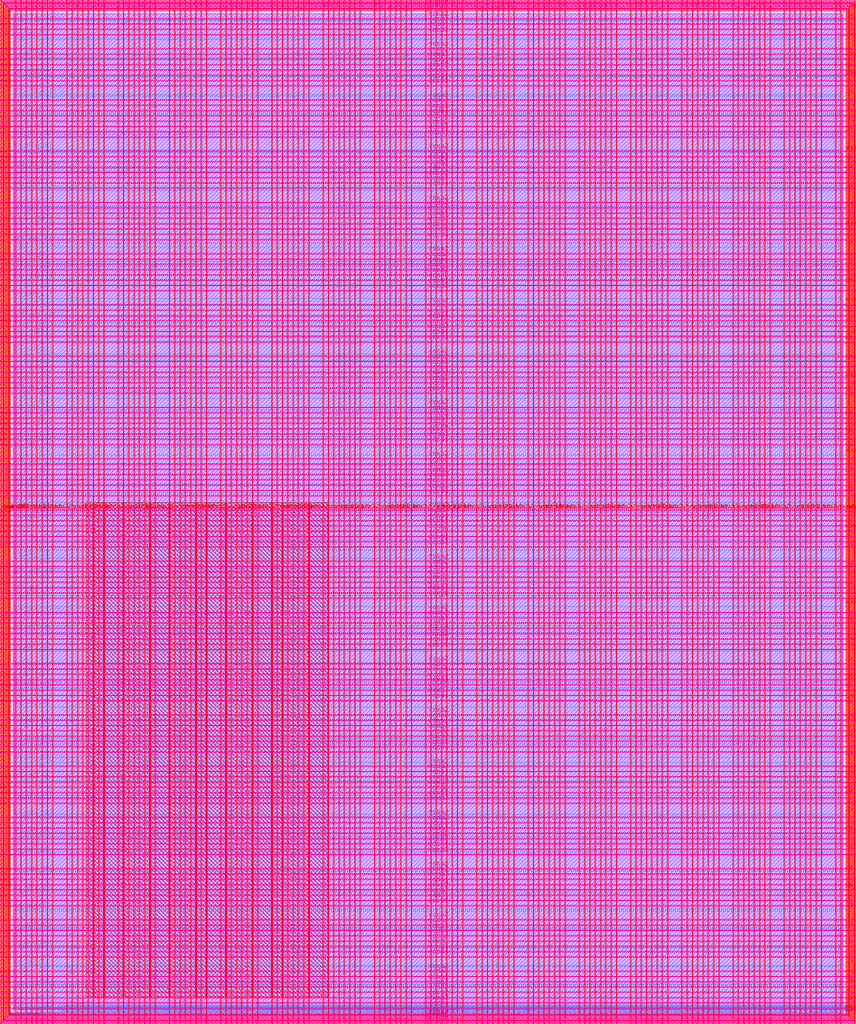
<source format=lef>
VERSION 5.7 ;
  NOWIREEXTENSIONATPIN ON ;
  DIVIDERCHAR "/" ;
  BUSBITCHARS "[]" ;
MACRO user_project_wrapper
  CLASS BLOCK ;
  FOREIGN user_project_wrapper ;
  ORIGIN 0.000 0.000 ;
  SIZE 2920.000 BY 3520.000 ;
  PIN analog_io[0]
    DIRECTION INOUT ;
    USE SIGNAL ;
    PORT
      LAYER met3 ;
        RECT 2917.600 1426.380 2924.800 1427.580 ;
    END
  END analog_io[0]
  PIN analog_io[10]
    DIRECTION INOUT ;
    USE SIGNAL ;
    PORT
      LAYER met2 ;
        RECT 2230.490 3517.600 2231.050 3524.800 ;
    END
  END analog_io[10]
  PIN analog_io[11]
    DIRECTION INOUT ;
    USE SIGNAL ;
    PORT
      LAYER met2 ;
        RECT 1905.730 3517.600 1906.290 3524.800 ;
    END
  END analog_io[11]
  PIN analog_io[12]
    DIRECTION INOUT ;
    USE SIGNAL ;
    PORT
      LAYER met2 ;
        RECT 1581.430 3517.600 1581.990 3524.800 ;
    END
  END analog_io[12]
  PIN analog_io[13]
    DIRECTION INOUT ;
    USE SIGNAL ;
    PORT
      LAYER met2 ;
        RECT 1257.130 3517.600 1257.690 3524.800 ;
    END
  END analog_io[13]
  PIN analog_io[14]
    DIRECTION INOUT ;
    USE SIGNAL ;
    PORT
      LAYER met2 ;
        RECT 932.370 3517.600 932.930 3524.800 ;
    END
  END analog_io[14]
  PIN analog_io[15]
    DIRECTION INOUT ;
    USE SIGNAL ;
    PORT
      LAYER met2 ;
        RECT 608.070 3517.600 608.630 3524.800 ;
    END
  END analog_io[15]
  PIN analog_io[16]
    DIRECTION INOUT ;
    USE SIGNAL ;
    PORT
      LAYER met2 ;
        RECT 283.770 3517.600 284.330 3524.800 ;
    END
  END analog_io[16]
  PIN analog_io[17]
    DIRECTION INOUT ;
    USE SIGNAL ;
    PORT
      LAYER met3 ;
        RECT -4.800 3486.100 2.400 3487.300 ;
    END
  END analog_io[17]
  PIN analog_io[18]
    DIRECTION INOUT ;
    USE SIGNAL ;
    PORT
      LAYER met3 ;
        RECT -4.800 3224.980 2.400 3226.180 ;
    END
  END analog_io[18]
  PIN analog_io[19]
    DIRECTION INOUT ;
    USE SIGNAL ;
    PORT
      LAYER met3 ;
        RECT -4.800 2964.540 2.400 2965.740 ;
    END
  END analog_io[19]
  PIN analog_io[1]
    DIRECTION INOUT ;
    USE SIGNAL ;
    PORT
      LAYER met3 ;
        RECT 2917.600 1692.260 2924.800 1693.460 ;
    END
  END analog_io[1]
  PIN analog_io[20]
    DIRECTION INOUT ;
    USE SIGNAL ;
    PORT
      LAYER met3 ;
        RECT -4.800 2703.420 2.400 2704.620 ;
    END
  END analog_io[20]
  PIN analog_io[21]
    DIRECTION INOUT ;
    USE SIGNAL ;
    PORT
      LAYER met3 ;
        RECT -4.800 2442.980 2.400 2444.180 ;
    END
  END analog_io[21]
  PIN analog_io[22]
    DIRECTION INOUT ;
    USE SIGNAL ;
    PORT
      LAYER met3 ;
        RECT -4.800 2182.540 2.400 2183.740 ;
    END
  END analog_io[22]
  PIN analog_io[23]
    DIRECTION INOUT ;
    USE SIGNAL ;
    PORT
      LAYER met3 ;
        RECT -4.800 1921.420 2.400 1922.620 ;
    END
  END analog_io[23]
  PIN analog_io[24]
    DIRECTION INOUT ;
    USE SIGNAL ;
    PORT
      LAYER met3 ;
        RECT -4.800 1660.980 2.400 1662.180 ;
    END
  END analog_io[24]
  PIN analog_io[25]
    DIRECTION INOUT ;
    USE SIGNAL ;
    PORT
      LAYER met3 ;
        RECT -4.800 1399.860 2.400 1401.060 ;
    END
  END analog_io[25]
  PIN analog_io[26]
    DIRECTION INOUT ;
    USE SIGNAL ;
    PORT
      LAYER met3 ;
        RECT -4.800 1139.420 2.400 1140.620 ;
    END
  END analog_io[26]
  PIN analog_io[27]
    DIRECTION INOUT ;
    USE SIGNAL ;
    PORT
      LAYER met3 ;
        RECT -4.800 878.980 2.400 880.180 ;
    END
  END analog_io[27]
  PIN analog_io[28]
    DIRECTION INOUT ;
    USE SIGNAL ;
    PORT
      LAYER met3 ;
        RECT -4.800 617.860 2.400 619.060 ;
    END
  END analog_io[28]
  PIN analog_io[2]
    DIRECTION INOUT ;
    USE SIGNAL ;
    PORT
      LAYER met3 ;
        RECT 2917.600 1958.140 2924.800 1959.340 ;
    END
  END analog_io[2]
  PIN analog_io[3]
    DIRECTION INOUT ;
    USE SIGNAL ;
    PORT
      LAYER met3 ;
        RECT 2917.600 2223.340 2924.800 2224.540 ;
    END
  END analog_io[3]
  PIN analog_io[4]
    DIRECTION INOUT ;
    USE SIGNAL ;
    PORT
      LAYER met3 ;
        RECT 2917.600 2489.220 2924.800 2490.420 ;
    END
  END analog_io[4]
  PIN analog_io[5]
    DIRECTION INOUT ;
    USE SIGNAL ;
    PORT
      LAYER met3 ;
        RECT 2917.600 2755.100 2924.800 2756.300 ;
    END
  END analog_io[5]
  PIN analog_io[6]
    DIRECTION INOUT ;
    USE SIGNAL ;
    PORT
      LAYER met3 ;
        RECT 2917.600 3020.300 2924.800 3021.500 ;
    END
  END analog_io[6]
  PIN analog_io[7]
    DIRECTION INOUT ;
    USE SIGNAL ;
    PORT
      LAYER met3 ;
        RECT 2917.600 3286.180 2924.800 3287.380 ;
    END
  END analog_io[7]
  PIN analog_io[8]
    DIRECTION INOUT ;
    USE SIGNAL ;
    PORT
      LAYER met2 ;
        RECT 2879.090 3517.600 2879.650 3524.800 ;
    END
  END analog_io[8]
  PIN analog_io[9]
    DIRECTION INOUT ;
    USE SIGNAL ;
    PORT
      LAYER met2 ;
        RECT 2554.790 3517.600 2555.350 3524.800 ;
    END
  END analog_io[9]
  PIN io_in[0]
    DIRECTION INPUT ;
    USE SIGNAL ;
    ANTENNAGATEAREA 0.852000 ;
    PORT
      LAYER met3 ;
        RECT 2917.600 32.380 2924.800 33.580 ;
    END
  END io_in[0]
  PIN io_in[10]
    DIRECTION INPUT ;
    USE SIGNAL ;
    PORT
      LAYER met3 ;
        RECT 2917.600 2289.980 2924.800 2291.180 ;
    END
  END io_in[10]
  PIN io_in[11]
    DIRECTION INPUT ;
    USE SIGNAL ;
    ANTENNAGATEAREA 0.990000 ;
    PORT
      LAYER met3 ;
        RECT 2917.600 2555.860 2924.800 2557.060 ;
    END
  END io_in[11]
  PIN io_in[12]
    DIRECTION INPUT ;
    USE SIGNAL ;
    PORT
      LAYER met3 ;
        RECT 2917.600 2821.060 2924.800 2822.260 ;
    END
  END io_in[12]
  PIN io_in[13]
    DIRECTION INPUT ;
    USE SIGNAL ;
    ANTENNAGATEAREA 0.990000 ;
    PORT
      LAYER met3 ;
        RECT 2917.600 3086.940 2924.800 3088.140 ;
    END
  END io_in[13]
  PIN io_in[14]
    DIRECTION INPUT ;
    USE SIGNAL ;
    PORT
      LAYER met3 ;
        RECT 2917.600 3352.820 2924.800 3354.020 ;
    END
  END io_in[14]
  PIN io_in[15]
    DIRECTION INPUT ;
    USE SIGNAL ;
    ANTENNAGATEAREA 0.990000 ;
    PORT
      LAYER met2 ;
        RECT 2798.130 3517.600 2798.690 3524.800 ;
    END
  END io_in[15]
  PIN io_in[16]
    DIRECTION INPUT ;
    USE SIGNAL ;
    PORT
      LAYER met2 ;
        RECT 2473.830 3517.600 2474.390 3524.800 ;
    END
  END io_in[16]
  PIN io_in[17]
    DIRECTION INPUT ;
    USE SIGNAL ;
    ANTENNAGATEAREA 0.990000 ;
    PORT
      LAYER met2 ;
        RECT 2149.070 3517.600 2149.630 3524.800 ;
    END
  END io_in[17]
  PIN io_in[18]
    DIRECTION INPUT ;
    USE SIGNAL ;
    PORT
      LAYER met2 ;
        RECT 1824.770 3517.600 1825.330 3524.800 ;
    END
  END io_in[18]
  PIN io_in[19]
    DIRECTION INPUT ;
    USE SIGNAL ;
    PORT
      LAYER met2 ;
        RECT 1500.470 3517.600 1501.030 3524.800 ;
    END
  END io_in[19]
  PIN io_in[1]
    DIRECTION INPUT ;
    USE SIGNAL ;
    PORT
      LAYER met3 ;
        RECT 2917.600 230.940 2924.800 232.140 ;
    END
  END io_in[1]
  PIN io_in[20]
    DIRECTION INPUT ;
    USE SIGNAL ;
    PORT
      LAYER met2 ;
        RECT 1175.710 3517.600 1176.270 3524.800 ;
    END
  END io_in[20]
  PIN io_in[21]
    DIRECTION INPUT ;
    USE SIGNAL ;
    ANTENNAGATEAREA 0.990000 ;
    PORT
      LAYER met2 ;
        RECT 851.410 3517.600 851.970 3524.800 ;
    END
  END io_in[21]
  PIN io_in[22]
    DIRECTION INPUT ;
    USE SIGNAL ;
    PORT
      LAYER met2 ;
        RECT 527.110 3517.600 527.670 3524.800 ;
    END
  END io_in[22]
  PIN io_in[23]
    DIRECTION INPUT ;
    USE SIGNAL ;
    PORT
      LAYER met2 ;
        RECT 202.350 3517.600 202.910 3524.800 ;
    END
  END io_in[23]
  PIN io_in[24]
    DIRECTION INPUT ;
    USE SIGNAL ;
    PORT
      LAYER met3 ;
        RECT -4.800 3420.820 2.400 3422.020 ;
    END
  END io_in[24]
  PIN io_in[25]
    DIRECTION INPUT ;
    USE SIGNAL ;
    ANTENNAGATEAREA 0.990000 ;
    PORT
      LAYER met3 ;
        RECT -4.800 3159.700 2.400 3160.900 ;
    END
  END io_in[25]
  PIN io_in[26]
    DIRECTION INPUT ;
    USE SIGNAL ;
    PORT
      LAYER met3 ;
        RECT -4.800 2899.260 2.400 2900.460 ;
    END
  END io_in[26]
  PIN io_in[27]
    DIRECTION INPUT ;
    USE SIGNAL ;
    PORT
      LAYER met3 ;
        RECT -4.800 2638.820 2.400 2640.020 ;
    END
  END io_in[27]
  PIN io_in[28]
    DIRECTION INPUT ;
    USE SIGNAL ;
    PORT
      LAYER met3 ;
        RECT -4.800 2377.700 2.400 2378.900 ;
    END
  END io_in[28]
  PIN io_in[29]
    DIRECTION INPUT ;
    USE SIGNAL ;
    ANTENNAGATEAREA 0.495000 ;
    PORT
      LAYER met3 ;
        RECT -4.800 2117.260 2.400 2118.460 ;
    END
  END io_in[29]
  PIN io_in[2]
    DIRECTION INPUT ;
    USE SIGNAL ;
    ANTENNAGATEAREA 0.852000 ;
    PORT
      LAYER met3 ;
        RECT 2917.600 430.180 2924.800 431.380 ;
    END
  END io_in[2]
  PIN io_in[30]
    DIRECTION INPUT ;
    USE SIGNAL ;
    PORT
      LAYER met3 ;
        RECT -4.800 1856.140 2.400 1857.340 ;
    END
  END io_in[30]
  PIN io_in[31]
    DIRECTION INPUT ;
    USE SIGNAL ;
    PORT
      LAYER met3 ;
        RECT -4.800 1595.700 2.400 1596.900 ;
    END
  END io_in[31]
  PIN io_in[32]
    DIRECTION INPUT ;
    USE SIGNAL ;
    PORT
      LAYER met3 ;
        RECT -4.800 1335.260 2.400 1336.460 ;
    END
  END io_in[32]
  PIN io_in[33]
    DIRECTION INPUT ;
    USE SIGNAL ;
    ANTENNAGATEAREA 0.213000 ;
    PORT
      LAYER met3 ;
        RECT -4.800 1074.140 2.400 1075.340 ;
    END
  END io_in[33]
  PIN io_in[34]
    DIRECTION INPUT ;
    USE SIGNAL ;
    PORT
      LAYER met3 ;
        RECT -4.800 813.700 2.400 814.900 ;
    END
  END io_in[34]
  PIN io_in[35]
    DIRECTION INPUT ;
    USE SIGNAL ;
    PORT
      LAYER met3 ;
        RECT -4.800 552.580 2.400 553.780 ;
    END
  END io_in[35]
  PIN io_in[36]
    DIRECTION INPUT ;
    USE SIGNAL ;
    PORT
      LAYER met3 ;
        RECT -4.800 357.420 2.400 358.620 ;
    END
  END io_in[36]
  PIN io_in[37]
    DIRECTION INPUT ;
    USE SIGNAL ;
    PORT
      LAYER met3 ;
        RECT -4.800 161.580 2.400 162.780 ;
    END
  END io_in[37]
  PIN io_in[3]
    DIRECTION INPUT ;
    USE SIGNAL ;
    PORT
      LAYER met3 ;
        RECT 2917.600 629.420 2924.800 630.620 ;
    END
  END io_in[3]
  PIN io_in[4]
    DIRECTION INPUT ;
    USE SIGNAL ;
    ANTENNAGATEAREA 0.990000 ;
    PORT
      LAYER met3 ;
        RECT 2917.600 828.660 2924.800 829.860 ;
    END
  END io_in[4]
  PIN io_in[5]
    DIRECTION INPUT ;
    USE SIGNAL ;
    PORT
      LAYER met3 ;
        RECT 2917.600 1027.900 2924.800 1029.100 ;
    END
  END io_in[5]
  PIN io_in[6]
    DIRECTION INPUT ;
    USE SIGNAL ;
    ANTENNAGATEAREA 0.990000 ;
    PORT
      LAYER met3 ;
        RECT 2917.600 1227.140 2924.800 1228.340 ;
    END
  END io_in[6]
  PIN io_in[7]
    DIRECTION INPUT ;
    USE SIGNAL ;
    PORT
      LAYER met3 ;
        RECT 2917.600 1493.020 2924.800 1494.220 ;
    END
  END io_in[7]
  PIN io_in[8]
    DIRECTION INPUT ;
    USE SIGNAL ;
    PORT
      LAYER met3 ;
        RECT 2917.600 1758.900 2924.800 1760.100 ;
    END
  END io_in[8]
  PIN io_in[9]
    DIRECTION INPUT ;
    USE SIGNAL ;
    ANTENNAGATEAREA 0.990000 ;
    PORT
      LAYER met3 ;
        RECT 2917.600 2024.100 2924.800 2025.300 ;
    END
  END io_in[9]
  PIN io_oeb[0]
    DIRECTION OUTPUT ;
    USE SIGNAL ;
    PORT
      LAYER met3 ;
        RECT 2917.600 164.980 2924.800 166.180 ;
    END
  END io_oeb[0]
  PIN io_oeb[10]
    DIRECTION OUTPUT ;
    USE SIGNAL ;
    PORT
      LAYER met3 ;
        RECT 2917.600 2422.580 2924.800 2423.780 ;
    END
  END io_oeb[10]
  PIN io_oeb[11]
    DIRECTION OUTPUT ;
    USE SIGNAL ;
    PORT
      LAYER met3 ;
        RECT 2917.600 2688.460 2924.800 2689.660 ;
    END
  END io_oeb[11]
  PIN io_oeb[12]
    DIRECTION OUTPUT ;
    USE SIGNAL ;
    PORT
      LAYER met3 ;
        RECT 2917.600 2954.340 2924.800 2955.540 ;
    END
  END io_oeb[12]
  PIN io_oeb[13]
    DIRECTION OUTPUT ;
    USE SIGNAL ;
    PORT
      LAYER met3 ;
        RECT 2917.600 3219.540 2924.800 3220.740 ;
    END
  END io_oeb[13]
  PIN io_oeb[14]
    DIRECTION OUTPUT ;
    USE SIGNAL ;
    PORT
      LAYER met3 ;
        RECT 2917.600 3485.420 2924.800 3486.620 ;
    END
  END io_oeb[14]
  PIN io_oeb[15]
    DIRECTION OUTPUT ;
    USE SIGNAL ;
    PORT
      LAYER met2 ;
        RECT 2635.750 3517.600 2636.310 3524.800 ;
    END
  END io_oeb[15]
  PIN io_oeb[16]
    DIRECTION OUTPUT ;
    USE SIGNAL ;
    PORT
      LAYER met2 ;
        RECT 2311.450 3517.600 2312.010 3524.800 ;
    END
  END io_oeb[16]
  PIN io_oeb[17]
    DIRECTION OUTPUT ;
    USE SIGNAL ;
    PORT
      LAYER met2 ;
        RECT 1987.150 3517.600 1987.710 3524.800 ;
    END
  END io_oeb[17]
  PIN io_oeb[18]
    DIRECTION OUTPUT ;
    USE SIGNAL ;
    PORT
      LAYER met2 ;
        RECT 1662.390 3517.600 1662.950 3524.800 ;
    END
  END io_oeb[18]
  PIN io_oeb[19]
    DIRECTION OUTPUT ;
    USE SIGNAL ;
    PORT
      LAYER met2 ;
        RECT 1338.090 3517.600 1338.650 3524.800 ;
    END
  END io_oeb[19]
  PIN io_oeb[1]
    DIRECTION OUTPUT ;
    USE SIGNAL ;
    PORT
      LAYER met3 ;
        RECT 2917.600 364.220 2924.800 365.420 ;
    END
  END io_oeb[1]
  PIN io_oeb[20]
    DIRECTION OUTPUT ;
    USE SIGNAL ;
    PORT
      LAYER met2 ;
        RECT 1013.790 3517.600 1014.350 3524.800 ;
    END
  END io_oeb[20]
  PIN io_oeb[21]
    DIRECTION OUTPUT ;
    USE SIGNAL ;
    PORT
      LAYER met2 ;
        RECT 689.030 3517.600 689.590 3524.800 ;
    END
  END io_oeb[21]
  PIN io_oeb[22]
    DIRECTION OUTPUT ;
    USE SIGNAL ;
    PORT
      LAYER met2 ;
        RECT 364.730 3517.600 365.290 3524.800 ;
    END
  END io_oeb[22]
  PIN io_oeb[23]
    DIRECTION OUTPUT ;
    USE SIGNAL ;
    PORT
      LAYER met2 ;
        RECT 40.430 3517.600 40.990 3524.800 ;
    END
  END io_oeb[23]
  PIN io_oeb[24]
    DIRECTION OUTPUT ;
    USE SIGNAL ;
    PORT
      LAYER met3 ;
        RECT -4.800 3290.260 2.400 3291.460 ;
    END
  END io_oeb[24]
  PIN io_oeb[25]
    DIRECTION OUTPUT ;
    USE SIGNAL ;
    PORT
      LAYER met3 ;
        RECT -4.800 3029.820 2.400 3031.020 ;
    END
  END io_oeb[25]
  PIN io_oeb[26]
    DIRECTION OUTPUT ;
    USE SIGNAL ;
    PORT
      LAYER met3 ;
        RECT -4.800 2768.700 2.400 2769.900 ;
    END
  END io_oeb[26]
  PIN io_oeb[27]
    DIRECTION OUTPUT ;
    USE SIGNAL ;
    PORT
      LAYER met3 ;
        RECT -4.800 2508.260 2.400 2509.460 ;
    END
  END io_oeb[27]
  PIN io_oeb[28]
    DIRECTION OUTPUT ;
    USE SIGNAL ;
    PORT
      LAYER met3 ;
        RECT -4.800 2247.140 2.400 2248.340 ;
    END
  END io_oeb[28]
  PIN io_oeb[29]
    DIRECTION OUTPUT ;
    USE SIGNAL ;
    PORT
      LAYER met3 ;
        RECT -4.800 1986.700 2.400 1987.900 ;
    END
  END io_oeb[29]
  PIN io_oeb[2]
    DIRECTION OUTPUT ;
    USE SIGNAL ;
    PORT
      LAYER met3 ;
        RECT 2917.600 563.460 2924.800 564.660 ;
    END
  END io_oeb[2]
  PIN io_oeb[30]
    DIRECTION OUTPUT ;
    USE SIGNAL ;
    PORT
      LAYER met3 ;
        RECT -4.800 1726.260 2.400 1727.460 ;
    END
  END io_oeb[30]
  PIN io_oeb[31]
    DIRECTION OUTPUT ;
    USE SIGNAL ;
    PORT
      LAYER met3 ;
        RECT -4.800 1465.140 2.400 1466.340 ;
    END
  END io_oeb[31]
  PIN io_oeb[32]
    DIRECTION OUTPUT ;
    USE SIGNAL ;
    PORT
      LAYER met3 ;
        RECT -4.800 1204.700 2.400 1205.900 ;
    END
  END io_oeb[32]
  PIN io_oeb[33]
    DIRECTION OUTPUT ;
    USE SIGNAL ;
    PORT
      LAYER met3 ;
        RECT -4.800 943.580 2.400 944.780 ;
    END
  END io_oeb[33]
  PIN io_oeb[34]
    DIRECTION OUTPUT ;
    USE SIGNAL ;
    PORT
      LAYER met3 ;
        RECT -4.800 683.140 2.400 684.340 ;
    END
  END io_oeb[34]
  PIN io_oeb[35]
    DIRECTION OUTPUT ;
    USE SIGNAL ;
    PORT
      LAYER met3 ;
        RECT -4.800 422.700 2.400 423.900 ;
    END
  END io_oeb[35]
  PIN io_oeb[36]
    DIRECTION OUTPUT ;
    USE SIGNAL ;
    PORT
      LAYER met3 ;
        RECT -4.800 226.860 2.400 228.060 ;
    END
  END io_oeb[36]
  PIN io_oeb[37]
    DIRECTION OUTPUT ;
    USE SIGNAL ;
    PORT
      LAYER met3 ;
        RECT -4.800 31.700 2.400 32.900 ;
    END
  END io_oeb[37]
  PIN io_oeb[3]
    DIRECTION OUTPUT ;
    USE SIGNAL ;
    PORT
      LAYER met3 ;
        RECT 2917.600 762.700 2924.800 763.900 ;
    END
  END io_oeb[3]
  PIN io_oeb[4]
    DIRECTION OUTPUT ;
    USE SIGNAL ;
    PORT
      LAYER met3 ;
        RECT 2917.600 961.940 2924.800 963.140 ;
    END
  END io_oeb[4]
  PIN io_oeb[5]
    DIRECTION OUTPUT ;
    USE SIGNAL ;
    PORT
      LAYER met3 ;
        RECT 2917.600 1161.180 2924.800 1162.380 ;
    END
  END io_oeb[5]
  PIN io_oeb[6]
    DIRECTION OUTPUT ;
    USE SIGNAL ;
    PORT
      LAYER met3 ;
        RECT 2917.600 1360.420 2924.800 1361.620 ;
    END
  END io_oeb[6]
  PIN io_oeb[7]
    DIRECTION OUTPUT ;
    USE SIGNAL ;
    PORT
      LAYER met3 ;
        RECT 2917.600 1625.620 2924.800 1626.820 ;
    END
  END io_oeb[7]
  PIN io_oeb[8]
    DIRECTION OUTPUT ;
    USE SIGNAL ;
    PORT
      LAYER met3 ;
        RECT 2917.600 1891.500 2924.800 1892.700 ;
    END
  END io_oeb[8]
  PIN io_oeb[9]
    DIRECTION OUTPUT ;
    USE SIGNAL ;
    PORT
      LAYER met3 ;
        RECT 2917.600 2157.380 2924.800 2158.580 ;
    END
  END io_oeb[9]
  PIN io_out[0]
    DIRECTION OUTPUT ;
    USE SIGNAL ;
    PORT
      LAYER met3 ;
        RECT 2917.600 98.340 2924.800 99.540 ;
    END
  END io_out[0]
  PIN io_out[10]
    DIRECTION OUTPUT ;
    USE SIGNAL ;
    ANTENNADIFFAREA 2.673000 ;
    PORT
      LAYER met3 ;
        RECT 2917.600 2356.620 2924.800 2357.820 ;
    END
  END io_out[10]
  PIN io_out[11]
    DIRECTION OUTPUT ;
    USE SIGNAL ;
    PORT
      LAYER met3 ;
        RECT 2917.600 2621.820 2924.800 2623.020 ;
    END
  END io_out[11]
  PIN io_out[12]
    DIRECTION OUTPUT ;
    USE SIGNAL ;
    ANTENNADIFFAREA 2.673000 ;
    PORT
      LAYER met3 ;
        RECT 2917.600 2887.700 2924.800 2888.900 ;
    END
  END io_out[12]
  PIN io_out[13]
    DIRECTION OUTPUT ;
    USE SIGNAL ;
    PORT
      LAYER met3 ;
        RECT 2917.600 3153.580 2924.800 3154.780 ;
    END
  END io_out[13]
  PIN io_out[14]
    DIRECTION OUTPUT ;
    USE SIGNAL ;
    ANTENNADIFFAREA 2.673000 ;
    PORT
      LAYER met3 ;
        RECT 2917.600 3418.780 2924.800 3419.980 ;
    END
  END io_out[14]
  PIN io_out[15]
    DIRECTION OUTPUT ;
    USE SIGNAL ;
    PORT
      LAYER met2 ;
        RECT 2717.170 3517.600 2717.730 3524.800 ;
    END
  END io_out[15]
  PIN io_out[16]
    DIRECTION OUTPUT ;
    USE SIGNAL ;
    ANTENNADIFFAREA 2.673000 ;
    PORT
      LAYER met2 ;
        RECT 2392.410 3517.600 2392.970 3524.800 ;
    END
  END io_out[16]
  PIN io_out[17]
    DIRECTION OUTPUT ;
    USE SIGNAL ;
    PORT
      LAYER met2 ;
        RECT 2068.110 3517.600 2068.670 3524.800 ;
    END
  END io_out[17]
  PIN io_out[18]
    DIRECTION OUTPUT ;
    USE SIGNAL ;
    ANTENNADIFFAREA 2.673000 ;
    PORT
      LAYER met2 ;
        RECT 1743.810 3517.600 1744.370 3524.800 ;
    END
  END io_out[18]
  PIN io_out[19]
    DIRECTION OUTPUT ;
    USE SIGNAL ;
    ANTENNADIFFAREA 2.673000 ;
    PORT
      LAYER met2 ;
        RECT 1419.050 3517.600 1419.610 3524.800 ;
    END
  END io_out[19]
  PIN io_out[1]
    DIRECTION OUTPUT ;
    USE SIGNAL ;
    ANTENNADIFFAREA 2.673000 ;
    PORT
      LAYER met3 ;
        RECT 2917.600 297.580 2924.800 298.780 ;
    END
  END io_out[1]
  PIN io_out[20]
    DIRECTION OUTPUT ;
    USE SIGNAL ;
    ANTENNADIFFAREA 2.673000 ;
    PORT
      LAYER met2 ;
        RECT 1094.750 3517.600 1095.310 3524.800 ;
    END
  END io_out[20]
  PIN io_out[21]
    DIRECTION OUTPUT ;
    USE SIGNAL ;
    PORT
      LAYER met2 ;
        RECT 770.450 3517.600 771.010 3524.800 ;
    END
  END io_out[21]
  PIN io_out[22]
    DIRECTION OUTPUT ;
    USE SIGNAL ;
    ANTENNADIFFAREA 2.673000 ;
    PORT
      LAYER met2 ;
        RECT 445.690 3517.600 446.250 3524.800 ;
    END
  END io_out[22]
  PIN io_out[23]
    DIRECTION OUTPUT ;
    USE SIGNAL ;
    ANTENNADIFFAREA 2.673000 ;
    PORT
      LAYER met2 ;
        RECT 121.390 3517.600 121.950 3524.800 ;
    END
  END io_out[23]
  PIN io_out[24]
    DIRECTION OUTPUT ;
    USE SIGNAL ;
    ANTENNADIFFAREA 2.673000 ;
    PORT
      LAYER met3 ;
        RECT -4.800 3355.540 2.400 3356.740 ;
    END
  END io_out[24]
  PIN io_out[25]
    DIRECTION OUTPUT ;
    USE SIGNAL ;
    PORT
      LAYER met3 ;
        RECT -4.800 3095.100 2.400 3096.300 ;
    END
  END io_out[25]
  PIN io_out[26]
    DIRECTION OUTPUT ;
    USE SIGNAL ;
    ANTENNADIFFAREA 2.673000 ;
    PORT
      LAYER met3 ;
        RECT -4.800 2833.980 2.400 2835.180 ;
    END
  END io_out[26]
  PIN io_out[27]
    DIRECTION OUTPUT ;
    USE SIGNAL ;
    ANTENNADIFFAREA 2.673000 ;
    PORT
      LAYER met3 ;
        RECT -4.800 2573.540 2.400 2574.740 ;
    END
  END io_out[27]
  PIN io_out[28]
    DIRECTION OUTPUT ;
    USE SIGNAL ;
    ANTENNADIFFAREA 2.673000 ;
    PORT
      LAYER met3 ;
        RECT -4.800 2312.420 2.400 2313.620 ;
    END
  END io_out[28]
  PIN io_out[29]
    DIRECTION OUTPUT ;
    USE SIGNAL ;
    PORT
      LAYER met3 ;
        RECT -4.800 2051.980 2.400 2053.180 ;
    END
  END io_out[29]
  PIN io_out[2]
    DIRECTION OUTPUT ;
    USE SIGNAL ;
    PORT
      LAYER met3 ;
        RECT 2917.600 496.820 2924.800 498.020 ;
    END
  END io_out[2]
  PIN io_out[30]
    DIRECTION OUTPUT ;
    USE SIGNAL ;
    ANTENNADIFFAREA 2.673000 ;
    PORT
      LAYER met3 ;
        RECT -4.800 1791.540 2.400 1792.740 ;
    END
  END io_out[30]
  PIN io_out[31]
    DIRECTION OUTPUT ;
    USE SIGNAL ;
    ANTENNADIFFAREA 2.673000 ;
    PORT
      LAYER met3 ;
        RECT -4.800 1530.420 2.400 1531.620 ;
    END
  END io_out[31]
  PIN io_out[32]
    DIRECTION OUTPUT ;
    USE SIGNAL ;
    ANTENNADIFFAREA 2.673000 ;
    PORT
      LAYER met3 ;
        RECT -4.800 1269.980 2.400 1271.180 ;
    END
  END io_out[32]
  PIN io_out[33]
    DIRECTION OUTPUT ;
    USE SIGNAL ;
    PORT
      LAYER met3 ;
        RECT -4.800 1008.860 2.400 1010.060 ;
    END
  END io_out[33]
  PIN io_out[34]
    DIRECTION OUTPUT ;
    USE SIGNAL ;
    ANTENNADIFFAREA 2.673000 ;
    PORT
      LAYER met3 ;
        RECT -4.800 748.420 2.400 749.620 ;
    END
  END io_out[34]
  PIN io_out[35]
    DIRECTION OUTPUT ;
    USE SIGNAL ;
    ANTENNADIFFAREA 2.673000 ;
    PORT
      LAYER met3 ;
        RECT -4.800 487.300 2.400 488.500 ;
    END
  END io_out[35]
  PIN io_out[36]
    DIRECTION OUTPUT ;
    USE SIGNAL ;
    ANTENNADIFFAREA 2.673000 ;
    PORT
      LAYER met3 ;
        RECT -4.800 292.140 2.400 293.340 ;
    END
  END io_out[36]
  PIN io_out[37]
    DIRECTION OUTPUT ;
    USE SIGNAL ;
    PORT
      LAYER met3 ;
        RECT -4.800 96.300 2.400 97.500 ;
    END
  END io_out[37]
  PIN io_out[3]
    DIRECTION OUTPUT ;
    USE SIGNAL ;
    ANTENNADIFFAREA 2.673000 ;
    PORT
      LAYER met3 ;
        RECT 2917.600 696.060 2924.800 697.260 ;
    END
  END io_out[3]
  PIN io_out[4]
    DIRECTION OUTPUT ;
    USE SIGNAL ;
    PORT
      LAYER met3 ;
        RECT 2917.600 895.300 2924.800 896.500 ;
    END
  END io_out[4]
  PIN io_out[5]
    DIRECTION OUTPUT ;
    USE SIGNAL ;
    ANTENNADIFFAREA 2.673000 ;
    PORT
      LAYER met3 ;
        RECT 2917.600 1094.540 2924.800 1095.740 ;
    END
  END io_out[5]
  PIN io_out[6]
    DIRECTION OUTPUT ;
    USE SIGNAL ;
    PORT
      LAYER met3 ;
        RECT 2917.600 1293.780 2924.800 1294.980 ;
    END
  END io_out[6]
  PIN io_out[7]
    DIRECTION OUTPUT ;
    USE SIGNAL ;
    ANTENNADIFFAREA 2.673000 ;
    PORT
      LAYER met3 ;
        RECT 2917.600 1559.660 2924.800 1560.860 ;
    END
  END io_out[7]
  PIN io_out[8]
    DIRECTION OUTPUT ;
    USE SIGNAL ;
    PORT
      LAYER met3 ;
        RECT 2917.600 1824.860 2924.800 1826.060 ;
    END
  END io_out[8]
  PIN io_out[9]
    DIRECTION OUTPUT ;
    USE SIGNAL ;
    PORT
      LAYER met3 ;
        RECT 2917.600 2090.740 2924.800 2091.940 ;
    END
  END io_out[9]
  PIN la_data_in[0]
    DIRECTION INPUT ;
    USE SIGNAL ;
    PORT
      LAYER met2 ;
        RECT 629.230 -4.800 629.790 2.400 ;
    END
  END la_data_in[0]
  PIN la_data_in[100]
    DIRECTION INPUT ;
    USE SIGNAL ;
    PORT
      LAYER met2 ;
        RECT 2402.530 -4.800 2403.090 2.400 ;
    END
  END la_data_in[100]
  PIN la_data_in[101]
    DIRECTION INPUT ;
    USE SIGNAL ;
    PORT
      LAYER met2 ;
        RECT 2420.010 -4.800 2420.570 2.400 ;
    END
  END la_data_in[101]
  PIN la_data_in[102]
    DIRECTION INPUT ;
    USE SIGNAL ;
    PORT
      LAYER met2 ;
        RECT 2437.950 -4.800 2438.510 2.400 ;
    END
  END la_data_in[102]
  PIN la_data_in[103]
    DIRECTION INPUT ;
    USE SIGNAL ;
    PORT
      LAYER met2 ;
        RECT 2455.430 -4.800 2455.990 2.400 ;
    END
  END la_data_in[103]
  PIN la_data_in[104]
    DIRECTION INPUT ;
    USE SIGNAL ;
    PORT
      LAYER met2 ;
        RECT 2473.370 -4.800 2473.930 2.400 ;
    END
  END la_data_in[104]
  PIN la_data_in[105]
    DIRECTION INPUT ;
    USE SIGNAL ;
    PORT
      LAYER met2 ;
        RECT 2490.850 -4.800 2491.410 2.400 ;
    END
  END la_data_in[105]
  PIN la_data_in[106]
    DIRECTION INPUT ;
    USE SIGNAL ;
    PORT
      LAYER met2 ;
        RECT 2508.790 -4.800 2509.350 2.400 ;
    END
  END la_data_in[106]
  PIN la_data_in[107]
    DIRECTION INPUT ;
    USE SIGNAL ;
    PORT
      LAYER met2 ;
        RECT 2526.730 -4.800 2527.290 2.400 ;
    END
  END la_data_in[107]
  PIN la_data_in[108]
    DIRECTION INPUT ;
    USE SIGNAL ;
    PORT
      LAYER met2 ;
        RECT 2544.210 -4.800 2544.770 2.400 ;
    END
  END la_data_in[108]
  PIN la_data_in[109]
    DIRECTION INPUT ;
    USE SIGNAL ;
    PORT
      LAYER met2 ;
        RECT 2562.150 -4.800 2562.710 2.400 ;
    END
  END la_data_in[109]
  PIN la_data_in[10]
    DIRECTION INPUT ;
    USE SIGNAL ;
    PORT
      LAYER met2 ;
        RECT 806.330 -4.800 806.890 2.400 ;
    END
  END la_data_in[10]
  PIN la_data_in[110]
    DIRECTION INPUT ;
    USE SIGNAL ;
    PORT
      LAYER met2 ;
        RECT 2579.630 -4.800 2580.190 2.400 ;
    END
  END la_data_in[110]
  PIN la_data_in[111]
    DIRECTION INPUT ;
    USE SIGNAL ;
    PORT
      LAYER met2 ;
        RECT 2597.570 -4.800 2598.130 2.400 ;
    END
  END la_data_in[111]
  PIN la_data_in[112]
    DIRECTION INPUT ;
    USE SIGNAL ;
    PORT
      LAYER met2 ;
        RECT 2615.050 -4.800 2615.610 2.400 ;
    END
  END la_data_in[112]
  PIN la_data_in[113]
    DIRECTION INPUT ;
    USE SIGNAL ;
    PORT
      LAYER met2 ;
        RECT 2632.990 -4.800 2633.550 2.400 ;
    END
  END la_data_in[113]
  PIN la_data_in[114]
    DIRECTION INPUT ;
    USE SIGNAL ;
    PORT
      LAYER met2 ;
        RECT 2650.470 -4.800 2651.030 2.400 ;
    END
  END la_data_in[114]
  PIN la_data_in[115]
    DIRECTION INPUT ;
    USE SIGNAL ;
    PORT
      LAYER met2 ;
        RECT 2668.410 -4.800 2668.970 2.400 ;
    END
  END la_data_in[115]
  PIN la_data_in[116]
    DIRECTION INPUT ;
    USE SIGNAL ;
    PORT
      LAYER met2 ;
        RECT 2685.890 -4.800 2686.450 2.400 ;
    END
  END la_data_in[116]
  PIN la_data_in[117]
    DIRECTION INPUT ;
    USE SIGNAL ;
    PORT
      LAYER met2 ;
        RECT 2703.830 -4.800 2704.390 2.400 ;
    END
  END la_data_in[117]
  PIN la_data_in[118]
    DIRECTION INPUT ;
    USE SIGNAL ;
    PORT
      LAYER met2 ;
        RECT 2721.770 -4.800 2722.330 2.400 ;
    END
  END la_data_in[118]
  PIN la_data_in[119]
    DIRECTION INPUT ;
    USE SIGNAL ;
    PORT
      LAYER met2 ;
        RECT 2739.250 -4.800 2739.810 2.400 ;
    END
  END la_data_in[119]
  PIN la_data_in[11]
    DIRECTION INPUT ;
    USE SIGNAL ;
    PORT
      LAYER met2 ;
        RECT 824.270 -4.800 824.830 2.400 ;
    END
  END la_data_in[11]
  PIN la_data_in[120]
    DIRECTION INPUT ;
    USE SIGNAL ;
    PORT
      LAYER met2 ;
        RECT 2757.190 -4.800 2757.750 2.400 ;
    END
  END la_data_in[120]
  PIN la_data_in[121]
    DIRECTION INPUT ;
    USE SIGNAL ;
    PORT
      LAYER met2 ;
        RECT 2774.670 -4.800 2775.230 2.400 ;
    END
  END la_data_in[121]
  PIN la_data_in[122]
    DIRECTION INPUT ;
    USE SIGNAL ;
    PORT
      LAYER met2 ;
        RECT 2792.610 -4.800 2793.170 2.400 ;
    END
  END la_data_in[122]
  PIN la_data_in[123]
    DIRECTION INPUT ;
    USE SIGNAL ;
    PORT
      LAYER met2 ;
        RECT 2810.090 -4.800 2810.650 2.400 ;
    END
  END la_data_in[123]
  PIN la_data_in[124]
    DIRECTION INPUT ;
    USE SIGNAL ;
    PORT
      LAYER met2 ;
        RECT 2828.030 -4.800 2828.590 2.400 ;
    END
  END la_data_in[124]
  PIN la_data_in[125]
    DIRECTION INPUT ;
    USE SIGNAL ;
    PORT
      LAYER met2 ;
        RECT 2845.510 -4.800 2846.070 2.400 ;
    END
  END la_data_in[125]
  PIN la_data_in[126]
    DIRECTION INPUT ;
    USE SIGNAL ;
    PORT
      LAYER met2 ;
        RECT 2863.450 -4.800 2864.010 2.400 ;
    END
  END la_data_in[126]
  PIN la_data_in[127]
    DIRECTION INPUT ;
    USE SIGNAL ;
    PORT
      LAYER met2 ;
        RECT 2881.390 -4.800 2881.950 2.400 ;
    END
  END la_data_in[127]
  PIN la_data_in[12]
    DIRECTION INPUT ;
    USE SIGNAL ;
    PORT
      LAYER met2 ;
        RECT 841.750 -4.800 842.310 2.400 ;
    END
  END la_data_in[12]
  PIN la_data_in[13]
    DIRECTION INPUT ;
    USE SIGNAL ;
    PORT
      LAYER met2 ;
        RECT 859.690 -4.800 860.250 2.400 ;
    END
  END la_data_in[13]
  PIN la_data_in[14]
    DIRECTION INPUT ;
    USE SIGNAL ;
    PORT
      LAYER met2 ;
        RECT 877.170 -4.800 877.730 2.400 ;
    END
  END la_data_in[14]
  PIN la_data_in[15]
    DIRECTION INPUT ;
    USE SIGNAL ;
    PORT
      LAYER met2 ;
        RECT 895.110 -4.800 895.670 2.400 ;
    END
  END la_data_in[15]
  PIN la_data_in[16]
    DIRECTION INPUT ;
    USE SIGNAL ;
    PORT
      LAYER met2 ;
        RECT 912.590 -4.800 913.150 2.400 ;
    END
  END la_data_in[16]
  PIN la_data_in[17]
    DIRECTION INPUT ;
    USE SIGNAL ;
    PORT
      LAYER met2 ;
        RECT 930.530 -4.800 931.090 2.400 ;
    END
  END la_data_in[17]
  PIN la_data_in[18]
    DIRECTION INPUT ;
    USE SIGNAL ;
    PORT
      LAYER met2 ;
        RECT 948.470 -4.800 949.030 2.400 ;
    END
  END la_data_in[18]
  PIN la_data_in[19]
    DIRECTION INPUT ;
    USE SIGNAL ;
    PORT
      LAYER met2 ;
        RECT 965.950 -4.800 966.510 2.400 ;
    END
  END la_data_in[19]
  PIN la_data_in[1]
    DIRECTION INPUT ;
    USE SIGNAL ;
    PORT
      LAYER met2 ;
        RECT 646.710 -4.800 647.270 2.400 ;
    END
  END la_data_in[1]
  PIN la_data_in[20]
    DIRECTION INPUT ;
    USE SIGNAL ;
    PORT
      LAYER met2 ;
        RECT 983.890 -4.800 984.450 2.400 ;
    END
  END la_data_in[20]
  PIN la_data_in[21]
    DIRECTION INPUT ;
    USE SIGNAL ;
    PORT
      LAYER met2 ;
        RECT 1001.370 -4.800 1001.930 2.400 ;
    END
  END la_data_in[21]
  PIN la_data_in[22]
    DIRECTION INPUT ;
    USE SIGNAL ;
    PORT
      LAYER met2 ;
        RECT 1019.310 -4.800 1019.870 2.400 ;
    END
  END la_data_in[22]
  PIN la_data_in[23]
    DIRECTION INPUT ;
    USE SIGNAL ;
    PORT
      LAYER met2 ;
        RECT 1036.790 -4.800 1037.350 2.400 ;
    END
  END la_data_in[23]
  PIN la_data_in[24]
    DIRECTION INPUT ;
    USE SIGNAL ;
    PORT
      LAYER met2 ;
        RECT 1054.730 -4.800 1055.290 2.400 ;
    END
  END la_data_in[24]
  PIN la_data_in[25]
    DIRECTION INPUT ;
    USE SIGNAL ;
    PORT
      LAYER met2 ;
        RECT 1072.210 -4.800 1072.770 2.400 ;
    END
  END la_data_in[25]
  PIN la_data_in[26]
    DIRECTION INPUT ;
    USE SIGNAL ;
    PORT
      LAYER met2 ;
        RECT 1090.150 -4.800 1090.710 2.400 ;
    END
  END la_data_in[26]
  PIN la_data_in[27]
    DIRECTION INPUT ;
    USE SIGNAL ;
    PORT
      LAYER met2 ;
        RECT 1107.630 -4.800 1108.190 2.400 ;
    END
  END la_data_in[27]
  PIN la_data_in[28]
    DIRECTION INPUT ;
    USE SIGNAL ;
    PORT
      LAYER met2 ;
        RECT 1125.570 -4.800 1126.130 2.400 ;
    END
  END la_data_in[28]
  PIN la_data_in[29]
    DIRECTION INPUT ;
    USE SIGNAL ;
    PORT
      LAYER met2 ;
        RECT 1143.510 -4.800 1144.070 2.400 ;
    END
  END la_data_in[29]
  PIN la_data_in[2]
    DIRECTION INPUT ;
    USE SIGNAL ;
    PORT
      LAYER met2 ;
        RECT 664.650 -4.800 665.210 2.400 ;
    END
  END la_data_in[2]
  PIN la_data_in[30]
    DIRECTION INPUT ;
    USE SIGNAL ;
    PORT
      LAYER met2 ;
        RECT 1160.990 -4.800 1161.550 2.400 ;
    END
  END la_data_in[30]
  PIN la_data_in[31]
    DIRECTION INPUT ;
    USE SIGNAL ;
    PORT
      LAYER met2 ;
        RECT 1178.930 -4.800 1179.490 2.400 ;
    END
  END la_data_in[31]
  PIN la_data_in[32]
    DIRECTION INPUT ;
    USE SIGNAL ;
    PORT
      LAYER met2 ;
        RECT 1196.410 -4.800 1196.970 2.400 ;
    END
  END la_data_in[32]
  PIN la_data_in[33]
    DIRECTION INPUT ;
    USE SIGNAL ;
    PORT
      LAYER met2 ;
        RECT 1214.350 -4.800 1214.910 2.400 ;
    END
  END la_data_in[33]
  PIN la_data_in[34]
    DIRECTION INPUT ;
    USE SIGNAL ;
    PORT
      LAYER met2 ;
        RECT 1231.830 -4.800 1232.390 2.400 ;
    END
  END la_data_in[34]
  PIN la_data_in[35]
    DIRECTION INPUT ;
    USE SIGNAL ;
    PORT
      LAYER met2 ;
        RECT 1249.770 -4.800 1250.330 2.400 ;
    END
  END la_data_in[35]
  PIN la_data_in[36]
    DIRECTION INPUT ;
    USE SIGNAL ;
    PORT
      LAYER met2 ;
        RECT 1267.250 -4.800 1267.810 2.400 ;
    END
  END la_data_in[36]
  PIN la_data_in[37]
    DIRECTION INPUT ;
    USE SIGNAL ;
    PORT
      LAYER met2 ;
        RECT 1285.190 -4.800 1285.750 2.400 ;
    END
  END la_data_in[37]
  PIN la_data_in[38]
    DIRECTION INPUT ;
    USE SIGNAL ;
    PORT
      LAYER met2 ;
        RECT 1303.130 -4.800 1303.690 2.400 ;
    END
  END la_data_in[38]
  PIN la_data_in[39]
    DIRECTION INPUT ;
    USE SIGNAL ;
    PORT
      LAYER met2 ;
        RECT 1320.610 -4.800 1321.170 2.400 ;
    END
  END la_data_in[39]
  PIN la_data_in[3]
    DIRECTION INPUT ;
    USE SIGNAL ;
    PORT
      LAYER met2 ;
        RECT 682.130 -4.800 682.690 2.400 ;
    END
  END la_data_in[3]
  PIN la_data_in[40]
    DIRECTION INPUT ;
    USE SIGNAL ;
    PORT
      LAYER met2 ;
        RECT 1338.550 -4.800 1339.110 2.400 ;
    END
  END la_data_in[40]
  PIN la_data_in[41]
    DIRECTION INPUT ;
    USE SIGNAL ;
    PORT
      LAYER met2 ;
        RECT 1356.030 -4.800 1356.590 2.400 ;
    END
  END la_data_in[41]
  PIN la_data_in[42]
    DIRECTION INPUT ;
    USE SIGNAL ;
    PORT
      LAYER met2 ;
        RECT 1373.970 -4.800 1374.530 2.400 ;
    END
  END la_data_in[42]
  PIN la_data_in[43]
    DIRECTION INPUT ;
    USE SIGNAL ;
    PORT
      LAYER met2 ;
        RECT 1391.450 -4.800 1392.010 2.400 ;
    END
  END la_data_in[43]
  PIN la_data_in[44]
    DIRECTION INPUT ;
    USE SIGNAL ;
    PORT
      LAYER met2 ;
        RECT 1409.390 -4.800 1409.950 2.400 ;
    END
  END la_data_in[44]
  PIN la_data_in[45]
    DIRECTION INPUT ;
    USE SIGNAL ;
    PORT
      LAYER met2 ;
        RECT 1426.870 -4.800 1427.430 2.400 ;
    END
  END la_data_in[45]
  PIN la_data_in[46]
    DIRECTION INPUT ;
    USE SIGNAL ;
    PORT
      LAYER met2 ;
        RECT 1444.810 -4.800 1445.370 2.400 ;
    END
  END la_data_in[46]
  PIN la_data_in[47]
    DIRECTION INPUT ;
    USE SIGNAL ;
    PORT
      LAYER met2 ;
        RECT 1462.750 -4.800 1463.310 2.400 ;
    END
  END la_data_in[47]
  PIN la_data_in[48]
    DIRECTION INPUT ;
    USE SIGNAL ;
    PORT
      LAYER met2 ;
        RECT 1480.230 -4.800 1480.790 2.400 ;
    END
  END la_data_in[48]
  PIN la_data_in[49]
    DIRECTION INPUT ;
    USE SIGNAL ;
    PORT
      LAYER met2 ;
        RECT 1498.170 -4.800 1498.730 2.400 ;
    END
  END la_data_in[49]
  PIN la_data_in[4]
    DIRECTION INPUT ;
    USE SIGNAL ;
    PORT
      LAYER met2 ;
        RECT 700.070 -4.800 700.630 2.400 ;
    END
  END la_data_in[4]
  PIN la_data_in[50]
    DIRECTION INPUT ;
    USE SIGNAL ;
    PORT
      LAYER met2 ;
        RECT 1515.650 -4.800 1516.210 2.400 ;
    END
  END la_data_in[50]
  PIN la_data_in[51]
    DIRECTION INPUT ;
    USE SIGNAL ;
    PORT
      LAYER met2 ;
        RECT 1533.590 -4.800 1534.150 2.400 ;
    END
  END la_data_in[51]
  PIN la_data_in[52]
    DIRECTION INPUT ;
    USE SIGNAL ;
    PORT
      LAYER met2 ;
        RECT 1551.070 -4.800 1551.630 2.400 ;
    END
  END la_data_in[52]
  PIN la_data_in[53]
    DIRECTION INPUT ;
    USE SIGNAL ;
    PORT
      LAYER met2 ;
        RECT 1569.010 -4.800 1569.570 2.400 ;
    END
  END la_data_in[53]
  PIN la_data_in[54]
    DIRECTION INPUT ;
    USE SIGNAL ;
    PORT
      LAYER met2 ;
        RECT 1586.490 -4.800 1587.050 2.400 ;
    END
  END la_data_in[54]
  PIN la_data_in[55]
    DIRECTION INPUT ;
    USE SIGNAL ;
    PORT
      LAYER met2 ;
        RECT 1604.430 -4.800 1604.990 2.400 ;
    END
  END la_data_in[55]
  PIN la_data_in[56]
    DIRECTION INPUT ;
    USE SIGNAL ;
    PORT
      LAYER met2 ;
        RECT 1621.910 -4.800 1622.470 2.400 ;
    END
  END la_data_in[56]
  PIN la_data_in[57]
    DIRECTION INPUT ;
    USE SIGNAL ;
    PORT
      LAYER met2 ;
        RECT 1639.850 -4.800 1640.410 2.400 ;
    END
  END la_data_in[57]
  PIN la_data_in[58]
    DIRECTION INPUT ;
    USE SIGNAL ;
    PORT
      LAYER met2 ;
        RECT 1657.790 -4.800 1658.350 2.400 ;
    END
  END la_data_in[58]
  PIN la_data_in[59]
    DIRECTION INPUT ;
    USE SIGNAL ;
    PORT
      LAYER met2 ;
        RECT 1675.270 -4.800 1675.830 2.400 ;
    END
  END la_data_in[59]
  PIN la_data_in[5]
    DIRECTION INPUT ;
    USE SIGNAL ;
    PORT
      LAYER met2 ;
        RECT 717.550 -4.800 718.110 2.400 ;
    END
  END la_data_in[5]
  PIN la_data_in[60]
    DIRECTION INPUT ;
    USE SIGNAL ;
    PORT
      LAYER met2 ;
        RECT 1693.210 -4.800 1693.770 2.400 ;
    END
  END la_data_in[60]
  PIN la_data_in[61]
    DIRECTION INPUT ;
    USE SIGNAL ;
    PORT
      LAYER met2 ;
        RECT 1710.690 -4.800 1711.250 2.400 ;
    END
  END la_data_in[61]
  PIN la_data_in[62]
    DIRECTION INPUT ;
    USE SIGNAL ;
    PORT
      LAYER met2 ;
        RECT 1728.630 -4.800 1729.190 2.400 ;
    END
  END la_data_in[62]
  PIN la_data_in[63]
    DIRECTION INPUT ;
    USE SIGNAL ;
    PORT
      LAYER met2 ;
        RECT 1746.110 -4.800 1746.670 2.400 ;
    END
  END la_data_in[63]
  PIN la_data_in[64]
    DIRECTION INPUT ;
    USE SIGNAL ;
    PORT
      LAYER met2 ;
        RECT 1764.050 -4.800 1764.610 2.400 ;
    END
  END la_data_in[64]
  PIN la_data_in[65]
    DIRECTION INPUT ;
    USE SIGNAL ;
    PORT
      LAYER met2 ;
        RECT 1781.530 -4.800 1782.090 2.400 ;
    END
  END la_data_in[65]
  PIN la_data_in[66]
    DIRECTION INPUT ;
    USE SIGNAL ;
    PORT
      LAYER met2 ;
        RECT 1799.470 -4.800 1800.030 2.400 ;
    END
  END la_data_in[66]
  PIN la_data_in[67]
    DIRECTION INPUT ;
    USE SIGNAL ;
    PORT
      LAYER met2 ;
        RECT 1817.410 -4.800 1817.970 2.400 ;
    END
  END la_data_in[67]
  PIN la_data_in[68]
    DIRECTION INPUT ;
    USE SIGNAL ;
    PORT
      LAYER met2 ;
        RECT 1834.890 -4.800 1835.450 2.400 ;
    END
  END la_data_in[68]
  PIN la_data_in[69]
    DIRECTION INPUT ;
    USE SIGNAL ;
    PORT
      LAYER met2 ;
        RECT 1852.830 -4.800 1853.390 2.400 ;
    END
  END la_data_in[69]
  PIN la_data_in[6]
    DIRECTION INPUT ;
    USE SIGNAL ;
    PORT
      LAYER met2 ;
        RECT 735.490 -4.800 736.050 2.400 ;
    END
  END la_data_in[6]
  PIN la_data_in[70]
    DIRECTION INPUT ;
    USE SIGNAL ;
    PORT
      LAYER met2 ;
        RECT 1870.310 -4.800 1870.870 2.400 ;
    END
  END la_data_in[70]
  PIN la_data_in[71]
    DIRECTION INPUT ;
    USE SIGNAL ;
    PORT
      LAYER met2 ;
        RECT 1888.250 -4.800 1888.810 2.400 ;
    END
  END la_data_in[71]
  PIN la_data_in[72]
    DIRECTION INPUT ;
    USE SIGNAL ;
    PORT
      LAYER met2 ;
        RECT 1905.730 -4.800 1906.290 2.400 ;
    END
  END la_data_in[72]
  PIN la_data_in[73]
    DIRECTION INPUT ;
    USE SIGNAL ;
    PORT
      LAYER met2 ;
        RECT 1923.670 -4.800 1924.230 2.400 ;
    END
  END la_data_in[73]
  PIN la_data_in[74]
    DIRECTION INPUT ;
    USE SIGNAL ;
    PORT
      LAYER met2 ;
        RECT 1941.150 -4.800 1941.710 2.400 ;
    END
  END la_data_in[74]
  PIN la_data_in[75]
    DIRECTION INPUT ;
    USE SIGNAL ;
    PORT
      LAYER met2 ;
        RECT 1959.090 -4.800 1959.650 2.400 ;
    END
  END la_data_in[75]
  PIN la_data_in[76]
    DIRECTION INPUT ;
    USE SIGNAL ;
    PORT
      LAYER met2 ;
        RECT 1976.570 -4.800 1977.130 2.400 ;
    END
  END la_data_in[76]
  PIN la_data_in[77]
    DIRECTION INPUT ;
    USE SIGNAL ;
    PORT
      LAYER met2 ;
        RECT 1994.510 -4.800 1995.070 2.400 ;
    END
  END la_data_in[77]
  PIN la_data_in[78]
    DIRECTION INPUT ;
    USE SIGNAL ;
    PORT
      LAYER met2 ;
        RECT 2012.450 -4.800 2013.010 2.400 ;
    END
  END la_data_in[78]
  PIN la_data_in[79]
    DIRECTION INPUT ;
    USE SIGNAL ;
    PORT
      LAYER met2 ;
        RECT 2029.930 -4.800 2030.490 2.400 ;
    END
  END la_data_in[79]
  PIN la_data_in[7]
    DIRECTION INPUT ;
    USE SIGNAL ;
    PORT
      LAYER met2 ;
        RECT 752.970 -4.800 753.530 2.400 ;
    END
  END la_data_in[7]
  PIN la_data_in[80]
    DIRECTION INPUT ;
    USE SIGNAL ;
    PORT
      LAYER met2 ;
        RECT 2047.870 -4.800 2048.430 2.400 ;
    END
  END la_data_in[80]
  PIN la_data_in[81]
    DIRECTION INPUT ;
    USE SIGNAL ;
    PORT
      LAYER met2 ;
        RECT 2065.350 -4.800 2065.910 2.400 ;
    END
  END la_data_in[81]
  PIN la_data_in[82]
    DIRECTION INPUT ;
    USE SIGNAL ;
    PORT
      LAYER met2 ;
        RECT 2083.290 -4.800 2083.850 2.400 ;
    END
  END la_data_in[82]
  PIN la_data_in[83]
    DIRECTION INPUT ;
    USE SIGNAL ;
    PORT
      LAYER met2 ;
        RECT 2100.770 -4.800 2101.330 2.400 ;
    END
  END la_data_in[83]
  PIN la_data_in[84]
    DIRECTION INPUT ;
    USE SIGNAL ;
    PORT
      LAYER met2 ;
        RECT 2118.710 -4.800 2119.270 2.400 ;
    END
  END la_data_in[84]
  PIN la_data_in[85]
    DIRECTION INPUT ;
    USE SIGNAL ;
    PORT
      LAYER met2 ;
        RECT 2136.190 -4.800 2136.750 2.400 ;
    END
  END la_data_in[85]
  PIN la_data_in[86]
    DIRECTION INPUT ;
    USE SIGNAL ;
    PORT
      LAYER met2 ;
        RECT 2154.130 -4.800 2154.690 2.400 ;
    END
  END la_data_in[86]
  PIN la_data_in[87]
    DIRECTION INPUT ;
    USE SIGNAL ;
    PORT
      LAYER met2 ;
        RECT 2172.070 -4.800 2172.630 2.400 ;
    END
  END la_data_in[87]
  PIN la_data_in[88]
    DIRECTION INPUT ;
    USE SIGNAL ;
    PORT
      LAYER met2 ;
        RECT 2189.550 -4.800 2190.110 2.400 ;
    END
  END la_data_in[88]
  PIN la_data_in[89]
    DIRECTION INPUT ;
    USE SIGNAL ;
    PORT
      LAYER met2 ;
        RECT 2207.490 -4.800 2208.050 2.400 ;
    END
  END la_data_in[89]
  PIN la_data_in[8]
    DIRECTION INPUT ;
    USE SIGNAL ;
    PORT
      LAYER met2 ;
        RECT 770.910 -4.800 771.470 2.400 ;
    END
  END la_data_in[8]
  PIN la_data_in[90]
    DIRECTION INPUT ;
    USE SIGNAL ;
    PORT
      LAYER met2 ;
        RECT 2224.970 -4.800 2225.530 2.400 ;
    END
  END la_data_in[90]
  PIN la_data_in[91]
    DIRECTION INPUT ;
    USE SIGNAL ;
    PORT
      LAYER met2 ;
        RECT 2242.910 -4.800 2243.470 2.400 ;
    END
  END la_data_in[91]
  PIN la_data_in[92]
    DIRECTION INPUT ;
    USE SIGNAL ;
    PORT
      LAYER met2 ;
        RECT 2260.390 -4.800 2260.950 2.400 ;
    END
  END la_data_in[92]
  PIN la_data_in[93]
    DIRECTION INPUT ;
    USE SIGNAL ;
    PORT
      LAYER met2 ;
        RECT 2278.330 -4.800 2278.890 2.400 ;
    END
  END la_data_in[93]
  PIN la_data_in[94]
    DIRECTION INPUT ;
    USE SIGNAL ;
    PORT
      LAYER met2 ;
        RECT 2295.810 -4.800 2296.370 2.400 ;
    END
  END la_data_in[94]
  PIN la_data_in[95]
    DIRECTION INPUT ;
    USE SIGNAL ;
    PORT
      LAYER met2 ;
        RECT 2313.750 -4.800 2314.310 2.400 ;
    END
  END la_data_in[95]
  PIN la_data_in[96]
    DIRECTION INPUT ;
    USE SIGNAL ;
    PORT
      LAYER met2 ;
        RECT 2331.230 -4.800 2331.790 2.400 ;
    END
  END la_data_in[96]
  PIN la_data_in[97]
    DIRECTION INPUT ;
    USE SIGNAL ;
    PORT
      LAYER met2 ;
        RECT 2349.170 -4.800 2349.730 2.400 ;
    END
  END la_data_in[97]
  PIN la_data_in[98]
    DIRECTION INPUT ;
    USE SIGNAL ;
    PORT
      LAYER met2 ;
        RECT 2367.110 -4.800 2367.670 2.400 ;
    END
  END la_data_in[98]
  PIN la_data_in[99]
    DIRECTION INPUT ;
    USE SIGNAL ;
    PORT
      LAYER met2 ;
        RECT 2384.590 -4.800 2385.150 2.400 ;
    END
  END la_data_in[99]
  PIN la_data_in[9]
    DIRECTION INPUT ;
    USE SIGNAL ;
    PORT
      LAYER met2 ;
        RECT 788.850 -4.800 789.410 2.400 ;
    END
  END la_data_in[9]
  PIN la_data_out[0]
    DIRECTION OUTPUT ;
    USE SIGNAL ;
    ANTENNADIFFAREA 2.673000 ;
    PORT
      LAYER met2 ;
        RECT 634.750 -4.800 635.310 2.400 ;
    END
  END la_data_out[0]
  PIN la_data_out[100]
    DIRECTION OUTPUT ;
    USE SIGNAL ;
    PORT
      LAYER met2 ;
        RECT 2408.510 -4.800 2409.070 2.400 ;
    END
  END la_data_out[100]
  PIN la_data_out[101]
    DIRECTION OUTPUT ;
    USE SIGNAL ;
    PORT
      LAYER met2 ;
        RECT 2425.990 -4.800 2426.550 2.400 ;
    END
  END la_data_out[101]
  PIN la_data_out[102]
    DIRECTION OUTPUT ;
    USE SIGNAL ;
    PORT
      LAYER met2 ;
        RECT 2443.930 -4.800 2444.490 2.400 ;
    END
  END la_data_out[102]
  PIN la_data_out[103]
    DIRECTION OUTPUT ;
    USE SIGNAL ;
    PORT
      LAYER met2 ;
        RECT 2461.410 -4.800 2461.970 2.400 ;
    END
  END la_data_out[103]
  PIN la_data_out[104]
    DIRECTION OUTPUT ;
    USE SIGNAL ;
    PORT
      LAYER met2 ;
        RECT 2479.350 -4.800 2479.910 2.400 ;
    END
  END la_data_out[104]
  PIN la_data_out[105]
    DIRECTION OUTPUT ;
    USE SIGNAL ;
    PORT
      LAYER met2 ;
        RECT 2496.830 -4.800 2497.390 2.400 ;
    END
  END la_data_out[105]
  PIN la_data_out[106]
    DIRECTION OUTPUT ;
    USE SIGNAL ;
    PORT
      LAYER met2 ;
        RECT 2514.770 -4.800 2515.330 2.400 ;
    END
  END la_data_out[106]
  PIN la_data_out[107]
    DIRECTION OUTPUT ;
    USE SIGNAL ;
    PORT
      LAYER met2 ;
        RECT 2532.250 -4.800 2532.810 2.400 ;
    END
  END la_data_out[107]
  PIN la_data_out[108]
    DIRECTION OUTPUT ;
    USE SIGNAL ;
    PORT
      LAYER met2 ;
        RECT 2550.190 -4.800 2550.750 2.400 ;
    END
  END la_data_out[108]
  PIN la_data_out[109]
    DIRECTION OUTPUT ;
    USE SIGNAL ;
    PORT
      LAYER met2 ;
        RECT 2567.670 -4.800 2568.230 2.400 ;
    END
  END la_data_out[109]
  PIN la_data_out[10]
    DIRECTION OUTPUT ;
    USE SIGNAL ;
    PORT
      LAYER met2 ;
        RECT 812.310 -4.800 812.870 2.400 ;
    END
  END la_data_out[10]
  PIN la_data_out[110]
    DIRECTION OUTPUT ;
    USE SIGNAL ;
    PORT
      LAYER met2 ;
        RECT 2585.610 -4.800 2586.170 2.400 ;
    END
  END la_data_out[110]
  PIN la_data_out[111]
    DIRECTION OUTPUT ;
    USE SIGNAL ;
    PORT
      LAYER met2 ;
        RECT 2603.550 -4.800 2604.110 2.400 ;
    END
  END la_data_out[111]
  PIN la_data_out[112]
    DIRECTION OUTPUT ;
    USE SIGNAL ;
    PORT
      LAYER met2 ;
        RECT 2621.030 -4.800 2621.590 2.400 ;
    END
  END la_data_out[112]
  PIN la_data_out[113]
    DIRECTION OUTPUT ;
    USE SIGNAL ;
    PORT
      LAYER met2 ;
        RECT 2638.970 -4.800 2639.530 2.400 ;
    END
  END la_data_out[113]
  PIN la_data_out[114]
    DIRECTION OUTPUT ;
    USE SIGNAL ;
    PORT
      LAYER met2 ;
        RECT 2656.450 -4.800 2657.010 2.400 ;
    END
  END la_data_out[114]
  PIN la_data_out[115]
    DIRECTION OUTPUT ;
    USE SIGNAL ;
    PORT
      LAYER met2 ;
        RECT 2674.390 -4.800 2674.950 2.400 ;
    END
  END la_data_out[115]
  PIN la_data_out[116]
    DIRECTION OUTPUT ;
    USE SIGNAL ;
    PORT
      LAYER met2 ;
        RECT 2691.870 -4.800 2692.430 2.400 ;
    END
  END la_data_out[116]
  PIN la_data_out[117]
    DIRECTION OUTPUT ;
    USE SIGNAL ;
    PORT
      LAYER met2 ;
        RECT 2709.810 -4.800 2710.370 2.400 ;
    END
  END la_data_out[117]
  PIN la_data_out[118]
    DIRECTION OUTPUT ;
    USE SIGNAL ;
    PORT
      LAYER met2 ;
        RECT 2727.290 -4.800 2727.850 2.400 ;
    END
  END la_data_out[118]
  PIN la_data_out[119]
    DIRECTION OUTPUT ;
    USE SIGNAL ;
    PORT
      LAYER met2 ;
        RECT 2745.230 -4.800 2745.790 2.400 ;
    END
  END la_data_out[119]
  PIN la_data_out[11]
    DIRECTION OUTPUT ;
    USE SIGNAL ;
    PORT
      LAYER met2 ;
        RECT 830.250 -4.800 830.810 2.400 ;
    END
  END la_data_out[11]
  PIN la_data_out[120]
    DIRECTION OUTPUT ;
    USE SIGNAL ;
    PORT
      LAYER met2 ;
        RECT 2763.170 -4.800 2763.730 2.400 ;
    END
  END la_data_out[120]
  PIN la_data_out[121]
    DIRECTION OUTPUT ;
    USE SIGNAL ;
    PORT
      LAYER met2 ;
        RECT 2780.650 -4.800 2781.210 2.400 ;
    END
  END la_data_out[121]
  PIN la_data_out[122]
    DIRECTION OUTPUT ;
    USE SIGNAL ;
    PORT
      LAYER met2 ;
        RECT 2798.590 -4.800 2799.150 2.400 ;
    END
  END la_data_out[122]
  PIN la_data_out[123]
    DIRECTION OUTPUT ;
    USE SIGNAL ;
    PORT
      LAYER met2 ;
        RECT 2816.070 -4.800 2816.630 2.400 ;
    END
  END la_data_out[123]
  PIN la_data_out[124]
    DIRECTION OUTPUT ;
    USE SIGNAL ;
    PORT
      LAYER met2 ;
        RECT 2834.010 -4.800 2834.570 2.400 ;
    END
  END la_data_out[124]
  PIN la_data_out[125]
    DIRECTION OUTPUT ;
    USE SIGNAL ;
    PORT
      LAYER met2 ;
        RECT 2851.490 -4.800 2852.050 2.400 ;
    END
  END la_data_out[125]
  PIN la_data_out[126]
    DIRECTION OUTPUT ;
    USE SIGNAL ;
    PORT
      LAYER met2 ;
        RECT 2869.430 -4.800 2869.990 2.400 ;
    END
  END la_data_out[126]
  PIN la_data_out[127]
    DIRECTION OUTPUT ;
    USE SIGNAL ;
    PORT
      LAYER met2 ;
        RECT 2886.910 -4.800 2887.470 2.400 ;
    END
  END la_data_out[127]
  PIN la_data_out[12]
    DIRECTION OUTPUT ;
    USE SIGNAL ;
    PORT
      LAYER met2 ;
        RECT 847.730 -4.800 848.290 2.400 ;
    END
  END la_data_out[12]
  PIN la_data_out[13]
    DIRECTION OUTPUT ;
    USE SIGNAL ;
    PORT
      LAYER met2 ;
        RECT 865.670 -4.800 866.230 2.400 ;
    END
  END la_data_out[13]
  PIN la_data_out[14]
    DIRECTION OUTPUT ;
    USE SIGNAL ;
    PORT
      LAYER met2 ;
        RECT 883.150 -4.800 883.710 2.400 ;
    END
  END la_data_out[14]
  PIN la_data_out[15]
    DIRECTION OUTPUT ;
    USE SIGNAL ;
    PORT
      LAYER met2 ;
        RECT 901.090 -4.800 901.650 2.400 ;
    END
  END la_data_out[15]
  PIN la_data_out[16]
    DIRECTION OUTPUT ;
    USE SIGNAL ;
    PORT
      LAYER met2 ;
        RECT 918.570 -4.800 919.130 2.400 ;
    END
  END la_data_out[16]
  PIN la_data_out[17]
    DIRECTION OUTPUT ;
    USE SIGNAL ;
    PORT
      LAYER met2 ;
        RECT 936.510 -4.800 937.070 2.400 ;
    END
  END la_data_out[17]
  PIN la_data_out[18]
    DIRECTION OUTPUT ;
    USE SIGNAL ;
    PORT
      LAYER met2 ;
        RECT 953.990 -4.800 954.550 2.400 ;
    END
  END la_data_out[18]
  PIN la_data_out[19]
    DIRECTION OUTPUT ;
    USE SIGNAL ;
    PORT
      LAYER met2 ;
        RECT 971.930 -4.800 972.490 2.400 ;
    END
  END la_data_out[19]
  PIN la_data_out[1]
    DIRECTION OUTPUT ;
    USE SIGNAL ;
    ANTENNADIFFAREA 2.673000 ;
    PORT
      LAYER met2 ;
        RECT 652.690 -4.800 653.250 2.400 ;
    END
  END la_data_out[1]
  PIN la_data_out[20]
    DIRECTION OUTPUT ;
    USE SIGNAL ;
    PORT
      LAYER met2 ;
        RECT 989.410 -4.800 989.970 2.400 ;
    END
  END la_data_out[20]
  PIN la_data_out[21]
    DIRECTION OUTPUT ;
    USE SIGNAL ;
    PORT
      LAYER met2 ;
        RECT 1007.350 -4.800 1007.910 2.400 ;
    END
  END la_data_out[21]
  PIN la_data_out[22]
    DIRECTION OUTPUT ;
    USE SIGNAL ;
    PORT
      LAYER met2 ;
        RECT 1025.290 -4.800 1025.850 2.400 ;
    END
  END la_data_out[22]
  PIN la_data_out[23]
    DIRECTION OUTPUT ;
    USE SIGNAL ;
    PORT
      LAYER met2 ;
        RECT 1042.770 -4.800 1043.330 2.400 ;
    END
  END la_data_out[23]
  PIN la_data_out[24]
    DIRECTION OUTPUT ;
    USE SIGNAL ;
    PORT
      LAYER met2 ;
        RECT 1060.710 -4.800 1061.270 2.400 ;
    END
  END la_data_out[24]
  PIN la_data_out[25]
    DIRECTION OUTPUT ;
    USE SIGNAL ;
    PORT
      LAYER met2 ;
        RECT 1078.190 -4.800 1078.750 2.400 ;
    END
  END la_data_out[25]
  PIN la_data_out[26]
    DIRECTION OUTPUT ;
    USE SIGNAL ;
    PORT
      LAYER met2 ;
        RECT 1096.130 -4.800 1096.690 2.400 ;
    END
  END la_data_out[26]
  PIN la_data_out[27]
    DIRECTION OUTPUT ;
    USE SIGNAL ;
    PORT
      LAYER met2 ;
        RECT 1113.610 -4.800 1114.170 2.400 ;
    END
  END la_data_out[27]
  PIN la_data_out[28]
    DIRECTION OUTPUT ;
    USE SIGNAL ;
    PORT
      LAYER met2 ;
        RECT 1131.550 -4.800 1132.110 2.400 ;
    END
  END la_data_out[28]
  PIN la_data_out[29]
    DIRECTION OUTPUT ;
    USE SIGNAL ;
    PORT
      LAYER met2 ;
        RECT 1149.030 -4.800 1149.590 2.400 ;
    END
  END la_data_out[29]
  PIN la_data_out[2]
    DIRECTION OUTPUT ;
    USE SIGNAL ;
    ANTENNADIFFAREA 2.673000 ;
    PORT
      LAYER met2 ;
        RECT 670.630 -4.800 671.190 2.400 ;
    END
  END la_data_out[2]
  PIN la_data_out[30]
    DIRECTION OUTPUT ;
    USE SIGNAL ;
    PORT
      LAYER met2 ;
        RECT 1166.970 -4.800 1167.530 2.400 ;
    END
  END la_data_out[30]
  PIN la_data_out[31]
    DIRECTION OUTPUT ;
    USE SIGNAL ;
    PORT
      LAYER met2 ;
        RECT 1184.910 -4.800 1185.470 2.400 ;
    END
  END la_data_out[31]
  PIN la_data_out[32]
    DIRECTION OUTPUT ;
    USE SIGNAL ;
    PORT
      LAYER met2 ;
        RECT 1202.390 -4.800 1202.950 2.400 ;
    END
  END la_data_out[32]
  PIN la_data_out[33]
    DIRECTION OUTPUT ;
    USE SIGNAL ;
    PORT
      LAYER met2 ;
        RECT 1220.330 -4.800 1220.890 2.400 ;
    END
  END la_data_out[33]
  PIN la_data_out[34]
    DIRECTION OUTPUT ;
    USE SIGNAL ;
    PORT
      LAYER met2 ;
        RECT 1237.810 -4.800 1238.370 2.400 ;
    END
  END la_data_out[34]
  PIN la_data_out[35]
    DIRECTION OUTPUT ;
    USE SIGNAL ;
    PORT
      LAYER met2 ;
        RECT 1255.750 -4.800 1256.310 2.400 ;
    END
  END la_data_out[35]
  PIN la_data_out[36]
    DIRECTION OUTPUT ;
    USE SIGNAL ;
    PORT
      LAYER met2 ;
        RECT 1273.230 -4.800 1273.790 2.400 ;
    END
  END la_data_out[36]
  PIN la_data_out[37]
    DIRECTION OUTPUT ;
    USE SIGNAL ;
    PORT
      LAYER met2 ;
        RECT 1291.170 -4.800 1291.730 2.400 ;
    END
  END la_data_out[37]
  PIN la_data_out[38]
    DIRECTION OUTPUT ;
    USE SIGNAL ;
    PORT
      LAYER met2 ;
        RECT 1308.650 -4.800 1309.210 2.400 ;
    END
  END la_data_out[38]
  PIN la_data_out[39]
    DIRECTION OUTPUT ;
    USE SIGNAL ;
    PORT
      LAYER met2 ;
        RECT 1326.590 -4.800 1327.150 2.400 ;
    END
  END la_data_out[39]
  PIN la_data_out[3]
    DIRECTION OUTPUT ;
    USE SIGNAL ;
    ANTENNADIFFAREA 2.673000 ;
    PORT
      LAYER met2 ;
        RECT 688.110 -4.800 688.670 2.400 ;
    END
  END la_data_out[3]
  PIN la_data_out[40]
    DIRECTION OUTPUT ;
    USE SIGNAL ;
    PORT
      LAYER met2 ;
        RECT 1344.070 -4.800 1344.630 2.400 ;
    END
  END la_data_out[40]
  PIN la_data_out[41]
    DIRECTION OUTPUT ;
    USE SIGNAL ;
    PORT
      LAYER met2 ;
        RECT 1362.010 -4.800 1362.570 2.400 ;
    END
  END la_data_out[41]
  PIN la_data_out[42]
    DIRECTION OUTPUT ;
    USE SIGNAL ;
    PORT
      LAYER met2 ;
        RECT 1379.950 -4.800 1380.510 2.400 ;
    END
  END la_data_out[42]
  PIN la_data_out[43]
    DIRECTION OUTPUT ;
    USE SIGNAL ;
    PORT
      LAYER met2 ;
        RECT 1397.430 -4.800 1397.990 2.400 ;
    END
  END la_data_out[43]
  PIN la_data_out[44]
    DIRECTION OUTPUT ;
    USE SIGNAL ;
    PORT
      LAYER met2 ;
        RECT 1415.370 -4.800 1415.930 2.400 ;
    END
  END la_data_out[44]
  PIN la_data_out[45]
    DIRECTION OUTPUT ;
    USE SIGNAL ;
    PORT
      LAYER met2 ;
        RECT 1432.850 -4.800 1433.410 2.400 ;
    END
  END la_data_out[45]
  PIN la_data_out[46]
    DIRECTION OUTPUT ;
    USE SIGNAL ;
    PORT
      LAYER met2 ;
        RECT 1450.790 -4.800 1451.350 2.400 ;
    END
  END la_data_out[46]
  PIN la_data_out[47]
    DIRECTION OUTPUT ;
    USE SIGNAL ;
    PORT
      LAYER met2 ;
        RECT 1468.270 -4.800 1468.830 2.400 ;
    END
  END la_data_out[47]
  PIN la_data_out[48]
    DIRECTION OUTPUT ;
    USE SIGNAL ;
    PORT
      LAYER met2 ;
        RECT 1486.210 -4.800 1486.770 2.400 ;
    END
  END la_data_out[48]
  PIN la_data_out[49]
    DIRECTION OUTPUT ;
    USE SIGNAL ;
    PORT
      LAYER met2 ;
        RECT 1503.690 -4.800 1504.250 2.400 ;
    END
  END la_data_out[49]
  PIN la_data_out[4]
    DIRECTION OUTPUT ;
    USE SIGNAL ;
    ANTENNADIFFAREA 2.673000 ;
    PORT
      LAYER met2 ;
        RECT 706.050 -4.800 706.610 2.400 ;
    END
  END la_data_out[4]
  PIN la_data_out[50]
    DIRECTION OUTPUT ;
    USE SIGNAL ;
    PORT
      LAYER met2 ;
        RECT 1521.630 -4.800 1522.190 2.400 ;
    END
  END la_data_out[50]
  PIN la_data_out[51]
    DIRECTION OUTPUT ;
    USE SIGNAL ;
    PORT
      LAYER met2 ;
        RECT 1539.570 -4.800 1540.130 2.400 ;
    END
  END la_data_out[51]
  PIN la_data_out[52]
    DIRECTION OUTPUT ;
    USE SIGNAL ;
    PORT
      LAYER met2 ;
        RECT 1557.050 -4.800 1557.610 2.400 ;
    END
  END la_data_out[52]
  PIN la_data_out[53]
    DIRECTION OUTPUT ;
    USE SIGNAL ;
    PORT
      LAYER met2 ;
        RECT 1574.990 -4.800 1575.550 2.400 ;
    END
  END la_data_out[53]
  PIN la_data_out[54]
    DIRECTION OUTPUT ;
    USE SIGNAL ;
    PORT
      LAYER met2 ;
        RECT 1592.470 -4.800 1593.030 2.400 ;
    END
  END la_data_out[54]
  PIN la_data_out[55]
    DIRECTION OUTPUT ;
    USE SIGNAL ;
    PORT
      LAYER met2 ;
        RECT 1610.410 -4.800 1610.970 2.400 ;
    END
  END la_data_out[55]
  PIN la_data_out[56]
    DIRECTION OUTPUT ;
    USE SIGNAL ;
    PORT
      LAYER met2 ;
        RECT 1627.890 -4.800 1628.450 2.400 ;
    END
  END la_data_out[56]
  PIN la_data_out[57]
    DIRECTION OUTPUT ;
    USE SIGNAL ;
    PORT
      LAYER met2 ;
        RECT 1645.830 -4.800 1646.390 2.400 ;
    END
  END la_data_out[57]
  PIN la_data_out[58]
    DIRECTION OUTPUT ;
    USE SIGNAL ;
    PORT
      LAYER met2 ;
        RECT 1663.310 -4.800 1663.870 2.400 ;
    END
  END la_data_out[58]
  PIN la_data_out[59]
    DIRECTION OUTPUT ;
    USE SIGNAL ;
    PORT
      LAYER met2 ;
        RECT 1681.250 -4.800 1681.810 2.400 ;
    END
  END la_data_out[59]
  PIN la_data_out[5]
    DIRECTION OUTPUT ;
    USE SIGNAL ;
    ANTENNADIFFAREA 2.673000 ;
    PORT
      LAYER met2 ;
        RECT 723.530 -4.800 724.090 2.400 ;
    END
  END la_data_out[5]
  PIN la_data_out[60]
    DIRECTION OUTPUT ;
    USE SIGNAL ;
    PORT
      LAYER met2 ;
        RECT 1699.190 -4.800 1699.750 2.400 ;
    END
  END la_data_out[60]
  PIN la_data_out[61]
    DIRECTION OUTPUT ;
    USE SIGNAL ;
    PORT
      LAYER met2 ;
        RECT 1716.670 -4.800 1717.230 2.400 ;
    END
  END la_data_out[61]
  PIN la_data_out[62]
    DIRECTION OUTPUT ;
    USE SIGNAL ;
    PORT
      LAYER met2 ;
        RECT 1734.610 -4.800 1735.170 2.400 ;
    END
  END la_data_out[62]
  PIN la_data_out[63]
    DIRECTION OUTPUT ;
    USE SIGNAL ;
    PORT
      LAYER met2 ;
        RECT 1752.090 -4.800 1752.650 2.400 ;
    END
  END la_data_out[63]
  PIN la_data_out[64]
    DIRECTION OUTPUT ;
    USE SIGNAL ;
    PORT
      LAYER met2 ;
        RECT 1770.030 -4.800 1770.590 2.400 ;
    END
  END la_data_out[64]
  PIN la_data_out[65]
    DIRECTION OUTPUT ;
    USE SIGNAL ;
    PORT
      LAYER met2 ;
        RECT 1787.510 -4.800 1788.070 2.400 ;
    END
  END la_data_out[65]
  PIN la_data_out[66]
    DIRECTION OUTPUT ;
    USE SIGNAL ;
    PORT
      LAYER met2 ;
        RECT 1805.450 -4.800 1806.010 2.400 ;
    END
  END la_data_out[66]
  PIN la_data_out[67]
    DIRECTION OUTPUT ;
    USE SIGNAL ;
    PORT
      LAYER met2 ;
        RECT 1822.930 -4.800 1823.490 2.400 ;
    END
  END la_data_out[67]
  PIN la_data_out[68]
    DIRECTION OUTPUT ;
    USE SIGNAL ;
    PORT
      LAYER met2 ;
        RECT 1840.870 -4.800 1841.430 2.400 ;
    END
  END la_data_out[68]
  PIN la_data_out[69]
    DIRECTION OUTPUT ;
    USE SIGNAL ;
    PORT
      LAYER met2 ;
        RECT 1858.350 -4.800 1858.910 2.400 ;
    END
  END la_data_out[69]
  PIN la_data_out[6]
    DIRECTION OUTPUT ;
    USE SIGNAL ;
    ANTENNADIFFAREA 2.673000 ;
    PORT
      LAYER met2 ;
        RECT 741.470 -4.800 742.030 2.400 ;
    END
  END la_data_out[6]
  PIN la_data_out[70]
    DIRECTION OUTPUT ;
    USE SIGNAL ;
    PORT
      LAYER met2 ;
        RECT 1876.290 -4.800 1876.850 2.400 ;
    END
  END la_data_out[70]
  PIN la_data_out[71]
    DIRECTION OUTPUT ;
    USE SIGNAL ;
    PORT
      LAYER met2 ;
        RECT 1894.230 -4.800 1894.790 2.400 ;
    END
  END la_data_out[71]
  PIN la_data_out[72]
    DIRECTION OUTPUT ;
    USE SIGNAL ;
    PORT
      LAYER met2 ;
        RECT 1911.710 -4.800 1912.270 2.400 ;
    END
  END la_data_out[72]
  PIN la_data_out[73]
    DIRECTION OUTPUT ;
    USE SIGNAL ;
    PORT
      LAYER met2 ;
        RECT 1929.650 -4.800 1930.210 2.400 ;
    END
  END la_data_out[73]
  PIN la_data_out[74]
    DIRECTION OUTPUT ;
    USE SIGNAL ;
    PORT
      LAYER met2 ;
        RECT 1947.130 -4.800 1947.690 2.400 ;
    END
  END la_data_out[74]
  PIN la_data_out[75]
    DIRECTION OUTPUT ;
    USE SIGNAL ;
    PORT
      LAYER met2 ;
        RECT 1965.070 -4.800 1965.630 2.400 ;
    END
  END la_data_out[75]
  PIN la_data_out[76]
    DIRECTION OUTPUT ;
    USE SIGNAL ;
    PORT
      LAYER met2 ;
        RECT 1982.550 -4.800 1983.110 2.400 ;
    END
  END la_data_out[76]
  PIN la_data_out[77]
    DIRECTION OUTPUT ;
    USE SIGNAL ;
    PORT
      LAYER met2 ;
        RECT 2000.490 -4.800 2001.050 2.400 ;
    END
  END la_data_out[77]
  PIN la_data_out[78]
    DIRECTION OUTPUT ;
    USE SIGNAL ;
    PORT
      LAYER met2 ;
        RECT 2017.970 -4.800 2018.530 2.400 ;
    END
  END la_data_out[78]
  PIN la_data_out[79]
    DIRECTION OUTPUT ;
    USE SIGNAL ;
    PORT
      LAYER met2 ;
        RECT 2035.910 -4.800 2036.470 2.400 ;
    END
  END la_data_out[79]
  PIN la_data_out[7]
    DIRECTION OUTPUT ;
    USE SIGNAL ;
    ANTENNADIFFAREA 2.673000 ;
    PORT
      LAYER met2 ;
        RECT 758.950 -4.800 759.510 2.400 ;
    END
  END la_data_out[7]
  PIN la_data_out[80]
    DIRECTION OUTPUT ;
    USE SIGNAL ;
    PORT
      LAYER met2 ;
        RECT 2053.850 -4.800 2054.410 2.400 ;
    END
  END la_data_out[80]
  PIN la_data_out[81]
    DIRECTION OUTPUT ;
    USE SIGNAL ;
    PORT
      LAYER met2 ;
        RECT 2071.330 -4.800 2071.890 2.400 ;
    END
  END la_data_out[81]
  PIN la_data_out[82]
    DIRECTION OUTPUT ;
    USE SIGNAL ;
    PORT
      LAYER met2 ;
        RECT 2089.270 -4.800 2089.830 2.400 ;
    END
  END la_data_out[82]
  PIN la_data_out[83]
    DIRECTION OUTPUT ;
    USE SIGNAL ;
    PORT
      LAYER met2 ;
        RECT 2106.750 -4.800 2107.310 2.400 ;
    END
  END la_data_out[83]
  PIN la_data_out[84]
    DIRECTION OUTPUT ;
    USE SIGNAL ;
    PORT
      LAYER met2 ;
        RECT 2124.690 -4.800 2125.250 2.400 ;
    END
  END la_data_out[84]
  PIN la_data_out[85]
    DIRECTION OUTPUT ;
    USE SIGNAL ;
    PORT
      LAYER met2 ;
        RECT 2142.170 -4.800 2142.730 2.400 ;
    END
  END la_data_out[85]
  PIN la_data_out[86]
    DIRECTION OUTPUT ;
    USE SIGNAL ;
    PORT
      LAYER met2 ;
        RECT 2160.110 -4.800 2160.670 2.400 ;
    END
  END la_data_out[86]
  PIN la_data_out[87]
    DIRECTION OUTPUT ;
    USE SIGNAL ;
    PORT
      LAYER met2 ;
        RECT 2177.590 -4.800 2178.150 2.400 ;
    END
  END la_data_out[87]
  PIN la_data_out[88]
    DIRECTION OUTPUT ;
    USE SIGNAL ;
    PORT
      LAYER met2 ;
        RECT 2195.530 -4.800 2196.090 2.400 ;
    END
  END la_data_out[88]
  PIN la_data_out[89]
    DIRECTION OUTPUT ;
    USE SIGNAL ;
    PORT
      LAYER met2 ;
        RECT 2213.010 -4.800 2213.570 2.400 ;
    END
  END la_data_out[89]
  PIN la_data_out[8]
    DIRECTION OUTPUT ;
    USE SIGNAL ;
    PORT
      LAYER met2 ;
        RECT 776.890 -4.800 777.450 2.400 ;
    END
  END la_data_out[8]
  PIN la_data_out[90]
    DIRECTION OUTPUT ;
    USE SIGNAL ;
    PORT
      LAYER met2 ;
        RECT 2230.950 -4.800 2231.510 2.400 ;
    END
  END la_data_out[90]
  PIN la_data_out[91]
    DIRECTION OUTPUT ;
    USE SIGNAL ;
    PORT
      LAYER met2 ;
        RECT 2248.890 -4.800 2249.450 2.400 ;
    END
  END la_data_out[91]
  PIN la_data_out[92]
    DIRECTION OUTPUT ;
    USE SIGNAL ;
    PORT
      LAYER met2 ;
        RECT 2266.370 -4.800 2266.930 2.400 ;
    END
  END la_data_out[92]
  PIN la_data_out[93]
    DIRECTION OUTPUT ;
    USE SIGNAL ;
    PORT
      LAYER met2 ;
        RECT 2284.310 -4.800 2284.870 2.400 ;
    END
  END la_data_out[93]
  PIN la_data_out[94]
    DIRECTION OUTPUT ;
    USE SIGNAL ;
    PORT
      LAYER met2 ;
        RECT 2301.790 -4.800 2302.350 2.400 ;
    END
  END la_data_out[94]
  PIN la_data_out[95]
    DIRECTION OUTPUT ;
    USE SIGNAL ;
    PORT
      LAYER met2 ;
        RECT 2319.730 -4.800 2320.290 2.400 ;
    END
  END la_data_out[95]
  PIN la_data_out[96]
    DIRECTION OUTPUT ;
    USE SIGNAL ;
    PORT
      LAYER met2 ;
        RECT 2337.210 -4.800 2337.770 2.400 ;
    END
  END la_data_out[96]
  PIN la_data_out[97]
    DIRECTION OUTPUT ;
    USE SIGNAL ;
    PORT
      LAYER met2 ;
        RECT 2355.150 -4.800 2355.710 2.400 ;
    END
  END la_data_out[97]
  PIN la_data_out[98]
    DIRECTION OUTPUT ;
    USE SIGNAL ;
    PORT
      LAYER met2 ;
        RECT 2372.630 -4.800 2373.190 2.400 ;
    END
  END la_data_out[98]
  PIN la_data_out[99]
    DIRECTION OUTPUT ;
    USE SIGNAL ;
    PORT
      LAYER met2 ;
        RECT 2390.570 -4.800 2391.130 2.400 ;
    END
  END la_data_out[99]
  PIN la_data_out[9]
    DIRECTION OUTPUT ;
    USE SIGNAL ;
    PORT
      LAYER met2 ;
        RECT 794.370 -4.800 794.930 2.400 ;
    END
  END la_data_out[9]
  PIN la_oenb[0]
    DIRECTION INPUT ;
    USE SIGNAL ;
    PORT
      LAYER met2 ;
        RECT 640.730 -4.800 641.290 2.400 ;
    END
  END la_oenb[0]
  PIN la_oenb[100]
    DIRECTION INPUT ;
    USE SIGNAL ;
    PORT
      LAYER met2 ;
        RECT 2414.030 -4.800 2414.590 2.400 ;
    END
  END la_oenb[100]
  PIN la_oenb[101]
    DIRECTION INPUT ;
    USE SIGNAL ;
    PORT
      LAYER met2 ;
        RECT 2431.970 -4.800 2432.530 2.400 ;
    END
  END la_oenb[101]
  PIN la_oenb[102]
    DIRECTION INPUT ;
    USE SIGNAL ;
    PORT
      LAYER met2 ;
        RECT 2449.450 -4.800 2450.010 2.400 ;
    END
  END la_oenb[102]
  PIN la_oenb[103]
    DIRECTION INPUT ;
    USE SIGNAL ;
    PORT
      LAYER met2 ;
        RECT 2467.390 -4.800 2467.950 2.400 ;
    END
  END la_oenb[103]
  PIN la_oenb[104]
    DIRECTION INPUT ;
    USE SIGNAL ;
    PORT
      LAYER met2 ;
        RECT 2485.330 -4.800 2485.890 2.400 ;
    END
  END la_oenb[104]
  PIN la_oenb[105]
    DIRECTION INPUT ;
    USE SIGNAL ;
    PORT
      LAYER met2 ;
        RECT 2502.810 -4.800 2503.370 2.400 ;
    END
  END la_oenb[105]
  PIN la_oenb[106]
    DIRECTION INPUT ;
    USE SIGNAL ;
    PORT
      LAYER met2 ;
        RECT 2520.750 -4.800 2521.310 2.400 ;
    END
  END la_oenb[106]
  PIN la_oenb[107]
    DIRECTION INPUT ;
    USE SIGNAL ;
    PORT
      LAYER met2 ;
        RECT 2538.230 -4.800 2538.790 2.400 ;
    END
  END la_oenb[107]
  PIN la_oenb[108]
    DIRECTION INPUT ;
    USE SIGNAL ;
    PORT
      LAYER met2 ;
        RECT 2556.170 -4.800 2556.730 2.400 ;
    END
  END la_oenb[108]
  PIN la_oenb[109]
    DIRECTION INPUT ;
    USE SIGNAL ;
    PORT
      LAYER met2 ;
        RECT 2573.650 -4.800 2574.210 2.400 ;
    END
  END la_oenb[109]
  PIN la_oenb[10]
    DIRECTION INPUT ;
    USE SIGNAL ;
    PORT
      LAYER met2 ;
        RECT 818.290 -4.800 818.850 2.400 ;
    END
  END la_oenb[10]
  PIN la_oenb[110]
    DIRECTION INPUT ;
    USE SIGNAL ;
    PORT
      LAYER met2 ;
        RECT 2591.590 -4.800 2592.150 2.400 ;
    END
  END la_oenb[110]
  PIN la_oenb[111]
    DIRECTION INPUT ;
    USE SIGNAL ;
    PORT
      LAYER met2 ;
        RECT 2609.070 -4.800 2609.630 2.400 ;
    END
  END la_oenb[111]
  PIN la_oenb[112]
    DIRECTION INPUT ;
    USE SIGNAL ;
    PORT
      LAYER met2 ;
        RECT 2627.010 -4.800 2627.570 2.400 ;
    END
  END la_oenb[112]
  PIN la_oenb[113]
    DIRECTION INPUT ;
    USE SIGNAL ;
    PORT
      LAYER met2 ;
        RECT 2644.950 -4.800 2645.510 2.400 ;
    END
  END la_oenb[113]
  PIN la_oenb[114]
    DIRECTION INPUT ;
    USE SIGNAL ;
    PORT
      LAYER met2 ;
        RECT 2662.430 -4.800 2662.990 2.400 ;
    END
  END la_oenb[114]
  PIN la_oenb[115]
    DIRECTION INPUT ;
    USE SIGNAL ;
    PORT
      LAYER met2 ;
        RECT 2680.370 -4.800 2680.930 2.400 ;
    END
  END la_oenb[115]
  PIN la_oenb[116]
    DIRECTION INPUT ;
    USE SIGNAL ;
    PORT
      LAYER met2 ;
        RECT 2697.850 -4.800 2698.410 2.400 ;
    END
  END la_oenb[116]
  PIN la_oenb[117]
    DIRECTION INPUT ;
    USE SIGNAL ;
    PORT
      LAYER met2 ;
        RECT 2715.790 -4.800 2716.350 2.400 ;
    END
  END la_oenb[117]
  PIN la_oenb[118]
    DIRECTION INPUT ;
    USE SIGNAL ;
    PORT
      LAYER met2 ;
        RECT 2733.270 -4.800 2733.830 2.400 ;
    END
  END la_oenb[118]
  PIN la_oenb[119]
    DIRECTION INPUT ;
    USE SIGNAL ;
    PORT
      LAYER met2 ;
        RECT 2751.210 -4.800 2751.770 2.400 ;
    END
  END la_oenb[119]
  PIN la_oenb[11]
    DIRECTION INPUT ;
    USE SIGNAL ;
    PORT
      LAYER met2 ;
        RECT 835.770 -4.800 836.330 2.400 ;
    END
  END la_oenb[11]
  PIN la_oenb[120]
    DIRECTION INPUT ;
    USE SIGNAL ;
    PORT
      LAYER met2 ;
        RECT 2768.690 -4.800 2769.250 2.400 ;
    END
  END la_oenb[120]
  PIN la_oenb[121]
    DIRECTION INPUT ;
    USE SIGNAL ;
    PORT
      LAYER met2 ;
        RECT 2786.630 -4.800 2787.190 2.400 ;
    END
  END la_oenb[121]
  PIN la_oenb[122]
    DIRECTION INPUT ;
    USE SIGNAL ;
    PORT
      LAYER met2 ;
        RECT 2804.110 -4.800 2804.670 2.400 ;
    END
  END la_oenb[122]
  PIN la_oenb[123]
    DIRECTION INPUT ;
    USE SIGNAL ;
    PORT
      LAYER met2 ;
        RECT 2822.050 -4.800 2822.610 2.400 ;
    END
  END la_oenb[123]
  PIN la_oenb[124]
    DIRECTION INPUT ;
    USE SIGNAL ;
    PORT
      LAYER met2 ;
        RECT 2839.990 -4.800 2840.550 2.400 ;
    END
  END la_oenb[124]
  PIN la_oenb[125]
    DIRECTION INPUT ;
    USE SIGNAL ;
    PORT
      LAYER met2 ;
        RECT 2857.470 -4.800 2858.030 2.400 ;
    END
  END la_oenb[125]
  PIN la_oenb[126]
    DIRECTION INPUT ;
    USE SIGNAL ;
    PORT
      LAYER met2 ;
        RECT 2875.410 -4.800 2875.970 2.400 ;
    END
  END la_oenb[126]
  PIN la_oenb[127]
    DIRECTION INPUT ;
    USE SIGNAL ;
    PORT
      LAYER met2 ;
        RECT 2892.890 -4.800 2893.450 2.400 ;
    END
  END la_oenb[127]
  PIN la_oenb[12]
    DIRECTION INPUT ;
    USE SIGNAL ;
    PORT
      LAYER met2 ;
        RECT 853.710 -4.800 854.270 2.400 ;
    END
  END la_oenb[12]
  PIN la_oenb[13]
    DIRECTION INPUT ;
    USE SIGNAL ;
    PORT
      LAYER met2 ;
        RECT 871.190 -4.800 871.750 2.400 ;
    END
  END la_oenb[13]
  PIN la_oenb[14]
    DIRECTION INPUT ;
    USE SIGNAL ;
    PORT
      LAYER met2 ;
        RECT 889.130 -4.800 889.690 2.400 ;
    END
  END la_oenb[14]
  PIN la_oenb[15]
    DIRECTION INPUT ;
    USE SIGNAL ;
    PORT
      LAYER met2 ;
        RECT 907.070 -4.800 907.630 2.400 ;
    END
  END la_oenb[15]
  PIN la_oenb[16]
    DIRECTION INPUT ;
    USE SIGNAL ;
    PORT
      LAYER met2 ;
        RECT 924.550 -4.800 925.110 2.400 ;
    END
  END la_oenb[16]
  PIN la_oenb[17]
    DIRECTION INPUT ;
    USE SIGNAL ;
    PORT
      LAYER met2 ;
        RECT 942.490 -4.800 943.050 2.400 ;
    END
  END la_oenb[17]
  PIN la_oenb[18]
    DIRECTION INPUT ;
    USE SIGNAL ;
    PORT
      LAYER met2 ;
        RECT 959.970 -4.800 960.530 2.400 ;
    END
  END la_oenb[18]
  PIN la_oenb[19]
    DIRECTION INPUT ;
    USE SIGNAL ;
    PORT
      LAYER met2 ;
        RECT 977.910 -4.800 978.470 2.400 ;
    END
  END la_oenb[19]
  PIN la_oenb[1]
    DIRECTION INPUT ;
    USE SIGNAL ;
    PORT
      LAYER met2 ;
        RECT 658.670 -4.800 659.230 2.400 ;
    END
  END la_oenb[1]
  PIN la_oenb[20]
    DIRECTION INPUT ;
    USE SIGNAL ;
    PORT
      LAYER met2 ;
        RECT 995.390 -4.800 995.950 2.400 ;
    END
  END la_oenb[20]
  PIN la_oenb[21]
    DIRECTION INPUT ;
    USE SIGNAL ;
    PORT
      LAYER met2 ;
        RECT 1013.330 -4.800 1013.890 2.400 ;
    END
  END la_oenb[21]
  PIN la_oenb[22]
    DIRECTION INPUT ;
    USE SIGNAL ;
    PORT
      LAYER met2 ;
        RECT 1030.810 -4.800 1031.370 2.400 ;
    END
  END la_oenb[22]
  PIN la_oenb[23]
    DIRECTION INPUT ;
    USE SIGNAL ;
    PORT
      LAYER met2 ;
        RECT 1048.750 -4.800 1049.310 2.400 ;
    END
  END la_oenb[23]
  PIN la_oenb[24]
    DIRECTION INPUT ;
    USE SIGNAL ;
    PORT
      LAYER met2 ;
        RECT 1066.690 -4.800 1067.250 2.400 ;
    END
  END la_oenb[24]
  PIN la_oenb[25]
    DIRECTION INPUT ;
    USE SIGNAL ;
    PORT
      LAYER met2 ;
        RECT 1084.170 -4.800 1084.730 2.400 ;
    END
  END la_oenb[25]
  PIN la_oenb[26]
    DIRECTION INPUT ;
    USE SIGNAL ;
    PORT
      LAYER met2 ;
        RECT 1102.110 -4.800 1102.670 2.400 ;
    END
  END la_oenb[26]
  PIN la_oenb[27]
    DIRECTION INPUT ;
    USE SIGNAL ;
    PORT
      LAYER met2 ;
        RECT 1119.590 -4.800 1120.150 2.400 ;
    END
  END la_oenb[27]
  PIN la_oenb[28]
    DIRECTION INPUT ;
    USE SIGNAL ;
    PORT
      LAYER met2 ;
        RECT 1137.530 -4.800 1138.090 2.400 ;
    END
  END la_oenb[28]
  PIN la_oenb[29]
    DIRECTION INPUT ;
    USE SIGNAL ;
    PORT
      LAYER met2 ;
        RECT 1155.010 -4.800 1155.570 2.400 ;
    END
  END la_oenb[29]
  PIN la_oenb[2]
    DIRECTION INPUT ;
    USE SIGNAL ;
    PORT
      LAYER met2 ;
        RECT 676.150 -4.800 676.710 2.400 ;
    END
  END la_oenb[2]
  PIN la_oenb[30]
    DIRECTION INPUT ;
    USE SIGNAL ;
    PORT
      LAYER met2 ;
        RECT 1172.950 -4.800 1173.510 2.400 ;
    END
  END la_oenb[30]
  PIN la_oenb[31]
    DIRECTION INPUT ;
    USE SIGNAL ;
    PORT
      LAYER met2 ;
        RECT 1190.430 -4.800 1190.990 2.400 ;
    END
  END la_oenb[31]
  PIN la_oenb[32]
    DIRECTION INPUT ;
    USE SIGNAL ;
    PORT
      LAYER met2 ;
        RECT 1208.370 -4.800 1208.930 2.400 ;
    END
  END la_oenb[32]
  PIN la_oenb[33]
    DIRECTION INPUT ;
    USE SIGNAL ;
    PORT
      LAYER met2 ;
        RECT 1225.850 -4.800 1226.410 2.400 ;
    END
  END la_oenb[33]
  PIN la_oenb[34]
    DIRECTION INPUT ;
    USE SIGNAL ;
    PORT
      LAYER met2 ;
        RECT 1243.790 -4.800 1244.350 2.400 ;
    END
  END la_oenb[34]
  PIN la_oenb[35]
    DIRECTION INPUT ;
    USE SIGNAL ;
    PORT
      LAYER met2 ;
        RECT 1261.730 -4.800 1262.290 2.400 ;
    END
  END la_oenb[35]
  PIN la_oenb[36]
    DIRECTION INPUT ;
    USE SIGNAL ;
    PORT
      LAYER met2 ;
        RECT 1279.210 -4.800 1279.770 2.400 ;
    END
  END la_oenb[36]
  PIN la_oenb[37]
    DIRECTION INPUT ;
    USE SIGNAL ;
    PORT
      LAYER met2 ;
        RECT 1297.150 -4.800 1297.710 2.400 ;
    END
  END la_oenb[37]
  PIN la_oenb[38]
    DIRECTION INPUT ;
    USE SIGNAL ;
    PORT
      LAYER met2 ;
        RECT 1314.630 -4.800 1315.190 2.400 ;
    END
  END la_oenb[38]
  PIN la_oenb[39]
    DIRECTION INPUT ;
    USE SIGNAL ;
    PORT
      LAYER met2 ;
        RECT 1332.570 -4.800 1333.130 2.400 ;
    END
  END la_oenb[39]
  PIN la_oenb[3]
    DIRECTION INPUT ;
    USE SIGNAL ;
    PORT
      LAYER met2 ;
        RECT 694.090 -4.800 694.650 2.400 ;
    END
  END la_oenb[3]
  PIN la_oenb[40]
    DIRECTION INPUT ;
    USE SIGNAL ;
    PORT
      LAYER met2 ;
        RECT 1350.050 -4.800 1350.610 2.400 ;
    END
  END la_oenb[40]
  PIN la_oenb[41]
    DIRECTION INPUT ;
    USE SIGNAL ;
    PORT
      LAYER met2 ;
        RECT 1367.990 -4.800 1368.550 2.400 ;
    END
  END la_oenb[41]
  PIN la_oenb[42]
    DIRECTION INPUT ;
    USE SIGNAL ;
    PORT
      LAYER met2 ;
        RECT 1385.470 -4.800 1386.030 2.400 ;
    END
  END la_oenb[42]
  PIN la_oenb[43]
    DIRECTION INPUT ;
    USE SIGNAL ;
    PORT
      LAYER met2 ;
        RECT 1403.410 -4.800 1403.970 2.400 ;
    END
  END la_oenb[43]
  PIN la_oenb[44]
    DIRECTION INPUT ;
    USE SIGNAL ;
    PORT
      LAYER met2 ;
        RECT 1421.350 -4.800 1421.910 2.400 ;
    END
  END la_oenb[44]
  PIN la_oenb[45]
    DIRECTION INPUT ;
    USE SIGNAL ;
    PORT
      LAYER met2 ;
        RECT 1438.830 -4.800 1439.390 2.400 ;
    END
  END la_oenb[45]
  PIN la_oenb[46]
    DIRECTION INPUT ;
    USE SIGNAL ;
    PORT
      LAYER met2 ;
        RECT 1456.770 -4.800 1457.330 2.400 ;
    END
  END la_oenb[46]
  PIN la_oenb[47]
    DIRECTION INPUT ;
    USE SIGNAL ;
    PORT
      LAYER met2 ;
        RECT 1474.250 -4.800 1474.810 2.400 ;
    END
  END la_oenb[47]
  PIN la_oenb[48]
    DIRECTION INPUT ;
    USE SIGNAL ;
    PORT
      LAYER met2 ;
        RECT 1492.190 -4.800 1492.750 2.400 ;
    END
  END la_oenb[48]
  PIN la_oenb[49]
    DIRECTION INPUT ;
    USE SIGNAL ;
    PORT
      LAYER met2 ;
        RECT 1509.670 -4.800 1510.230 2.400 ;
    END
  END la_oenb[49]
  PIN la_oenb[4]
    DIRECTION INPUT ;
    USE SIGNAL ;
    PORT
      LAYER met2 ;
        RECT 712.030 -4.800 712.590 2.400 ;
    END
  END la_oenb[4]
  PIN la_oenb[50]
    DIRECTION INPUT ;
    USE SIGNAL ;
    PORT
      LAYER met2 ;
        RECT 1527.610 -4.800 1528.170 2.400 ;
    END
  END la_oenb[50]
  PIN la_oenb[51]
    DIRECTION INPUT ;
    USE SIGNAL ;
    PORT
      LAYER met2 ;
        RECT 1545.090 -4.800 1545.650 2.400 ;
    END
  END la_oenb[51]
  PIN la_oenb[52]
    DIRECTION INPUT ;
    USE SIGNAL ;
    PORT
      LAYER met2 ;
        RECT 1563.030 -4.800 1563.590 2.400 ;
    END
  END la_oenb[52]
  PIN la_oenb[53]
    DIRECTION INPUT ;
    USE SIGNAL ;
    PORT
      LAYER met2 ;
        RECT 1580.970 -4.800 1581.530 2.400 ;
    END
  END la_oenb[53]
  PIN la_oenb[54]
    DIRECTION INPUT ;
    USE SIGNAL ;
    PORT
      LAYER met2 ;
        RECT 1598.450 -4.800 1599.010 2.400 ;
    END
  END la_oenb[54]
  PIN la_oenb[55]
    DIRECTION INPUT ;
    USE SIGNAL ;
    PORT
      LAYER met2 ;
        RECT 1616.390 -4.800 1616.950 2.400 ;
    END
  END la_oenb[55]
  PIN la_oenb[56]
    DIRECTION INPUT ;
    USE SIGNAL ;
    PORT
      LAYER met2 ;
        RECT 1633.870 -4.800 1634.430 2.400 ;
    END
  END la_oenb[56]
  PIN la_oenb[57]
    DIRECTION INPUT ;
    USE SIGNAL ;
    PORT
      LAYER met2 ;
        RECT 1651.810 -4.800 1652.370 2.400 ;
    END
  END la_oenb[57]
  PIN la_oenb[58]
    DIRECTION INPUT ;
    USE SIGNAL ;
    PORT
      LAYER met2 ;
        RECT 1669.290 -4.800 1669.850 2.400 ;
    END
  END la_oenb[58]
  PIN la_oenb[59]
    DIRECTION INPUT ;
    USE SIGNAL ;
    PORT
      LAYER met2 ;
        RECT 1687.230 -4.800 1687.790 2.400 ;
    END
  END la_oenb[59]
  PIN la_oenb[5]
    DIRECTION INPUT ;
    USE SIGNAL ;
    PORT
      LAYER met2 ;
        RECT 729.510 -4.800 730.070 2.400 ;
    END
  END la_oenb[5]
  PIN la_oenb[60]
    DIRECTION INPUT ;
    USE SIGNAL ;
    PORT
      LAYER met2 ;
        RECT 1704.710 -4.800 1705.270 2.400 ;
    END
  END la_oenb[60]
  PIN la_oenb[61]
    DIRECTION INPUT ;
    USE SIGNAL ;
    PORT
      LAYER met2 ;
        RECT 1722.650 -4.800 1723.210 2.400 ;
    END
  END la_oenb[61]
  PIN la_oenb[62]
    DIRECTION INPUT ;
    USE SIGNAL ;
    PORT
      LAYER met2 ;
        RECT 1740.130 -4.800 1740.690 2.400 ;
    END
  END la_oenb[62]
  PIN la_oenb[63]
    DIRECTION INPUT ;
    USE SIGNAL ;
    PORT
      LAYER met2 ;
        RECT 1758.070 -4.800 1758.630 2.400 ;
    END
  END la_oenb[63]
  PIN la_oenb[64]
    DIRECTION INPUT ;
    USE SIGNAL ;
    PORT
      LAYER met2 ;
        RECT 1776.010 -4.800 1776.570 2.400 ;
    END
  END la_oenb[64]
  PIN la_oenb[65]
    DIRECTION INPUT ;
    USE SIGNAL ;
    PORT
      LAYER met2 ;
        RECT 1793.490 -4.800 1794.050 2.400 ;
    END
  END la_oenb[65]
  PIN la_oenb[66]
    DIRECTION INPUT ;
    USE SIGNAL ;
    PORT
      LAYER met2 ;
        RECT 1811.430 -4.800 1811.990 2.400 ;
    END
  END la_oenb[66]
  PIN la_oenb[67]
    DIRECTION INPUT ;
    USE SIGNAL ;
    PORT
      LAYER met2 ;
        RECT 1828.910 -4.800 1829.470 2.400 ;
    END
  END la_oenb[67]
  PIN la_oenb[68]
    DIRECTION INPUT ;
    USE SIGNAL ;
    PORT
      LAYER met2 ;
        RECT 1846.850 -4.800 1847.410 2.400 ;
    END
  END la_oenb[68]
  PIN la_oenb[69]
    DIRECTION INPUT ;
    USE SIGNAL ;
    PORT
      LAYER met2 ;
        RECT 1864.330 -4.800 1864.890 2.400 ;
    END
  END la_oenb[69]
  PIN la_oenb[6]
    DIRECTION INPUT ;
    USE SIGNAL ;
    PORT
      LAYER met2 ;
        RECT 747.450 -4.800 748.010 2.400 ;
    END
  END la_oenb[6]
  PIN la_oenb[70]
    DIRECTION INPUT ;
    USE SIGNAL ;
    PORT
      LAYER met2 ;
        RECT 1882.270 -4.800 1882.830 2.400 ;
    END
  END la_oenb[70]
  PIN la_oenb[71]
    DIRECTION INPUT ;
    USE SIGNAL ;
    PORT
      LAYER met2 ;
        RECT 1899.750 -4.800 1900.310 2.400 ;
    END
  END la_oenb[71]
  PIN la_oenb[72]
    DIRECTION INPUT ;
    USE SIGNAL ;
    PORT
      LAYER met2 ;
        RECT 1917.690 -4.800 1918.250 2.400 ;
    END
  END la_oenb[72]
  PIN la_oenb[73]
    DIRECTION INPUT ;
    USE SIGNAL ;
    PORT
      LAYER met2 ;
        RECT 1935.630 -4.800 1936.190 2.400 ;
    END
  END la_oenb[73]
  PIN la_oenb[74]
    DIRECTION INPUT ;
    USE SIGNAL ;
    PORT
      LAYER met2 ;
        RECT 1953.110 -4.800 1953.670 2.400 ;
    END
  END la_oenb[74]
  PIN la_oenb[75]
    DIRECTION INPUT ;
    USE SIGNAL ;
    PORT
      LAYER met2 ;
        RECT 1971.050 -4.800 1971.610 2.400 ;
    END
  END la_oenb[75]
  PIN la_oenb[76]
    DIRECTION INPUT ;
    USE SIGNAL ;
    PORT
      LAYER met2 ;
        RECT 1988.530 -4.800 1989.090 2.400 ;
    END
  END la_oenb[76]
  PIN la_oenb[77]
    DIRECTION INPUT ;
    USE SIGNAL ;
    PORT
      LAYER met2 ;
        RECT 2006.470 -4.800 2007.030 2.400 ;
    END
  END la_oenb[77]
  PIN la_oenb[78]
    DIRECTION INPUT ;
    USE SIGNAL ;
    PORT
      LAYER met2 ;
        RECT 2023.950 -4.800 2024.510 2.400 ;
    END
  END la_oenb[78]
  PIN la_oenb[79]
    DIRECTION INPUT ;
    USE SIGNAL ;
    PORT
      LAYER met2 ;
        RECT 2041.890 -4.800 2042.450 2.400 ;
    END
  END la_oenb[79]
  PIN la_oenb[7]
    DIRECTION INPUT ;
    USE SIGNAL ;
    PORT
      LAYER met2 ;
        RECT 764.930 -4.800 765.490 2.400 ;
    END
  END la_oenb[7]
  PIN la_oenb[80]
    DIRECTION INPUT ;
    USE SIGNAL ;
    PORT
      LAYER met2 ;
        RECT 2059.370 -4.800 2059.930 2.400 ;
    END
  END la_oenb[80]
  PIN la_oenb[81]
    DIRECTION INPUT ;
    USE SIGNAL ;
    PORT
      LAYER met2 ;
        RECT 2077.310 -4.800 2077.870 2.400 ;
    END
  END la_oenb[81]
  PIN la_oenb[82]
    DIRECTION INPUT ;
    USE SIGNAL ;
    PORT
      LAYER met2 ;
        RECT 2094.790 -4.800 2095.350 2.400 ;
    END
  END la_oenb[82]
  PIN la_oenb[83]
    DIRECTION INPUT ;
    USE SIGNAL ;
    PORT
      LAYER met2 ;
        RECT 2112.730 -4.800 2113.290 2.400 ;
    END
  END la_oenb[83]
  PIN la_oenb[84]
    DIRECTION INPUT ;
    USE SIGNAL ;
    PORT
      LAYER met2 ;
        RECT 2130.670 -4.800 2131.230 2.400 ;
    END
  END la_oenb[84]
  PIN la_oenb[85]
    DIRECTION INPUT ;
    USE SIGNAL ;
    PORT
      LAYER met2 ;
        RECT 2148.150 -4.800 2148.710 2.400 ;
    END
  END la_oenb[85]
  PIN la_oenb[86]
    DIRECTION INPUT ;
    USE SIGNAL ;
    PORT
      LAYER met2 ;
        RECT 2166.090 -4.800 2166.650 2.400 ;
    END
  END la_oenb[86]
  PIN la_oenb[87]
    DIRECTION INPUT ;
    USE SIGNAL ;
    PORT
      LAYER met2 ;
        RECT 2183.570 -4.800 2184.130 2.400 ;
    END
  END la_oenb[87]
  PIN la_oenb[88]
    DIRECTION INPUT ;
    USE SIGNAL ;
    PORT
      LAYER met2 ;
        RECT 2201.510 -4.800 2202.070 2.400 ;
    END
  END la_oenb[88]
  PIN la_oenb[89]
    DIRECTION INPUT ;
    USE SIGNAL ;
    PORT
      LAYER met2 ;
        RECT 2218.990 -4.800 2219.550 2.400 ;
    END
  END la_oenb[89]
  PIN la_oenb[8]
    DIRECTION INPUT ;
    USE SIGNAL ;
    PORT
      LAYER met2 ;
        RECT 782.870 -4.800 783.430 2.400 ;
    END
  END la_oenb[8]
  PIN la_oenb[90]
    DIRECTION INPUT ;
    USE SIGNAL ;
    PORT
      LAYER met2 ;
        RECT 2236.930 -4.800 2237.490 2.400 ;
    END
  END la_oenb[90]
  PIN la_oenb[91]
    DIRECTION INPUT ;
    USE SIGNAL ;
    PORT
      LAYER met2 ;
        RECT 2254.410 -4.800 2254.970 2.400 ;
    END
  END la_oenb[91]
  PIN la_oenb[92]
    DIRECTION INPUT ;
    USE SIGNAL ;
    PORT
      LAYER met2 ;
        RECT 2272.350 -4.800 2272.910 2.400 ;
    END
  END la_oenb[92]
  PIN la_oenb[93]
    DIRECTION INPUT ;
    USE SIGNAL ;
    PORT
      LAYER met2 ;
        RECT 2290.290 -4.800 2290.850 2.400 ;
    END
  END la_oenb[93]
  PIN la_oenb[94]
    DIRECTION INPUT ;
    USE SIGNAL ;
    PORT
      LAYER met2 ;
        RECT 2307.770 -4.800 2308.330 2.400 ;
    END
  END la_oenb[94]
  PIN la_oenb[95]
    DIRECTION INPUT ;
    USE SIGNAL ;
    PORT
      LAYER met2 ;
        RECT 2325.710 -4.800 2326.270 2.400 ;
    END
  END la_oenb[95]
  PIN la_oenb[96]
    DIRECTION INPUT ;
    USE SIGNAL ;
    PORT
      LAYER met2 ;
        RECT 2343.190 -4.800 2343.750 2.400 ;
    END
  END la_oenb[96]
  PIN la_oenb[97]
    DIRECTION INPUT ;
    USE SIGNAL ;
    PORT
      LAYER met2 ;
        RECT 2361.130 -4.800 2361.690 2.400 ;
    END
  END la_oenb[97]
  PIN la_oenb[98]
    DIRECTION INPUT ;
    USE SIGNAL ;
    PORT
      LAYER met2 ;
        RECT 2378.610 -4.800 2379.170 2.400 ;
    END
  END la_oenb[98]
  PIN la_oenb[99]
    DIRECTION INPUT ;
    USE SIGNAL ;
    PORT
      LAYER met2 ;
        RECT 2396.550 -4.800 2397.110 2.400 ;
    END
  END la_oenb[99]
  PIN la_oenb[9]
    DIRECTION INPUT ;
    USE SIGNAL ;
    PORT
      LAYER met2 ;
        RECT 800.350 -4.800 800.910 2.400 ;
    END
  END la_oenb[9]
  PIN user_clock2
    DIRECTION INPUT ;
    USE SIGNAL ;
    PORT
      LAYER met2 ;
        RECT 2898.870 -4.800 2899.430 2.400 ;
    END
  END user_clock2
  PIN user_irq[0]
    DIRECTION OUTPUT ;
    USE SIGNAL ;
    ANTENNADIFFAREA 2.673000 ;
    PORT
      LAYER met2 ;
        RECT 2904.850 -4.800 2905.410 2.400 ;
    END
  END user_irq[0]
  PIN user_irq[1]
    DIRECTION OUTPUT ;
    USE SIGNAL ;
    ANTENNADIFFAREA 2.673000 ;
    PORT
      LAYER met2 ;
        RECT 2910.830 -4.800 2911.390 2.400 ;
    END
  END user_irq[1]
  PIN user_irq[2]
    DIRECTION OUTPUT ;
    USE SIGNAL ;
    ANTENNADIFFAREA 2.673000 ;
    PORT
      LAYER met2 ;
        RECT 2916.810 -4.800 2917.370 2.400 ;
    END
  END user_irq[2]
  PIN vccd1
    DIRECTION INOUT ;
    USE POWER ;
    PORT
      LAYER met4 ;
        RECT -10.030 -4.670 -6.930 3524.350 ;
    END
    PORT
      LAYER met5 ;
        RECT -10.030 -4.670 2929.650 -1.570 ;
    END
    PORT
      LAYER met5 ;
        RECT -10.030 3521.250 2929.650 3524.350 ;
    END
    PORT
      LAYER met4 ;
        RECT 2926.550 -4.670 2929.650 3524.350 ;
    END
    PORT
      LAYER met4 ;
        RECT 8.970 -38.270 12.070 3557.950 ;
    END
    PORT
      LAYER met4 ;
        RECT 188.970 -38.270 192.070 3557.950 ;
    END
    PORT
      LAYER met4 ;
        RECT 368.970 -38.270 372.070 3557.950 ;
    END
    PORT
      LAYER met4 ;
        RECT 548.970 -38.270 552.070 3557.950 ;
    END
    PORT
      LAYER met4 ;
        RECT 728.970 -38.270 732.070 3557.950 ;
    END
    PORT
      LAYER met4 ;
        RECT 908.970 -38.270 912.070 3557.950 ;
    END
    PORT
      LAYER met4 ;
        RECT 1088.970 -38.270 1092.070 3557.950 ;
    END
    PORT
      LAYER met4 ;
        RECT 1268.970 -38.270 1272.070 3557.950 ;
    END
    PORT
      LAYER met4 ;
        RECT 1448.970 -38.270 1452.070 3557.950 ;
    END
    PORT
      LAYER met4 ;
        RECT 1628.970 -38.270 1632.070 3557.950 ;
    END
    PORT
      LAYER met4 ;
        RECT 1808.970 -38.270 1812.070 3557.950 ;
    END
    PORT
      LAYER met4 ;
        RECT 1988.970 -38.270 1992.070 3557.950 ;
    END
    PORT
      LAYER met4 ;
        RECT 2168.970 -38.270 2172.070 3557.950 ;
    END
    PORT
      LAYER met4 ;
        RECT 2348.970 -38.270 2352.070 3557.950 ;
    END
    PORT
      LAYER met4 ;
        RECT 2528.970 -38.270 2532.070 3557.950 ;
    END
    PORT
      LAYER met4 ;
        RECT 2708.970 -38.270 2712.070 3557.950 ;
    END
    PORT
      LAYER met4 ;
        RECT 2888.970 -38.270 2892.070 3557.950 ;
    END
    PORT
      LAYER met5 ;
        RECT -43.630 14.330 2963.250 17.430 ;
    END
    PORT
      LAYER met5 ;
        RECT -43.630 194.330 2963.250 197.430 ;
    END
    PORT
      LAYER met5 ;
        RECT -43.630 374.330 2963.250 377.430 ;
    END
    PORT
      LAYER met5 ;
        RECT -43.630 554.330 2963.250 557.430 ;
    END
    PORT
      LAYER met5 ;
        RECT -43.630 734.330 2963.250 737.430 ;
    END
    PORT
      LAYER met5 ;
        RECT -43.630 914.330 2963.250 917.430 ;
    END
    PORT
      LAYER met5 ;
        RECT -43.630 1094.330 2963.250 1097.430 ;
    END
    PORT
      LAYER met5 ;
        RECT -43.630 1274.330 2963.250 1277.430 ;
    END
    PORT
      LAYER met5 ;
        RECT -43.630 1454.330 2963.250 1457.430 ;
    END
    PORT
      LAYER met5 ;
        RECT -43.630 1634.330 2963.250 1637.430 ;
    END
    PORT
      LAYER met5 ;
        RECT -43.630 1814.330 2963.250 1817.430 ;
    END
    PORT
      LAYER met5 ;
        RECT -43.630 1994.330 2963.250 1997.430 ;
    END
    PORT
      LAYER met5 ;
        RECT -43.630 2174.330 2963.250 2177.430 ;
    END
    PORT
      LAYER met5 ;
        RECT -43.630 2354.330 2963.250 2357.430 ;
    END
    PORT
      LAYER met5 ;
        RECT -43.630 2534.330 2963.250 2537.430 ;
    END
    PORT
      LAYER met5 ;
        RECT -43.630 2714.330 2963.250 2717.430 ;
    END
    PORT
      LAYER met5 ;
        RECT -43.630 2894.330 2963.250 2897.430 ;
    END
    PORT
      LAYER met5 ;
        RECT -43.630 3074.330 2963.250 3077.430 ;
    END
    PORT
      LAYER met5 ;
        RECT -43.630 3254.330 2963.250 3257.430 ;
    END
    PORT
      LAYER met5 ;
        RECT -43.630 3434.330 2963.250 3437.430 ;
    END
  END vccd1
  PIN vccd2
    DIRECTION INOUT ;
    USE POWER ;
    PORT
      LAYER met4 ;
        RECT -19.630 -14.270 -16.530 3533.950 ;
    END
    PORT
      LAYER met5 ;
        RECT -19.630 -14.270 2939.250 -11.170 ;
    END
    PORT
      LAYER met5 ;
        RECT -19.630 3530.850 2939.250 3533.950 ;
    END
    PORT
      LAYER met4 ;
        RECT 2936.150 -14.270 2939.250 3533.950 ;
    END
    PORT
      LAYER met4 ;
        RECT 46.170 -38.270 49.270 3557.950 ;
    END
    PORT
      LAYER met4 ;
        RECT 226.170 -38.270 229.270 3557.950 ;
    END
    PORT
      LAYER met4 ;
        RECT 406.170 -38.270 409.270 3557.950 ;
    END
    PORT
      LAYER met4 ;
        RECT 586.170 -38.270 589.270 3557.950 ;
    END
    PORT
      LAYER met4 ;
        RECT 766.170 -38.270 769.270 3557.950 ;
    END
    PORT
      LAYER met4 ;
        RECT 946.170 -38.270 949.270 3557.950 ;
    END
    PORT
      LAYER met4 ;
        RECT 1126.170 -38.270 1129.270 3557.950 ;
    END
    PORT
      LAYER met4 ;
        RECT 1306.170 -38.270 1309.270 3557.950 ;
    END
    PORT
      LAYER met4 ;
        RECT 1486.170 -38.270 1489.270 3557.950 ;
    END
    PORT
      LAYER met4 ;
        RECT 1666.170 -38.270 1669.270 3557.950 ;
    END
    PORT
      LAYER met4 ;
        RECT 1846.170 -38.270 1849.270 3557.950 ;
    END
    PORT
      LAYER met4 ;
        RECT 2026.170 -38.270 2029.270 3557.950 ;
    END
    PORT
      LAYER met4 ;
        RECT 2206.170 -38.270 2209.270 3557.950 ;
    END
    PORT
      LAYER met4 ;
        RECT 2386.170 -38.270 2389.270 3557.950 ;
    END
    PORT
      LAYER met4 ;
        RECT 2566.170 -38.270 2569.270 3557.950 ;
    END
    PORT
      LAYER met4 ;
        RECT 2746.170 -38.270 2749.270 3557.950 ;
    END
    PORT
      LAYER met5 ;
        RECT -43.630 51.530 2963.250 54.630 ;
    END
    PORT
      LAYER met5 ;
        RECT -43.630 231.530 2963.250 234.630 ;
    END
    PORT
      LAYER met5 ;
        RECT -43.630 411.530 2963.250 414.630 ;
    END
    PORT
      LAYER met5 ;
        RECT -43.630 591.530 2963.250 594.630 ;
    END
    PORT
      LAYER met5 ;
        RECT -43.630 771.530 2963.250 774.630 ;
    END
    PORT
      LAYER met5 ;
        RECT -43.630 951.530 2963.250 954.630 ;
    END
    PORT
      LAYER met5 ;
        RECT -43.630 1131.530 2963.250 1134.630 ;
    END
    PORT
      LAYER met5 ;
        RECT -43.630 1311.530 2963.250 1314.630 ;
    END
    PORT
      LAYER met5 ;
        RECT -43.630 1491.530 2963.250 1494.630 ;
    END
    PORT
      LAYER met5 ;
        RECT -43.630 1671.530 2963.250 1674.630 ;
    END
    PORT
      LAYER met5 ;
        RECT -43.630 1851.530 2963.250 1854.630 ;
    END
    PORT
      LAYER met5 ;
        RECT -43.630 2031.530 2963.250 2034.630 ;
    END
    PORT
      LAYER met5 ;
        RECT -43.630 2211.530 2963.250 2214.630 ;
    END
    PORT
      LAYER met5 ;
        RECT -43.630 2391.530 2963.250 2394.630 ;
    END
    PORT
      LAYER met5 ;
        RECT -43.630 2571.530 2963.250 2574.630 ;
    END
    PORT
      LAYER met5 ;
        RECT -43.630 2751.530 2963.250 2754.630 ;
    END
    PORT
      LAYER met5 ;
        RECT -43.630 2931.530 2963.250 2934.630 ;
    END
    PORT
      LAYER met5 ;
        RECT -43.630 3111.530 2963.250 3114.630 ;
    END
    PORT
      LAYER met5 ;
        RECT -43.630 3291.530 2963.250 3294.630 ;
    END
    PORT
      LAYER met5 ;
        RECT -43.630 3471.530 2963.250 3474.630 ;
    END
  END vccd2
  PIN vdda1
    DIRECTION INOUT ;
    USE POWER ;
    PORT
      LAYER met4 ;
        RECT -29.230 -23.870 -26.130 3543.550 ;
    END
    PORT
      LAYER met5 ;
        RECT -29.230 -23.870 2948.850 -20.770 ;
    END
    PORT
      LAYER met5 ;
        RECT -29.230 3540.450 2948.850 3543.550 ;
    END
    PORT
      LAYER met4 ;
        RECT 2945.750 -23.870 2948.850 3543.550 ;
    END
    PORT
      LAYER met4 ;
        RECT 83.370 -38.270 86.470 3557.950 ;
    END
    PORT
      LAYER met4 ;
        RECT 263.370 -38.270 266.470 3557.950 ;
    END
    PORT
      LAYER met4 ;
        RECT 443.370 -38.270 446.470 3557.950 ;
    END
    PORT
      LAYER met4 ;
        RECT 623.370 -38.270 626.470 3557.950 ;
    END
    PORT
      LAYER met4 ;
        RECT 803.370 -38.270 806.470 3557.950 ;
    END
    PORT
      LAYER met4 ;
        RECT 983.370 -38.270 986.470 3557.950 ;
    END
    PORT
      LAYER met4 ;
        RECT 1163.370 -38.270 1166.470 3557.950 ;
    END
    PORT
      LAYER met4 ;
        RECT 1343.370 -38.270 1346.470 3557.950 ;
    END
    PORT
      LAYER met4 ;
        RECT 1523.370 -38.270 1526.470 3557.950 ;
    END
    PORT
      LAYER met4 ;
        RECT 1703.370 -38.270 1706.470 3557.950 ;
    END
    PORT
      LAYER met4 ;
        RECT 1883.370 -38.270 1886.470 3557.950 ;
    END
    PORT
      LAYER met4 ;
        RECT 2063.370 -38.270 2066.470 3557.950 ;
    END
    PORT
      LAYER met4 ;
        RECT 2243.370 -38.270 2246.470 3557.950 ;
    END
    PORT
      LAYER met4 ;
        RECT 2423.370 -38.270 2426.470 3557.950 ;
    END
    PORT
      LAYER met4 ;
        RECT 2603.370 -38.270 2606.470 3557.950 ;
    END
    PORT
      LAYER met4 ;
        RECT 2783.370 -38.270 2786.470 3557.950 ;
    END
    PORT
      LAYER met5 ;
        RECT -43.630 88.730 2963.250 91.830 ;
    END
    PORT
      LAYER met5 ;
        RECT -43.630 268.730 2963.250 271.830 ;
    END
    PORT
      LAYER met5 ;
        RECT -43.630 448.730 2963.250 451.830 ;
    END
    PORT
      LAYER met5 ;
        RECT -43.630 628.730 2963.250 631.830 ;
    END
    PORT
      LAYER met5 ;
        RECT -43.630 808.730 2963.250 811.830 ;
    END
    PORT
      LAYER met5 ;
        RECT -43.630 988.730 2963.250 991.830 ;
    END
    PORT
      LAYER met5 ;
        RECT -43.630 1168.730 2963.250 1171.830 ;
    END
    PORT
      LAYER met5 ;
        RECT -43.630 1348.730 2963.250 1351.830 ;
    END
    PORT
      LAYER met5 ;
        RECT -43.630 1528.730 2963.250 1531.830 ;
    END
    PORT
      LAYER met5 ;
        RECT -43.630 1708.730 2963.250 1711.830 ;
    END
    PORT
      LAYER met5 ;
        RECT -43.630 1888.730 2963.250 1891.830 ;
    END
    PORT
      LAYER met5 ;
        RECT -43.630 2068.730 2963.250 2071.830 ;
    END
    PORT
      LAYER met5 ;
        RECT -43.630 2248.730 2963.250 2251.830 ;
    END
    PORT
      LAYER met5 ;
        RECT -43.630 2428.730 2963.250 2431.830 ;
    END
    PORT
      LAYER met5 ;
        RECT -43.630 2608.730 2963.250 2611.830 ;
    END
    PORT
      LAYER met5 ;
        RECT -43.630 2788.730 2963.250 2791.830 ;
    END
    PORT
      LAYER met5 ;
        RECT -43.630 2968.730 2963.250 2971.830 ;
    END
    PORT
      LAYER met5 ;
        RECT -43.630 3148.730 2963.250 3151.830 ;
    END
    PORT
      LAYER met5 ;
        RECT -43.630 3328.730 2963.250 3331.830 ;
    END
  END vdda1
  PIN vdda2
    DIRECTION INOUT ;
    USE POWER ;
    PORT
      LAYER met4 ;
        RECT -38.830 -33.470 -35.730 3553.150 ;
    END
    PORT
      LAYER met5 ;
        RECT -38.830 -33.470 2958.450 -30.370 ;
    END
    PORT
      LAYER met5 ;
        RECT -38.830 3550.050 2958.450 3553.150 ;
    END
    PORT
      LAYER met4 ;
        RECT 2955.350 -33.470 2958.450 3553.150 ;
    END
    PORT
      LAYER met4 ;
        RECT 120.570 -38.270 123.670 3557.950 ;
    END
    PORT
      LAYER met4 ;
        RECT 300.570 -38.270 303.670 3557.950 ;
    END
    PORT
      LAYER met4 ;
        RECT 480.570 -38.270 483.670 3557.950 ;
    END
    PORT
      LAYER met4 ;
        RECT 660.570 -38.270 663.670 3557.950 ;
    END
    PORT
      LAYER met4 ;
        RECT 840.570 -38.270 843.670 3557.950 ;
    END
    PORT
      LAYER met4 ;
        RECT 1020.570 -38.270 1023.670 3557.950 ;
    END
    PORT
      LAYER met4 ;
        RECT 1200.570 -38.270 1203.670 3557.950 ;
    END
    PORT
      LAYER met4 ;
        RECT 1380.570 -38.270 1383.670 3557.950 ;
    END
    PORT
      LAYER met4 ;
        RECT 1560.570 -38.270 1563.670 3557.950 ;
    END
    PORT
      LAYER met4 ;
        RECT 1740.570 -38.270 1743.670 3557.950 ;
    END
    PORT
      LAYER met4 ;
        RECT 1920.570 -38.270 1923.670 3557.950 ;
    END
    PORT
      LAYER met4 ;
        RECT 2100.570 -38.270 2103.670 3557.950 ;
    END
    PORT
      LAYER met4 ;
        RECT 2280.570 -38.270 2283.670 3557.950 ;
    END
    PORT
      LAYER met4 ;
        RECT 2460.570 -38.270 2463.670 3557.950 ;
    END
    PORT
      LAYER met4 ;
        RECT 2640.570 -38.270 2643.670 3557.950 ;
    END
    PORT
      LAYER met4 ;
        RECT 2820.570 -38.270 2823.670 3557.950 ;
    END
    PORT
      LAYER met5 ;
        RECT -43.630 125.930 2963.250 129.030 ;
    END
    PORT
      LAYER met5 ;
        RECT -43.630 305.930 2963.250 309.030 ;
    END
    PORT
      LAYER met5 ;
        RECT -43.630 485.930 2963.250 489.030 ;
    END
    PORT
      LAYER met5 ;
        RECT -43.630 665.930 2963.250 669.030 ;
    END
    PORT
      LAYER met5 ;
        RECT -43.630 845.930 2963.250 849.030 ;
    END
    PORT
      LAYER met5 ;
        RECT -43.630 1025.930 2963.250 1029.030 ;
    END
    PORT
      LAYER met5 ;
        RECT -43.630 1205.930 2963.250 1209.030 ;
    END
    PORT
      LAYER met5 ;
        RECT -43.630 1385.930 2963.250 1389.030 ;
    END
    PORT
      LAYER met5 ;
        RECT -43.630 1565.930 2963.250 1569.030 ;
    END
    PORT
      LAYER met5 ;
        RECT -43.630 1745.930 2963.250 1749.030 ;
    END
    PORT
      LAYER met5 ;
        RECT -43.630 1925.930 2963.250 1929.030 ;
    END
    PORT
      LAYER met5 ;
        RECT -43.630 2105.930 2963.250 2109.030 ;
    END
    PORT
      LAYER met5 ;
        RECT -43.630 2285.930 2963.250 2289.030 ;
    END
    PORT
      LAYER met5 ;
        RECT -43.630 2465.930 2963.250 2469.030 ;
    END
    PORT
      LAYER met5 ;
        RECT -43.630 2645.930 2963.250 2649.030 ;
    END
    PORT
      LAYER met5 ;
        RECT -43.630 2825.930 2963.250 2829.030 ;
    END
    PORT
      LAYER met5 ;
        RECT -43.630 3005.930 2963.250 3009.030 ;
    END
    PORT
      LAYER met5 ;
        RECT -43.630 3185.930 2963.250 3189.030 ;
    END
    PORT
      LAYER met5 ;
        RECT -43.630 3365.930 2963.250 3369.030 ;
    END
  END vdda2
  PIN vssa1
    DIRECTION INOUT ;
    USE GROUND ;
    PORT
      LAYER met4 ;
        RECT -34.030 -28.670 -30.930 3548.350 ;
    END
    PORT
      LAYER met5 ;
        RECT -34.030 -28.670 2953.650 -25.570 ;
    END
    PORT
      LAYER met5 ;
        RECT -34.030 3545.250 2953.650 3548.350 ;
    END
    PORT
      LAYER met4 ;
        RECT 2950.550 -28.670 2953.650 3548.350 ;
    END
    PORT
      LAYER met4 ;
        RECT 101.970 -38.270 105.070 3557.950 ;
    END
    PORT
      LAYER met4 ;
        RECT 281.970 -38.270 285.070 3557.950 ;
    END
    PORT
      LAYER met4 ;
        RECT 461.970 -38.270 465.070 3557.950 ;
    END
    PORT
      LAYER met4 ;
        RECT 641.970 -38.270 645.070 3557.950 ;
    END
    PORT
      LAYER met4 ;
        RECT 821.970 -38.270 825.070 3557.950 ;
    END
    PORT
      LAYER met4 ;
        RECT 1001.970 -38.270 1005.070 3557.950 ;
    END
    PORT
      LAYER met4 ;
        RECT 1181.970 -38.270 1185.070 3557.950 ;
    END
    PORT
      LAYER met4 ;
        RECT 1361.970 -38.270 1365.070 3557.950 ;
    END
    PORT
      LAYER met4 ;
        RECT 1541.970 -38.270 1545.070 3557.950 ;
    END
    PORT
      LAYER met4 ;
        RECT 1721.970 -38.270 1725.070 3557.950 ;
    END
    PORT
      LAYER met4 ;
        RECT 1901.970 -38.270 1905.070 3557.950 ;
    END
    PORT
      LAYER met4 ;
        RECT 2081.970 -38.270 2085.070 3557.950 ;
    END
    PORT
      LAYER met4 ;
        RECT 2261.970 -38.270 2265.070 3557.950 ;
    END
    PORT
      LAYER met4 ;
        RECT 2441.970 -38.270 2445.070 3557.950 ;
    END
    PORT
      LAYER met4 ;
        RECT 2621.970 -38.270 2625.070 3557.950 ;
    END
    PORT
      LAYER met4 ;
        RECT 2801.970 -38.270 2805.070 3557.950 ;
    END
    PORT
      LAYER met5 ;
        RECT -43.630 107.330 2963.250 110.430 ;
    END
    PORT
      LAYER met5 ;
        RECT -43.630 287.330 2963.250 290.430 ;
    END
    PORT
      LAYER met5 ;
        RECT -43.630 467.330 2963.250 470.430 ;
    END
    PORT
      LAYER met5 ;
        RECT -43.630 647.330 2963.250 650.430 ;
    END
    PORT
      LAYER met5 ;
        RECT -43.630 827.330 2963.250 830.430 ;
    END
    PORT
      LAYER met5 ;
        RECT -43.630 1007.330 2963.250 1010.430 ;
    END
    PORT
      LAYER met5 ;
        RECT -43.630 1187.330 2963.250 1190.430 ;
    END
    PORT
      LAYER met5 ;
        RECT -43.630 1367.330 2963.250 1370.430 ;
    END
    PORT
      LAYER met5 ;
        RECT -43.630 1547.330 2963.250 1550.430 ;
    END
    PORT
      LAYER met5 ;
        RECT -43.630 1727.330 2963.250 1730.430 ;
    END
    PORT
      LAYER met5 ;
        RECT -43.630 1907.330 2963.250 1910.430 ;
    END
    PORT
      LAYER met5 ;
        RECT -43.630 2087.330 2963.250 2090.430 ;
    END
    PORT
      LAYER met5 ;
        RECT -43.630 2267.330 2963.250 2270.430 ;
    END
    PORT
      LAYER met5 ;
        RECT -43.630 2447.330 2963.250 2450.430 ;
    END
    PORT
      LAYER met5 ;
        RECT -43.630 2627.330 2963.250 2630.430 ;
    END
    PORT
      LAYER met5 ;
        RECT -43.630 2807.330 2963.250 2810.430 ;
    END
    PORT
      LAYER met5 ;
        RECT -43.630 2987.330 2963.250 2990.430 ;
    END
    PORT
      LAYER met5 ;
        RECT -43.630 3167.330 2963.250 3170.430 ;
    END
    PORT
      LAYER met5 ;
        RECT -43.630 3347.330 2963.250 3350.430 ;
    END
  END vssa1
  PIN vssa2
    DIRECTION INOUT ;
    USE GROUND ;
    PORT
      LAYER met4 ;
        RECT -43.630 -38.270 -40.530 3557.950 ;
    END
    PORT
      LAYER met5 ;
        RECT -43.630 -38.270 2963.250 -35.170 ;
    END
    PORT
      LAYER met5 ;
        RECT -43.630 3554.850 2963.250 3557.950 ;
    END
    PORT
      LAYER met4 ;
        RECT 2960.150 -38.270 2963.250 3557.950 ;
    END
    PORT
      LAYER met4 ;
        RECT 139.170 -38.270 142.270 3557.950 ;
    END
    PORT
      LAYER met4 ;
        RECT 319.170 -38.270 322.270 3557.950 ;
    END
    PORT
      LAYER met4 ;
        RECT 499.170 -38.270 502.270 3557.950 ;
    END
    PORT
      LAYER met4 ;
        RECT 679.170 -38.270 682.270 3557.950 ;
    END
    PORT
      LAYER met4 ;
        RECT 859.170 -38.270 862.270 3557.950 ;
    END
    PORT
      LAYER met4 ;
        RECT 1039.170 -38.270 1042.270 3557.950 ;
    END
    PORT
      LAYER met4 ;
        RECT 1219.170 -38.270 1222.270 3557.950 ;
    END
    PORT
      LAYER met4 ;
        RECT 1399.170 -38.270 1402.270 3557.950 ;
    END
    PORT
      LAYER met4 ;
        RECT 1579.170 -38.270 1582.270 3557.950 ;
    END
    PORT
      LAYER met4 ;
        RECT 1759.170 -38.270 1762.270 3557.950 ;
    END
    PORT
      LAYER met4 ;
        RECT 1939.170 -38.270 1942.270 3557.950 ;
    END
    PORT
      LAYER met4 ;
        RECT 2119.170 -38.270 2122.270 3557.950 ;
    END
    PORT
      LAYER met4 ;
        RECT 2299.170 -38.270 2302.270 3557.950 ;
    END
    PORT
      LAYER met4 ;
        RECT 2479.170 -38.270 2482.270 3557.950 ;
    END
    PORT
      LAYER met4 ;
        RECT 2659.170 -38.270 2662.270 3557.950 ;
    END
    PORT
      LAYER met4 ;
        RECT 2839.170 -38.270 2842.270 3557.950 ;
    END
    PORT
      LAYER met5 ;
        RECT -43.630 144.530 2963.250 147.630 ;
    END
    PORT
      LAYER met5 ;
        RECT -43.630 324.530 2963.250 327.630 ;
    END
    PORT
      LAYER met5 ;
        RECT -43.630 504.530 2963.250 507.630 ;
    END
    PORT
      LAYER met5 ;
        RECT -43.630 684.530 2963.250 687.630 ;
    END
    PORT
      LAYER met5 ;
        RECT -43.630 864.530 2963.250 867.630 ;
    END
    PORT
      LAYER met5 ;
        RECT -43.630 1044.530 2963.250 1047.630 ;
    END
    PORT
      LAYER met5 ;
        RECT -43.630 1224.530 2963.250 1227.630 ;
    END
    PORT
      LAYER met5 ;
        RECT -43.630 1404.530 2963.250 1407.630 ;
    END
    PORT
      LAYER met5 ;
        RECT -43.630 1584.530 2963.250 1587.630 ;
    END
    PORT
      LAYER met5 ;
        RECT -43.630 1764.530 2963.250 1767.630 ;
    END
    PORT
      LAYER met5 ;
        RECT -43.630 1944.530 2963.250 1947.630 ;
    END
    PORT
      LAYER met5 ;
        RECT -43.630 2124.530 2963.250 2127.630 ;
    END
    PORT
      LAYER met5 ;
        RECT -43.630 2304.530 2963.250 2307.630 ;
    END
    PORT
      LAYER met5 ;
        RECT -43.630 2484.530 2963.250 2487.630 ;
    END
    PORT
      LAYER met5 ;
        RECT -43.630 2664.530 2963.250 2667.630 ;
    END
    PORT
      LAYER met5 ;
        RECT -43.630 2844.530 2963.250 2847.630 ;
    END
    PORT
      LAYER met5 ;
        RECT -43.630 3024.530 2963.250 3027.630 ;
    END
    PORT
      LAYER met5 ;
        RECT -43.630 3204.530 2963.250 3207.630 ;
    END
    PORT
      LAYER met5 ;
        RECT -43.630 3384.530 2963.250 3387.630 ;
    END
  END vssa2
  PIN vssd1
    DIRECTION INOUT ;
    USE GROUND ;
    PORT
      LAYER met4 ;
        RECT -14.830 -9.470 -11.730 3529.150 ;
    END
    PORT
      LAYER met5 ;
        RECT -14.830 -9.470 2934.450 -6.370 ;
    END
    PORT
      LAYER met5 ;
        RECT -14.830 3526.050 2934.450 3529.150 ;
    END
    PORT
      LAYER met4 ;
        RECT 2931.350 -9.470 2934.450 3529.150 ;
    END
    PORT
      LAYER met4 ;
        RECT 27.570 -38.270 30.670 3557.950 ;
    END
    PORT
      LAYER met4 ;
        RECT 207.570 -38.270 210.670 3557.950 ;
    END
    PORT
      LAYER met4 ;
        RECT 387.570 -38.270 390.670 3557.950 ;
    END
    PORT
      LAYER met4 ;
        RECT 567.570 -38.270 570.670 3557.950 ;
    END
    PORT
      LAYER met4 ;
        RECT 747.570 -38.270 750.670 3557.950 ;
    END
    PORT
      LAYER met4 ;
        RECT 927.570 -38.270 930.670 3557.950 ;
    END
    PORT
      LAYER met4 ;
        RECT 1107.570 -38.270 1110.670 3557.950 ;
    END
    PORT
      LAYER met4 ;
        RECT 1287.570 -38.270 1290.670 3557.950 ;
    END
    PORT
      LAYER met4 ;
        RECT 1467.570 -38.270 1470.670 3557.950 ;
    END
    PORT
      LAYER met4 ;
        RECT 1647.570 -38.270 1650.670 3557.950 ;
    END
    PORT
      LAYER met4 ;
        RECT 1827.570 -38.270 1830.670 3557.950 ;
    END
    PORT
      LAYER met4 ;
        RECT 2007.570 -38.270 2010.670 3557.950 ;
    END
    PORT
      LAYER met4 ;
        RECT 2187.570 -38.270 2190.670 3557.950 ;
    END
    PORT
      LAYER met4 ;
        RECT 2367.570 -38.270 2370.670 3557.950 ;
    END
    PORT
      LAYER met4 ;
        RECT 2547.570 -38.270 2550.670 3557.950 ;
    END
    PORT
      LAYER met4 ;
        RECT 2727.570 -38.270 2730.670 3557.950 ;
    END
    PORT
      LAYER met4 ;
        RECT 2907.570 -38.270 2910.670 3557.950 ;
    END
    PORT
      LAYER met5 ;
        RECT -43.630 32.930 2963.250 36.030 ;
    END
    PORT
      LAYER met5 ;
        RECT -43.630 212.930 2963.250 216.030 ;
    END
    PORT
      LAYER met5 ;
        RECT -43.630 392.930 2963.250 396.030 ;
    END
    PORT
      LAYER met5 ;
        RECT -43.630 572.930 2963.250 576.030 ;
    END
    PORT
      LAYER met5 ;
        RECT -43.630 752.930 2963.250 756.030 ;
    END
    PORT
      LAYER met5 ;
        RECT -43.630 932.930 2963.250 936.030 ;
    END
    PORT
      LAYER met5 ;
        RECT -43.630 1112.930 2963.250 1116.030 ;
    END
    PORT
      LAYER met5 ;
        RECT -43.630 1292.930 2963.250 1296.030 ;
    END
    PORT
      LAYER met5 ;
        RECT -43.630 1472.930 2963.250 1476.030 ;
    END
    PORT
      LAYER met5 ;
        RECT -43.630 1652.930 2963.250 1656.030 ;
    END
    PORT
      LAYER met5 ;
        RECT -43.630 1832.930 2963.250 1836.030 ;
    END
    PORT
      LAYER met5 ;
        RECT -43.630 2012.930 2963.250 2016.030 ;
    END
    PORT
      LAYER met5 ;
        RECT -43.630 2192.930 2963.250 2196.030 ;
    END
    PORT
      LAYER met5 ;
        RECT -43.630 2372.930 2963.250 2376.030 ;
    END
    PORT
      LAYER met5 ;
        RECT -43.630 2552.930 2963.250 2556.030 ;
    END
    PORT
      LAYER met5 ;
        RECT -43.630 2732.930 2963.250 2736.030 ;
    END
    PORT
      LAYER met5 ;
        RECT -43.630 2912.930 2963.250 2916.030 ;
    END
    PORT
      LAYER met5 ;
        RECT -43.630 3092.930 2963.250 3096.030 ;
    END
    PORT
      LAYER met5 ;
        RECT -43.630 3272.930 2963.250 3276.030 ;
    END
    PORT
      LAYER met5 ;
        RECT -43.630 3452.930 2963.250 3456.030 ;
    END
  END vssd1
  PIN vssd2
    DIRECTION INOUT ;
    USE GROUND ;
    PORT
      LAYER met4 ;
        RECT -24.430 -19.070 -21.330 3538.750 ;
    END
    PORT
      LAYER met5 ;
        RECT -24.430 -19.070 2944.050 -15.970 ;
    END
    PORT
      LAYER met5 ;
        RECT -24.430 3535.650 2944.050 3538.750 ;
    END
    PORT
      LAYER met4 ;
        RECT 2940.950 -19.070 2944.050 3538.750 ;
    END
    PORT
      LAYER met4 ;
        RECT 64.770 -38.270 67.870 3557.950 ;
    END
    PORT
      LAYER met4 ;
        RECT 244.770 -38.270 247.870 3557.950 ;
    END
    PORT
      LAYER met4 ;
        RECT 424.770 -38.270 427.870 3557.950 ;
    END
    PORT
      LAYER met4 ;
        RECT 604.770 -38.270 607.870 3557.950 ;
    END
    PORT
      LAYER met4 ;
        RECT 784.770 -38.270 787.870 3557.950 ;
    END
    PORT
      LAYER met4 ;
        RECT 964.770 -38.270 967.870 3557.950 ;
    END
    PORT
      LAYER met4 ;
        RECT 1144.770 -38.270 1147.870 3557.950 ;
    END
    PORT
      LAYER met4 ;
        RECT 1324.770 -38.270 1327.870 3557.950 ;
    END
    PORT
      LAYER met4 ;
        RECT 1504.770 -38.270 1507.870 3557.950 ;
    END
    PORT
      LAYER met4 ;
        RECT 1684.770 -38.270 1687.870 3557.950 ;
    END
    PORT
      LAYER met4 ;
        RECT 1864.770 -38.270 1867.870 3557.950 ;
    END
    PORT
      LAYER met4 ;
        RECT 2044.770 -38.270 2047.870 3557.950 ;
    END
    PORT
      LAYER met4 ;
        RECT 2224.770 -38.270 2227.870 3557.950 ;
    END
    PORT
      LAYER met4 ;
        RECT 2404.770 -38.270 2407.870 3557.950 ;
    END
    PORT
      LAYER met4 ;
        RECT 2584.770 -38.270 2587.870 3557.950 ;
    END
    PORT
      LAYER met4 ;
        RECT 2764.770 -38.270 2767.870 3557.950 ;
    END
    PORT
      LAYER met5 ;
        RECT -43.630 70.130 2963.250 73.230 ;
    END
    PORT
      LAYER met5 ;
        RECT -43.630 250.130 2963.250 253.230 ;
    END
    PORT
      LAYER met5 ;
        RECT -43.630 430.130 2963.250 433.230 ;
    END
    PORT
      LAYER met5 ;
        RECT -43.630 610.130 2963.250 613.230 ;
    END
    PORT
      LAYER met5 ;
        RECT -43.630 790.130 2963.250 793.230 ;
    END
    PORT
      LAYER met5 ;
        RECT -43.630 970.130 2963.250 973.230 ;
    END
    PORT
      LAYER met5 ;
        RECT -43.630 1150.130 2963.250 1153.230 ;
    END
    PORT
      LAYER met5 ;
        RECT -43.630 1330.130 2963.250 1333.230 ;
    END
    PORT
      LAYER met5 ;
        RECT -43.630 1510.130 2963.250 1513.230 ;
    END
    PORT
      LAYER met5 ;
        RECT -43.630 1690.130 2963.250 1693.230 ;
    END
    PORT
      LAYER met5 ;
        RECT -43.630 1870.130 2963.250 1873.230 ;
    END
    PORT
      LAYER met5 ;
        RECT -43.630 2050.130 2963.250 2053.230 ;
    END
    PORT
      LAYER met5 ;
        RECT -43.630 2230.130 2963.250 2233.230 ;
    END
    PORT
      LAYER met5 ;
        RECT -43.630 2410.130 2963.250 2413.230 ;
    END
    PORT
      LAYER met5 ;
        RECT -43.630 2590.130 2963.250 2593.230 ;
    END
    PORT
      LAYER met5 ;
        RECT -43.630 2770.130 2963.250 2773.230 ;
    END
    PORT
      LAYER met5 ;
        RECT -43.630 2950.130 2963.250 2953.230 ;
    END
    PORT
      LAYER met5 ;
        RECT -43.630 3130.130 2963.250 3133.230 ;
    END
    PORT
      LAYER met5 ;
        RECT -43.630 3310.130 2963.250 3313.230 ;
    END
    PORT
      LAYER met5 ;
        RECT -43.630 3490.130 2963.250 3493.230 ;
    END
  END vssd2
  PIN wb_clk_i
    DIRECTION INPUT ;
    USE SIGNAL ;
    ANTENNAGATEAREA 1.286700 ;
    ANTENNADIFFAREA 0.434700 ;
    PORT
      LAYER met2 ;
        RECT 2.710 -4.800 3.270 2.400 ;
    END
  END wb_clk_i
  PIN wb_rst_i
    DIRECTION INPUT ;
    USE SIGNAL ;
    ANTENNAGATEAREA 0.247500 ;
    PORT
      LAYER met2 ;
        RECT 8.230 -4.800 8.790 2.400 ;
    END
  END wb_rst_i
  PIN wbs_ack_o
    DIRECTION OUTPUT ;
    USE SIGNAL ;
    ANTENNADIFFAREA 2.673000 ;
    PORT
      LAYER met2 ;
        RECT 14.210 -4.800 14.770 2.400 ;
    END
  END wbs_ack_o
  PIN wbs_adr_i[0]
    DIRECTION INPUT ;
    USE SIGNAL ;
    ANTENNAGATEAREA 0.126000 ;
    PORT
      LAYER met2 ;
        RECT 38.130 -4.800 38.690 2.400 ;
    END
  END wbs_adr_i[0]
  PIN wbs_adr_i[10]
    DIRECTION INPUT ;
    USE SIGNAL ;
    ANTENNAGATEAREA 0.126000 ;
    PORT
      LAYER met2 ;
        RECT 239.150 -4.800 239.710 2.400 ;
    END
  END wbs_adr_i[10]
  PIN wbs_adr_i[11]
    DIRECTION INPUT ;
    USE SIGNAL ;
    ANTENNAGATEAREA 0.126000 ;
    PORT
      LAYER met2 ;
        RECT 256.630 -4.800 257.190 2.400 ;
    END
  END wbs_adr_i[11]
  PIN wbs_adr_i[12]
    DIRECTION INPUT ;
    USE SIGNAL ;
    ANTENNAGATEAREA 0.126000 ;
    PORT
      LAYER met2 ;
        RECT 274.570 -4.800 275.130 2.400 ;
    END
  END wbs_adr_i[12]
  PIN wbs_adr_i[13]
    DIRECTION INPUT ;
    USE SIGNAL ;
    ANTENNAGATEAREA 0.126000 ;
    PORT
      LAYER met2 ;
        RECT 292.050 -4.800 292.610 2.400 ;
    END
  END wbs_adr_i[13]
  PIN wbs_adr_i[14]
    DIRECTION INPUT ;
    USE SIGNAL ;
    ANTENNAGATEAREA 0.196500 ;
    PORT
      LAYER met2 ;
        RECT 309.990 -4.800 310.550 2.400 ;
    END
  END wbs_adr_i[14]
  PIN wbs_adr_i[15]
    DIRECTION INPUT ;
    USE SIGNAL ;
    ANTENNAGATEAREA 0.126000 ;
    PORT
      LAYER met2 ;
        RECT 327.470 -4.800 328.030 2.400 ;
    END
  END wbs_adr_i[15]
  PIN wbs_adr_i[16]
    DIRECTION INPUT ;
    USE SIGNAL ;
    ANTENNAGATEAREA 0.126000 ;
    PORT
      LAYER met2 ;
        RECT 345.410 -4.800 345.970 2.400 ;
    END
  END wbs_adr_i[16]
  PIN wbs_adr_i[17]
    DIRECTION INPUT ;
    USE SIGNAL ;
    ANTENNAGATEAREA 0.126000 ;
    PORT
      LAYER met2 ;
        RECT 362.890 -4.800 363.450 2.400 ;
    END
  END wbs_adr_i[17]
  PIN wbs_adr_i[18]
    DIRECTION INPUT ;
    USE SIGNAL ;
    ANTENNAGATEAREA 0.126000 ;
    PORT
      LAYER met2 ;
        RECT 380.830 -4.800 381.390 2.400 ;
    END
  END wbs_adr_i[18]
  PIN wbs_adr_i[19]
    DIRECTION INPUT ;
    USE SIGNAL ;
    ANTENNAGATEAREA 0.126000 ;
    PORT
      LAYER met2 ;
        RECT 398.310 -4.800 398.870 2.400 ;
    END
  END wbs_adr_i[19]
  PIN wbs_adr_i[1]
    DIRECTION INPUT ;
    USE SIGNAL ;
    ANTENNAGATEAREA 0.126000 ;
    PORT
      LAYER met2 ;
        RECT 61.590 -4.800 62.150 2.400 ;
    END
  END wbs_adr_i[1]
  PIN wbs_adr_i[20]
    DIRECTION INPUT ;
    USE SIGNAL ;
    PORT
      LAYER met2 ;
        RECT 416.250 -4.800 416.810 2.400 ;
    END
  END wbs_adr_i[20]
  PIN wbs_adr_i[21]
    DIRECTION INPUT ;
    USE SIGNAL ;
    PORT
      LAYER met2 ;
        RECT 434.190 -4.800 434.750 2.400 ;
    END
  END wbs_adr_i[21]
  PIN wbs_adr_i[22]
    DIRECTION INPUT ;
    USE SIGNAL ;
    PORT
      LAYER met2 ;
        RECT 451.670 -4.800 452.230 2.400 ;
    END
  END wbs_adr_i[22]
  PIN wbs_adr_i[23]
    DIRECTION INPUT ;
    USE SIGNAL ;
    PORT
      LAYER met2 ;
        RECT 469.610 -4.800 470.170 2.400 ;
    END
  END wbs_adr_i[23]
  PIN wbs_adr_i[24]
    DIRECTION INPUT ;
    USE SIGNAL ;
    PORT
      LAYER met2 ;
        RECT 487.090 -4.800 487.650 2.400 ;
    END
  END wbs_adr_i[24]
  PIN wbs_adr_i[25]
    DIRECTION INPUT ;
    USE SIGNAL ;
    PORT
      LAYER met2 ;
        RECT 505.030 -4.800 505.590 2.400 ;
    END
  END wbs_adr_i[25]
  PIN wbs_adr_i[26]
    DIRECTION INPUT ;
    USE SIGNAL ;
    PORT
      LAYER met2 ;
        RECT 522.510 -4.800 523.070 2.400 ;
    END
  END wbs_adr_i[26]
  PIN wbs_adr_i[27]
    DIRECTION INPUT ;
    USE SIGNAL ;
    PORT
      LAYER met2 ;
        RECT 540.450 -4.800 541.010 2.400 ;
    END
  END wbs_adr_i[27]
  PIN wbs_adr_i[28]
    DIRECTION INPUT ;
    USE SIGNAL ;
    PORT
      LAYER met2 ;
        RECT 557.930 -4.800 558.490 2.400 ;
    END
  END wbs_adr_i[28]
  PIN wbs_adr_i[29]
    DIRECTION INPUT ;
    USE SIGNAL ;
    PORT
      LAYER met2 ;
        RECT 575.870 -4.800 576.430 2.400 ;
    END
  END wbs_adr_i[29]
  PIN wbs_adr_i[2]
    DIRECTION INPUT ;
    USE SIGNAL ;
    ANTENNAGATEAREA 0.126000 ;
    PORT
      LAYER met2 ;
        RECT 85.050 -4.800 85.610 2.400 ;
    END
  END wbs_adr_i[2]
  PIN wbs_adr_i[30]
    DIRECTION INPUT ;
    USE SIGNAL ;
    PORT
      LAYER met2 ;
        RECT 593.810 -4.800 594.370 2.400 ;
    END
  END wbs_adr_i[30]
  PIN wbs_adr_i[31]
    DIRECTION INPUT ;
    USE SIGNAL ;
    PORT
      LAYER met2 ;
        RECT 611.290 -4.800 611.850 2.400 ;
    END
  END wbs_adr_i[31]
  PIN wbs_adr_i[3]
    DIRECTION INPUT ;
    USE SIGNAL ;
    ANTENNAGATEAREA 0.126000 ;
    PORT
      LAYER met2 ;
        RECT 108.970 -4.800 109.530 2.400 ;
    END
  END wbs_adr_i[3]
  PIN wbs_adr_i[4]
    DIRECTION INPUT ;
    USE SIGNAL ;
    ANTENNAGATEAREA 0.196500 ;
    PORT
      LAYER met2 ;
        RECT 132.430 -4.800 132.990 2.400 ;
    END
  END wbs_adr_i[4]
  PIN wbs_adr_i[5]
    DIRECTION INPUT ;
    USE SIGNAL ;
    ANTENNAGATEAREA 0.196500 ;
    PORT
      LAYER met2 ;
        RECT 150.370 -4.800 150.930 2.400 ;
    END
  END wbs_adr_i[5]
  PIN wbs_adr_i[6]
    DIRECTION INPUT ;
    USE SIGNAL ;
    ANTENNAGATEAREA 0.126000 ;
    PORT
      LAYER met2 ;
        RECT 167.850 -4.800 168.410 2.400 ;
    END
  END wbs_adr_i[6]
  PIN wbs_adr_i[7]
    DIRECTION INPUT ;
    USE SIGNAL ;
    ANTENNAGATEAREA 0.126000 ;
    PORT
      LAYER met2 ;
        RECT 185.790 -4.800 186.350 2.400 ;
    END
  END wbs_adr_i[7]
  PIN wbs_adr_i[8]
    DIRECTION INPUT ;
    USE SIGNAL ;
    ANTENNAGATEAREA 0.126000 ;
    PORT
      LAYER met2 ;
        RECT 203.270 -4.800 203.830 2.400 ;
    END
  END wbs_adr_i[8]
  PIN wbs_adr_i[9]
    DIRECTION INPUT ;
    USE SIGNAL ;
    ANTENNAGATEAREA 0.126000 ;
    PORT
      LAYER met2 ;
        RECT 221.210 -4.800 221.770 2.400 ;
    END
  END wbs_adr_i[9]
  PIN wbs_cyc_i
    DIRECTION INPUT ;
    USE SIGNAL ;
    ANTENNAGATEAREA 0.126000 ;
    PORT
      LAYER met2 ;
        RECT 20.190 -4.800 20.750 2.400 ;
    END
  END wbs_cyc_i
  PIN wbs_dat_i[0]
    DIRECTION INPUT ;
    USE SIGNAL ;
    ANTENNAGATEAREA 0.126000 ;
    PORT
      LAYER met2 ;
        RECT 43.650 -4.800 44.210 2.400 ;
    END
  END wbs_dat_i[0]
  PIN wbs_dat_i[10]
    DIRECTION INPUT ;
    USE SIGNAL ;
    ANTENNAGATEAREA 0.126000 ;
    PORT
      LAYER met2 ;
        RECT 244.670 -4.800 245.230 2.400 ;
    END
  END wbs_dat_i[10]
  PIN wbs_dat_i[11]
    DIRECTION INPUT ;
    USE SIGNAL ;
    ANTENNAGATEAREA 0.126000 ;
    PORT
      LAYER met2 ;
        RECT 262.610 -4.800 263.170 2.400 ;
    END
  END wbs_dat_i[11]
  PIN wbs_dat_i[12]
    DIRECTION INPUT ;
    USE SIGNAL ;
    ANTENNAGATEAREA 0.126000 ;
    PORT
      LAYER met2 ;
        RECT 280.090 -4.800 280.650 2.400 ;
    END
  END wbs_dat_i[12]
  PIN wbs_dat_i[13]
    DIRECTION INPUT ;
    USE SIGNAL ;
    ANTENNAGATEAREA 0.126000 ;
    PORT
      LAYER met2 ;
        RECT 298.030 -4.800 298.590 2.400 ;
    END
  END wbs_dat_i[13]
  PIN wbs_dat_i[14]
    DIRECTION INPUT ;
    USE SIGNAL ;
    ANTENNAGATEAREA 0.126000 ;
    PORT
      LAYER met2 ;
        RECT 315.970 -4.800 316.530 2.400 ;
    END
  END wbs_dat_i[14]
  PIN wbs_dat_i[15]
    DIRECTION INPUT ;
    USE SIGNAL ;
    ANTENNAGATEAREA 0.126000 ;
    PORT
      LAYER met2 ;
        RECT 333.450 -4.800 334.010 2.400 ;
    END
  END wbs_dat_i[15]
  PIN wbs_dat_i[16]
    DIRECTION INPUT ;
    USE SIGNAL ;
    PORT
      LAYER met2 ;
        RECT 351.390 -4.800 351.950 2.400 ;
    END
  END wbs_dat_i[16]
  PIN wbs_dat_i[17]
    DIRECTION INPUT ;
    USE SIGNAL ;
    PORT
      LAYER met2 ;
        RECT 368.870 -4.800 369.430 2.400 ;
    END
  END wbs_dat_i[17]
  PIN wbs_dat_i[18]
    DIRECTION INPUT ;
    USE SIGNAL ;
    PORT
      LAYER met2 ;
        RECT 386.810 -4.800 387.370 2.400 ;
    END
  END wbs_dat_i[18]
  PIN wbs_dat_i[19]
    DIRECTION INPUT ;
    USE SIGNAL ;
    PORT
      LAYER met2 ;
        RECT 404.290 -4.800 404.850 2.400 ;
    END
  END wbs_dat_i[19]
  PIN wbs_dat_i[1]
    DIRECTION INPUT ;
    USE SIGNAL ;
    ANTENNAGATEAREA 0.126000 ;
    PORT
      LAYER met2 ;
        RECT 67.570 -4.800 68.130 2.400 ;
    END
  END wbs_dat_i[1]
  PIN wbs_dat_i[20]
    DIRECTION INPUT ;
    USE SIGNAL ;
    PORT
      LAYER met2 ;
        RECT 422.230 -4.800 422.790 2.400 ;
    END
  END wbs_dat_i[20]
  PIN wbs_dat_i[21]
    DIRECTION INPUT ;
    USE SIGNAL ;
    PORT
      LAYER met2 ;
        RECT 439.710 -4.800 440.270 2.400 ;
    END
  END wbs_dat_i[21]
  PIN wbs_dat_i[22]
    DIRECTION INPUT ;
    USE SIGNAL ;
    PORT
      LAYER met2 ;
        RECT 457.650 -4.800 458.210 2.400 ;
    END
  END wbs_dat_i[22]
  PIN wbs_dat_i[23]
    DIRECTION INPUT ;
    USE SIGNAL ;
    PORT
      LAYER met2 ;
        RECT 475.590 -4.800 476.150 2.400 ;
    END
  END wbs_dat_i[23]
  PIN wbs_dat_i[24]
    DIRECTION INPUT ;
    USE SIGNAL ;
    PORT
      LAYER met2 ;
        RECT 493.070 -4.800 493.630 2.400 ;
    END
  END wbs_dat_i[24]
  PIN wbs_dat_i[25]
    DIRECTION INPUT ;
    USE SIGNAL ;
    PORT
      LAYER met2 ;
        RECT 511.010 -4.800 511.570 2.400 ;
    END
  END wbs_dat_i[25]
  PIN wbs_dat_i[26]
    DIRECTION INPUT ;
    USE SIGNAL ;
    PORT
      LAYER met2 ;
        RECT 528.490 -4.800 529.050 2.400 ;
    END
  END wbs_dat_i[26]
  PIN wbs_dat_i[27]
    DIRECTION INPUT ;
    USE SIGNAL ;
    PORT
      LAYER met2 ;
        RECT 546.430 -4.800 546.990 2.400 ;
    END
  END wbs_dat_i[27]
  PIN wbs_dat_i[28]
    DIRECTION INPUT ;
    USE SIGNAL ;
    PORT
      LAYER met2 ;
        RECT 563.910 -4.800 564.470 2.400 ;
    END
  END wbs_dat_i[28]
  PIN wbs_dat_i[29]
    DIRECTION INPUT ;
    USE SIGNAL ;
    PORT
      LAYER met2 ;
        RECT 581.850 -4.800 582.410 2.400 ;
    END
  END wbs_dat_i[29]
  PIN wbs_dat_i[2]
    DIRECTION INPUT ;
    USE SIGNAL ;
    ANTENNAGATEAREA 0.126000 ;
    PORT
      LAYER met2 ;
        RECT 91.030 -4.800 91.590 2.400 ;
    END
  END wbs_dat_i[2]
  PIN wbs_dat_i[30]
    DIRECTION INPUT ;
    USE SIGNAL ;
    PORT
      LAYER met2 ;
        RECT 599.330 -4.800 599.890 2.400 ;
    END
  END wbs_dat_i[30]
  PIN wbs_dat_i[31]
    DIRECTION INPUT ;
    USE SIGNAL ;
    PORT
      LAYER met2 ;
        RECT 617.270 -4.800 617.830 2.400 ;
    END
  END wbs_dat_i[31]
  PIN wbs_dat_i[3]
    DIRECTION INPUT ;
    USE SIGNAL ;
    ANTENNAGATEAREA 0.126000 ;
    PORT
      LAYER met2 ;
        RECT 114.950 -4.800 115.510 2.400 ;
    END
  END wbs_dat_i[3]
  PIN wbs_dat_i[4]
    DIRECTION INPUT ;
    USE SIGNAL ;
    ANTENNAGATEAREA 0.126000 ;
    PORT
      LAYER met2 ;
        RECT 138.410 -4.800 138.970 2.400 ;
    END
  END wbs_dat_i[4]
  PIN wbs_dat_i[5]
    DIRECTION INPUT ;
    USE SIGNAL ;
    ANTENNAGATEAREA 0.126000 ;
    PORT
      LAYER met2 ;
        RECT 156.350 -4.800 156.910 2.400 ;
    END
  END wbs_dat_i[5]
  PIN wbs_dat_i[6]
    DIRECTION INPUT ;
    USE SIGNAL ;
    ANTENNAGATEAREA 0.126000 ;
    PORT
      LAYER met2 ;
        RECT 173.830 -4.800 174.390 2.400 ;
    END
  END wbs_dat_i[6]
  PIN wbs_dat_i[7]
    DIRECTION INPUT ;
    USE SIGNAL ;
    ANTENNAGATEAREA 0.126000 ;
    PORT
      LAYER met2 ;
        RECT 191.770 -4.800 192.330 2.400 ;
    END
  END wbs_dat_i[7]
  PIN wbs_dat_i[8]
    DIRECTION INPUT ;
    USE SIGNAL ;
    ANTENNAGATEAREA 0.126000 ;
    PORT
      LAYER met2 ;
        RECT 209.250 -4.800 209.810 2.400 ;
    END
  END wbs_dat_i[8]
  PIN wbs_dat_i[9]
    DIRECTION INPUT ;
    USE SIGNAL ;
    ANTENNAGATEAREA 0.126000 ;
    PORT
      LAYER met2 ;
        RECT 227.190 -4.800 227.750 2.400 ;
    END
  END wbs_dat_i[9]
  PIN wbs_dat_o[0]
    DIRECTION OUTPUT ;
    USE SIGNAL ;
    ANTENNADIFFAREA 2.673000 ;
    PORT
      LAYER met2 ;
        RECT 49.630 -4.800 50.190 2.400 ;
    END
  END wbs_dat_o[0]
  PIN wbs_dat_o[10]
    DIRECTION OUTPUT ;
    USE SIGNAL ;
    ANTENNADIFFAREA 2.673000 ;
    PORT
      LAYER met2 ;
        RECT 250.650 -4.800 251.210 2.400 ;
    END
  END wbs_dat_o[10]
  PIN wbs_dat_o[11]
    DIRECTION OUTPUT ;
    USE SIGNAL ;
    ANTENNADIFFAREA 2.673000 ;
    PORT
      LAYER met2 ;
        RECT 268.590 -4.800 269.150 2.400 ;
    END
  END wbs_dat_o[11]
  PIN wbs_dat_o[12]
    DIRECTION OUTPUT ;
    USE SIGNAL ;
    ANTENNADIFFAREA 2.673000 ;
    PORT
      LAYER met2 ;
        RECT 286.070 -4.800 286.630 2.400 ;
    END
  END wbs_dat_o[12]
  PIN wbs_dat_o[13]
    DIRECTION OUTPUT ;
    USE SIGNAL ;
    ANTENNADIFFAREA 2.673000 ;
    PORT
      LAYER met2 ;
        RECT 304.010 -4.800 304.570 2.400 ;
    END
  END wbs_dat_o[13]
  PIN wbs_dat_o[14]
    DIRECTION OUTPUT ;
    USE SIGNAL ;
    ANTENNADIFFAREA 2.673000 ;
    PORT
      LAYER met2 ;
        RECT 321.490 -4.800 322.050 2.400 ;
    END
  END wbs_dat_o[14]
  PIN wbs_dat_o[15]
    DIRECTION OUTPUT ;
    USE SIGNAL ;
    ANTENNADIFFAREA 2.673000 ;
    PORT
      LAYER met2 ;
        RECT 339.430 -4.800 339.990 2.400 ;
    END
  END wbs_dat_o[15]
  PIN wbs_dat_o[16]
    DIRECTION OUTPUT ;
    USE SIGNAL ;
    ANTENNADIFFAREA 2.673000 ;
    PORT
      LAYER met2 ;
        RECT 357.370 -4.800 357.930 2.400 ;
    END
  END wbs_dat_o[16]
  PIN wbs_dat_o[17]
    DIRECTION OUTPUT ;
    USE SIGNAL ;
    PORT
      LAYER met2 ;
        RECT 374.850 -4.800 375.410 2.400 ;
    END
  END wbs_dat_o[17]
  PIN wbs_dat_o[18]
    DIRECTION OUTPUT ;
    USE SIGNAL ;
    ANTENNADIFFAREA 2.673000 ;
    PORT
      LAYER met2 ;
        RECT 392.790 -4.800 393.350 2.400 ;
    END
  END wbs_dat_o[18]
  PIN wbs_dat_o[19]
    DIRECTION OUTPUT ;
    USE SIGNAL ;
    ANTENNADIFFAREA 2.673000 ;
    PORT
      LAYER met2 ;
        RECT 410.270 -4.800 410.830 2.400 ;
    END
  END wbs_dat_o[19]
  PIN wbs_dat_o[1]
    DIRECTION OUTPUT ;
    USE SIGNAL ;
    ANTENNADIFFAREA 2.673000 ;
    PORT
      LAYER met2 ;
        RECT 73.550 -4.800 74.110 2.400 ;
    END
  END wbs_dat_o[1]
  PIN wbs_dat_o[20]
    DIRECTION OUTPUT ;
    USE SIGNAL ;
    PORT
      LAYER met2 ;
        RECT 428.210 -4.800 428.770 2.400 ;
    END
  END wbs_dat_o[20]
  PIN wbs_dat_o[21]
    DIRECTION OUTPUT ;
    USE SIGNAL ;
    ANTENNADIFFAREA 2.673000 ;
    PORT
      LAYER met2 ;
        RECT 445.690 -4.800 446.250 2.400 ;
    END
  END wbs_dat_o[21]
  PIN wbs_dat_o[22]
    DIRECTION OUTPUT ;
    USE SIGNAL ;
    PORT
      LAYER met2 ;
        RECT 463.630 -4.800 464.190 2.400 ;
    END
  END wbs_dat_o[22]
  PIN wbs_dat_o[23]
    DIRECTION OUTPUT ;
    USE SIGNAL ;
    ANTENNADIFFAREA 2.673000 ;
    PORT
      LAYER met2 ;
        RECT 481.110 -4.800 481.670 2.400 ;
    END
  END wbs_dat_o[23]
  PIN wbs_dat_o[24]
    DIRECTION OUTPUT ;
    USE SIGNAL ;
    PORT
      LAYER met2 ;
        RECT 499.050 -4.800 499.610 2.400 ;
    END
  END wbs_dat_o[24]
  PIN wbs_dat_o[25]
    DIRECTION OUTPUT ;
    USE SIGNAL ;
    ANTENNADIFFAREA 2.673000 ;
    PORT
      LAYER met2 ;
        RECT 516.530 -4.800 517.090 2.400 ;
    END
  END wbs_dat_o[25]
  PIN wbs_dat_o[26]
    DIRECTION OUTPUT ;
    USE SIGNAL ;
    ANTENNADIFFAREA 2.673000 ;
    PORT
      LAYER met2 ;
        RECT 534.470 -4.800 535.030 2.400 ;
    END
  END wbs_dat_o[26]
  PIN wbs_dat_o[27]
    DIRECTION OUTPUT ;
    USE SIGNAL ;
    ANTENNADIFFAREA 2.673000 ;
    PORT
      LAYER met2 ;
        RECT 552.410 -4.800 552.970 2.400 ;
    END
  END wbs_dat_o[27]
  PIN wbs_dat_o[28]
    DIRECTION OUTPUT ;
    USE SIGNAL ;
    ANTENNADIFFAREA 2.673000 ;
    PORT
      LAYER met2 ;
        RECT 569.890 -4.800 570.450 2.400 ;
    END
  END wbs_dat_o[28]
  PIN wbs_dat_o[29]
    DIRECTION OUTPUT ;
    USE SIGNAL ;
    PORT
      LAYER met2 ;
        RECT 587.830 -4.800 588.390 2.400 ;
    END
  END wbs_dat_o[29]
  PIN wbs_dat_o[2]
    DIRECTION OUTPUT ;
    USE SIGNAL ;
    ANTENNADIFFAREA 2.673000 ;
    PORT
      LAYER met2 ;
        RECT 97.010 -4.800 97.570 2.400 ;
    END
  END wbs_dat_o[2]
  PIN wbs_dat_o[30]
    DIRECTION OUTPUT ;
    USE SIGNAL ;
    ANTENNADIFFAREA 2.673000 ;
    PORT
      LAYER met2 ;
        RECT 605.310 -4.800 605.870 2.400 ;
    END
  END wbs_dat_o[30]
  PIN wbs_dat_o[31]
    DIRECTION OUTPUT ;
    USE SIGNAL ;
    ANTENNADIFFAREA 2.673000 ;
    PORT
      LAYER met2 ;
        RECT 623.250 -4.800 623.810 2.400 ;
    END
  END wbs_dat_o[31]
  PIN wbs_dat_o[3]
    DIRECTION OUTPUT ;
    USE SIGNAL ;
    ANTENNADIFFAREA 2.673000 ;
    PORT
      LAYER met2 ;
        RECT 120.930 -4.800 121.490 2.400 ;
    END
  END wbs_dat_o[3]
  PIN wbs_dat_o[4]
    DIRECTION OUTPUT ;
    USE SIGNAL ;
    ANTENNADIFFAREA 2.673000 ;
    PORT
      LAYER met2 ;
        RECT 144.390 -4.800 144.950 2.400 ;
    END
  END wbs_dat_o[4]
  PIN wbs_dat_o[5]
    DIRECTION OUTPUT ;
    USE SIGNAL ;
    ANTENNADIFFAREA 2.673000 ;
    PORT
      LAYER met2 ;
        RECT 161.870 -4.800 162.430 2.400 ;
    END
  END wbs_dat_o[5]
  PIN wbs_dat_o[6]
    DIRECTION OUTPUT ;
    USE SIGNAL ;
    ANTENNADIFFAREA 2.673000 ;
    PORT
      LAYER met2 ;
        RECT 179.810 -4.800 180.370 2.400 ;
    END
  END wbs_dat_o[6]
  PIN wbs_dat_o[7]
    DIRECTION OUTPUT ;
    USE SIGNAL ;
    ANTENNADIFFAREA 2.673000 ;
    PORT
      LAYER met2 ;
        RECT 197.750 -4.800 198.310 2.400 ;
    END
  END wbs_dat_o[7]
  PIN wbs_dat_o[8]
    DIRECTION OUTPUT ;
    USE SIGNAL ;
    ANTENNADIFFAREA 2.673000 ;
    PORT
      LAYER met2 ;
        RECT 215.230 -4.800 215.790 2.400 ;
    END
  END wbs_dat_o[8]
  PIN wbs_dat_o[9]
    DIRECTION OUTPUT ;
    USE SIGNAL ;
    ANTENNADIFFAREA 2.673000 ;
    PORT
      LAYER met2 ;
        RECT 233.170 -4.800 233.730 2.400 ;
    END
  END wbs_dat_o[9]
  PIN wbs_sel_i[0]
    DIRECTION INPUT ;
    USE SIGNAL ;
    PORT
      LAYER met2 ;
        RECT 55.610 -4.800 56.170 2.400 ;
    END
  END wbs_sel_i[0]
  PIN wbs_sel_i[1]
    DIRECTION INPUT ;
    USE SIGNAL ;
    PORT
      LAYER met2 ;
        RECT 79.530 -4.800 80.090 2.400 ;
    END
  END wbs_sel_i[1]
  PIN wbs_sel_i[2]
    DIRECTION INPUT ;
    USE SIGNAL ;
    PORT
      LAYER met2 ;
        RECT 102.990 -4.800 103.550 2.400 ;
    END
  END wbs_sel_i[2]
  PIN wbs_sel_i[3]
    DIRECTION INPUT ;
    USE SIGNAL ;
    PORT
      LAYER met2 ;
        RECT 126.450 -4.800 127.010 2.400 ;
    END
  END wbs_sel_i[3]
  PIN wbs_stb_i
    DIRECTION INPUT ;
    USE SIGNAL ;
    ANTENNAGATEAREA 0.126000 ;
    PORT
      LAYER met2 ;
        RECT 26.170 -4.800 26.730 2.400 ;
    END
  END wbs_stb_i
  PIN wbs_we_i
    DIRECTION INPUT ;
    USE SIGNAL ;
    ANTENNAGATEAREA 0.126000 ;
    PORT
      LAYER met2 ;
        RECT 32.150 -4.800 32.710 2.400 ;
    END
  END wbs_we_i
  OBS
      LAYER nwell ;
        RECT 5.330 10.795 2914.290 3508.885 ;
      LAYER li1 ;
        RECT 5.520 10.795 2914.100 3508.885 ;
      LAYER met1 ;
        RECT 3.750 0.380 2915.870 3509.040 ;
      LAYER met2 ;
        RECT 3.270 3517.320 40.150 3517.600 ;
        RECT 41.270 3517.320 121.110 3517.600 ;
        RECT 122.230 3517.320 202.070 3517.600 ;
        RECT 203.190 3517.320 283.490 3517.600 ;
        RECT 284.610 3517.320 364.450 3517.600 ;
        RECT 365.570 3517.320 445.410 3517.600 ;
        RECT 446.530 3517.320 526.830 3517.600 ;
        RECT 527.950 3517.320 607.790 3517.600 ;
        RECT 608.910 3517.320 688.750 3517.600 ;
        RECT 689.870 3517.320 770.170 3517.600 ;
        RECT 771.290 3517.320 851.130 3517.600 ;
        RECT 852.250 3517.320 932.090 3517.600 ;
        RECT 933.210 3517.320 1013.510 3517.600 ;
        RECT 1014.630 3517.320 1094.470 3517.600 ;
        RECT 1095.590 3517.320 1175.430 3517.600 ;
        RECT 1176.550 3517.320 1256.850 3517.600 ;
        RECT 1257.970 3517.320 1337.810 3517.600 ;
        RECT 1338.930 3517.320 1418.770 3517.600 ;
        RECT 1419.890 3517.320 1500.190 3517.600 ;
        RECT 1501.310 3517.320 1581.150 3517.600 ;
        RECT 1582.270 3517.320 1662.110 3517.600 ;
        RECT 1663.230 3517.320 1743.530 3517.600 ;
        RECT 1744.650 3517.320 1824.490 3517.600 ;
        RECT 1825.610 3517.320 1905.450 3517.600 ;
        RECT 1906.570 3517.320 1986.870 3517.600 ;
        RECT 1987.990 3517.320 2067.830 3517.600 ;
        RECT 2068.950 3517.320 2148.790 3517.600 ;
        RECT 2149.910 3517.320 2230.210 3517.600 ;
        RECT 2231.330 3517.320 2311.170 3517.600 ;
        RECT 2312.290 3517.320 2392.130 3517.600 ;
        RECT 2393.250 3517.320 2473.550 3517.600 ;
        RECT 2474.670 3517.320 2554.510 3517.600 ;
        RECT 2555.630 3517.320 2635.470 3517.600 ;
        RECT 2636.590 3517.320 2716.890 3517.600 ;
        RECT 2718.010 3517.320 2797.850 3517.600 ;
        RECT 2798.970 3517.320 2878.810 3517.600 ;
        RECT 2879.930 3517.320 2916.810 3517.600 ;
        RECT 3.270 2.680 2916.810 3517.320 ;
        RECT 3.550 0.270 7.950 2.680 ;
        RECT 9.070 0.270 13.930 2.680 ;
        RECT 15.050 0.270 19.910 2.680 ;
        RECT 21.030 0.270 25.890 2.680 ;
        RECT 27.010 0.270 31.870 2.680 ;
        RECT 32.990 0.270 37.850 2.680 ;
        RECT 38.970 0.270 43.370 2.680 ;
        RECT 44.490 0.270 49.350 2.680 ;
        RECT 50.470 0.270 55.330 2.680 ;
        RECT 56.450 0.270 61.310 2.680 ;
        RECT 62.430 0.270 67.290 2.680 ;
        RECT 68.410 0.270 73.270 2.680 ;
        RECT 74.390 0.270 79.250 2.680 ;
        RECT 80.370 0.270 84.770 2.680 ;
        RECT 85.890 0.270 90.750 2.680 ;
        RECT 91.870 0.270 96.730 2.680 ;
        RECT 97.850 0.270 102.710 2.680 ;
        RECT 103.830 0.270 108.690 2.680 ;
        RECT 109.810 0.270 114.670 2.680 ;
        RECT 115.790 0.270 120.650 2.680 ;
        RECT 121.770 0.270 126.170 2.680 ;
        RECT 127.290 0.270 132.150 2.680 ;
        RECT 133.270 0.270 138.130 2.680 ;
        RECT 139.250 0.270 144.110 2.680 ;
        RECT 145.230 0.270 150.090 2.680 ;
        RECT 151.210 0.270 156.070 2.680 ;
        RECT 157.190 0.270 161.590 2.680 ;
        RECT 162.710 0.270 167.570 2.680 ;
        RECT 168.690 0.270 173.550 2.680 ;
        RECT 174.670 0.270 179.530 2.680 ;
        RECT 180.650 0.270 185.510 2.680 ;
        RECT 186.630 0.270 191.490 2.680 ;
        RECT 192.610 0.270 197.470 2.680 ;
        RECT 198.590 0.270 202.990 2.680 ;
        RECT 204.110 0.270 208.970 2.680 ;
        RECT 210.090 0.270 214.950 2.680 ;
        RECT 216.070 0.270 220.930 2.680 ;
        RECT 222.050 0.270 226.910 2.680 ;
        RECT 228.030 0.270 232.890 2.680 ;
        RECT 234.010 0.270 238.870 2.680 ;
        RECT 239.990 0.270 244.390 2.680 ;
        RECT 245.510 0.270 250.370 2.680 ;
        RECT 251.490 0.270 256.350 2.680 ;
        RECT 257.470 0.270 262.330 2.680 ;
        RECT 263.450 0.270 268.310 2.680 ;
        RECT 269.430 0.270 274.290 2.680 ;
        RECT 275.410 0.270 279.810 2.680 ;
        RECT 280.930 0.270 285.790 2.680 ;
        RECT 286.910 0.270 291.770 2.680 ;
        RECT 292.890 0.270 297.750 2.680 ;
        RECT 298.870 0.270 303.730 2.680 ;
        RECT 304.850 0.270 309.710 2.680 ;
        RECT 310.830 0.270 315.690 2.680 ;
        RECT 316.810 0.270 321.210 2.680 ;
        RECT 322.330 0.270 327.190 2.680 ;
        RECT 328.310 0.270 333.170 2.680 ;
        RECT 334.290 0.270 339.150 2.680 ;
        RECT 340.270 0.270 345.130 2.680 ;
        RECT 346.250 0.270 351.110 2.680 ;
        RECT 352.230 0.270 357.090 2.680 ;
        RECT 358.210 0.270 362.610 2.680 ;
        RECT 363.730 0.270 368.590 2.680 ;
        RECT 369.710 0.270 374.570 2.680 ;
        RECT 375.690 0.270 380.550 2.680 ;
        RECT 381.670 0.270 386.530 2.680 ;
        RECT 387.650 0.270 392.510 2.680 ;
        RECT 393.630 0.270 398.030 2.680 ;
        RECT 399.150 0.270 404.010 2.680 ;
        RECT 405.130 0.270 409.990 2.680 ;
        RECT 411.110 0.270 415.970 2.680 ;
        RECT 417.090 0.270 421.950 2.680 ;
        RECT 423.070 0.270 427.930 2.680 ;
        RECT 429.050 0.270 433.910 2.680 ;
        RECT 435.030 0.270 439.430 2.680 ;
        RECT 440.550 0.270 445.410 2.680 ;
        RECT 446.530 0.270 451.390 2.680 ;
        RECT 452.510 0.270 457.370 2.680 ;
        RECT 458.490 0.270 463.350 2.680 ;
        RECT 464.470 0.270 469.330 2.680 ;
        RECT 470.450 0.270 475.310 2.680 ;
        RECT 476.430 0.270 480.830 2.680 ;
        RECT 481.950 0.270 486.810 2.680 ;
        RECT 487.930 0.270 492.790 2.680 ;
        RECT 493.910 0.270 498.770 2.680 ;
        RECT 499.890 0.270 504.750 2.680 ;
        RECT 505.870 0.270 510.730 2.680 ;
        RECT 511.850 0.270 516.250 2.680 ;
        RECT 517.370 0.270 522.230 2.680 ;
        RECT 523.350 0.270 528.210 2.680 ;
        RECT 529.330 0.270 534.190 2.680 ;
        RECT 535.310 0.270 540.170 2.680 ;
        RECT 541.290 0.270 546.150 2.680 ;
        RECT 547.270 0.270 552.130 2.680 ;
        RECT 553.250 0.270 557.650 2.680 ;
        RECT 558.770 0.270 563.630 2.680 ;
        RECT 564.750 0.270 569.610 2.680 ;
        RECT 570.730 0.270 575.590 2.680 ;
        RECT 576.710 0.270 581.570 2.680 ;
        RECT 582.690 0.270 587.550 2.680 ;
        RECT 588.670 0.270 593.530 2.680 ;
        RECT 594.650 0.270 599.050 2.680 ;
        RECT 600.170 0.270 605.030 2.680 ;
        RECT 606.150 0.270 611.010 2.680 ;
        RECT 612.130 0.270 616.990 2.680 ;
        RECT 618.110 0.270 622.970 2.680 ;
        RECT 624.090 0.270 628.950 2.680 ;
        RECT 630.070 0.270 634.470 2.680 ;
        RECT 635.590 0.270 640.450 2.680 ;
        RECT 641.570 0.270 646.430 2.680 ;
        RECT 647.550 0.270 652.410 2.680 ;
        RECT 653.530 0.270 658.390 2.680 ;
        RECT 659.510 0.270 664.370 2.680 ;
        RECT 665.490 0.270 670.350 2.680 ;
        RECT 671.470 0.270 675.870 2.680 ;
        RECT 676.990 0.270 681.850 2.680 ;
        RECT 682.970 0.270 687.830 2.680 ;
        RECT 688.950 0.270 693.810 2.680 ;
        RECT 694.930 0.270 699.790 2.680 ;
        RECT 700.910 0.270 705.770 2.680 ;
        RECT 706.890 0.270 711.750 2.680 ;
        RECT 712.870 0.270 717.270 2.680 ;
        RECT 718.390 0.270 723.250 2.680 ;
        RECT 724.370 0.270 729.230 2.680 ;
        RECT 730.350 0.270 735.210 2.680 ;
        RECT 736.330 0.270 741.190 2.680 ;
        RECT 742.310 0.270 747.170 2.680 ;
        RECT 748.290 0.270 752.690 2.680 ;
        RECT 753.810 0.270 758.670 2.680 ;
        RECT 759.790 0.270 764.650 2.680 ;
        RECT 765.770 0.270 770.630 2.680 ;
        RECT 771.750 0.270 776.610 2.680 ;
        RECT 777.730 0.270 782.590 2.680 ;
        RECT 783.710 0.270 788.570 2.680 ;
        RECT 789.690 0.270 794.090 2.680 ;
        RECT 795.210 0.270 800.070 2.680 ;
        RECT 801.190 0.270 806.050 2.680 ;
        RECT 807.170 0.270 812.030 2.680 ;
        RECT 813.150 0.270 818.010 2.680 ;
        RECT 819.130 0.270 823.990 2.680 ;
        RECT 825.110 0.270 829.970 2.680 ;
        RECT 831.090 0.270 835.490 2.680 ;
        RECT 836.610 0.270 841.470 2.680 ;
        RECT 842.590 0.270 847.450 2.680 ;
        RECT 848.570 0.270 853.430 2.680 ;
        RECT 854.550 0.270 859.410 2.680 ;
        RECT 860.530 0.270 865.390 2.680 ;
        RECT 866.510 0.270 870.910 2.680 ;
        RECT 872.030 0.270 876.890 2.680 ;
        RECT 878.010 0.270 882.870 2.680 ;
        RECT 883.990 0.270 888.850 2.680 ;
        RECT 889.970 0.270 894.830 2.680 ;
        RECT 895.950 0.270 900.810 2.680 ;
        RECT 901.930 0.270 906.790 2.680 ;
        RECT 907.910 0.270 912.310 2.680 ;
        RECT 913.430 0.270 918.290 2.680 ;
        RECT 919.410 0.270 924.270 2.680 ;
        RECT 925.390 0.270 930.250 2.680 ;
        RECT 931.370 0.270 936.230 2.680 ;
        RECT 937.350 0.270 942.210 2.680 ;
        RECT 943.330 0.270 948.190 2.680 ;
        RECT 949.310 0.270 953.710 2.680 ;
        RECT 954.830 0.270 959.690 2.680 ;
        RECT 960.810 0.270 965.670 2.680 ;
        RECT 966.790 0.270 971.650 2.680 ;
        RECT 972.770 0.270 977.630 2.680 ;
        RECT 978.750 0.270 983.610 2.680 ;
        RECT 984.730 0.270 989.130 2.680 ;
        RECT 990.250 0.270 995.110 2.680 ;
        RECT 996.230 0.270 1001.090 2.680 ;
        RECT 1002.210 0.270 1007.070 2.680 ;
        RECT 1008.190 0.270 1013.050 2.680 ;
        RECT 1014.170 0.270 1019.030 2.680 ;
        RECT 1020.150 0.270 1025.010 2.680 ;
        RECT 1026.130 0.270 1030.530 2.680 ;
        RECT 1031.650 0.270 1036.510 2.680 ;
        RECT 1037.630 0.270 1042.490 2.680 ;
        RECT 1043.610 0.270 1048.470 2.680 ;
        RECT 1049.590 0.270 1054.450 2.680 ;
        RECT 1055.570 0.270 1060.430 2.680 ;
        RECT 1061.550 0.270 1066.410 2.680 ;
        RECT 1067.530 0.270 1071.930 2.680 ;
        RECT 1073.050 0.270 1077.910 2.680 ;
        RECT 1079.030 0.270 1083.890 2.680 ;
        RECT 1085.010 0.270 1089.870 2.680 ;
        RECT 1090.990 0.270 1095.850 2.680 ;
        RECT 1096.970 0.270 1101.830 2.680 ;
        RECT 1102.950 0.270 1107.350 2.680 ;
        RECT 1108.470 0.270 1113.330 2.680 ;
        RECT 1114.450 0.270 1119.310 2.680 ;
        RECT 1120.430 0.270 1125.290 2.680 ;
        RECT 1126.410 0.270 1131.270 2.680 ;
        RECT 1132.390 0.270 1137.250 2.680 ;
        RECT 1138.370 0.270 1143.230 2.680 ;
        RECT 1144.350 0.270 1148.750 2.680 ;
        RECT 1149.870 0.270 1154.730 2.680 ;
        RECT 1155.850 0.270 1160.710 2.680 ;
        RECT 1161.830 0.270 1166.690 2.680 ;
        RECT 1167.810 0.270 1172.670 2.680 ;
        RECT 1173.790 0.270 1178.650 2.680 ;
        RECT 1179.770 0.270 1184.630 2.680 ;
        RECT 1185.750 0.270 1190.150 2.680 ;
        RECT 1191.270 0.270 1196.130 2.680 ;
        RECT 1197.250 0.270 1202.110 2.680 ;
        RECT 1203.230 0.270 1208.090 2.680 ;
        RECT 1209.210 0.270 1214.070 2.680 ;
        RECT 1215.190 0.270 1220.050 2.680 ;
        RECT 1221.170 0.270 1225.570 2.680 ;
        RECT 1226.690 0.270 1231.550 2.680 ;
        RECT 1232.670 0.270 1237.530 2.680 ;
        RECT 1238.650 0.270 1243.510 2.680 ;
        RECT 1244.630 0.270 1249.490 2.680 ;
        RECT 1250.610 0.270 1255.470 2.680 ;
        RECT 1256.590 0.270 1261.450 2.680 ;
        RECT 1262.570 0.270 1266.970 2.680 ;
        RECT 1268.090 0.270 1272.950 2.680 ;
        RECT 1274.070 0.270 1278.930 2.680 ;
        RECT 1280.050 0.270 1284.910 2.680 ;
        RECT 1286.030 0.270 1290.890 2.680 ;
        RECT 1292.010 0.270 1296.870 2.680 ;
        RECT 1297.990 0.270 1302.850 2.680 ;
        RECT 1303.970 0.270 1308.370 2.680 ;
        RECT 1309.490 0.270 1314.350 2.680 ;
        RECT 1315.470 0.270 1320.330 2.680 ;
        RECT 1321.450 0.270 1326.310 2.680 ;
        RECT 1327.430 0.270 1332.290 2.680 ;
        RECT 1333.410 0.270 1338.270 2.680 ;
        RECT 1339.390 0.270 1343.790 2.680 ;
        RECT 1344.910 0.270 1349.770 2.680 ;
        RECT 1350.890 0.270 1355.750 2.680 ;
        RECT 1356.870 0.270 1361.730 2.680 ;
        RECT 1362.850 0.270 1367.710 2.680 ;
        RECT 1368.830 0.270 1373.690 2.680 ;
        RECT 1374.810 0.270 1379.670 2.680 ;
        RECT 1380.790 0.270 1385.190 2.680 ;
        RECT 1386.310 0.270 1391.170 2.680 ;
        RECT 1392.290 0.270 1397.150 2.680 ;
        RECT 1398.270 0.270 1403.130 2.680 ;
        RECT 1404.250 0.270 1409.110 2.680 ;
        RECT 1410.230 0.270 1415.090 2.680 ;
        RECT 1416.210 0.270 1421.070 2.680 ;
        RECT 1422.190 0.270 1426.590 2.680 ;
        RECT 1427.710 0.270 1432.570 2.680 ;
        RECT 1433.690 0.270 1438.550 2.680 ;
        RECT 1439.670 0.270 1444.530 2.680 ;
        RECT 1445.650 0.270 1450.510 2.680 ;
        RECT 1451.630 0.270 1456.490 2.680 ;
        RECT 1457.610 0.270 1462.470 2.680 ;
        RECT 1463.590 0.270 1467.990 2.680 ;
        RECT 1469.110 0.270 1473.970 2.680 ;
        RECT 1475.090 0.270 1479.950 2.680 ;
        RECT 1481.070 0.270 1485.930 2.680 ;
        RECT 1487.050 0.270 1491.910 2.680 ;
        RECT 1493.030 0.270 1497.890 2.680 ;
        RECT 1499.010 0.270 1503.410 2.680 ;
        RECT 1504.530 0.270 1509.390 2.680 ;
        RECT 1510.510 0.270 1515.370 2.680 ;
        RECT 1516.490 0.270 1521.350 2.680 ;
        RECT 1522.470 0.270 1527.330 2.680 ;
        RECT 1528.450 0.270 1533.310 2.680 ;
        RECT 1534.430 0.270 1539.290 2.680 ;
        RECT 1540.410 0.270 1544.810 2.680 ;
        RECT 1545.930 0.270 1550.790 2.680 ;
        RECT 1551.910 0.270 1556.770 2.680 ;
        RECT 1557.890 0.270 1562.750 2.680 ;
        RECT 1563.870 0.270 1568.730 2.680 ;
        RECT 1569.850 0.270 1574.710 2.680 ;
        RECT 1575.830 0.270 1580.690 2.680 ;
        RECT 1581.810 0.270 1586.210 2.680 ;
        RECT 1587.330 0.270 1592.190 2.680 ;
        RECT 1593.310 0.270 1598.170 2.680 ;
        RECT 1599.290 0.270 1604.150 2.680 ;
        RECT 1605.270 0.270 1610.130 2.680 ;
        RECT 1611.250 0.270 1616.110 2.680 ;
        RECT 1617.230 0.270 1621.630 2.680 ;
        RECT 1622.750 0.270 1627.610 2.680 ;
        RECT 1628.730 0.270 1633.590 2.680 ;
        RECT 1634.710 0.270 1639.570 2.680 ;
        RECT 1640.690 0.270 1645.550 2.680 ;
        RECT 1646.670 0.270 1651.530 2.680 ;
        RECT 1652.650 0.270 1657.510 2.680 ;
        RECT 1658.630 0.270 1663.030 2.680 ;
        RECT 1664.150 0.270 1669.010 2.680 ;
        RECT 1670.130 0.270 1674.990 2.680 ;
        RECT 1676.110 0.270 1680.970 2.680 ;
        RECT 1682.090 0.270 1686.950 2.680 ;
        RECT 1688.070 0.270 1692.930 2.680 ;
        RECT 1694.050 0.270 1698.910 2.680 ;
        RECT 1700.030 0.270 1704.430 2.680 ;
        RECT 1705.550 0.270 1710.410 2.680 ;
        RECT 1711.530 0.270 1716.390 2.680 ;
        RECT 1717.510 0.270 1722.370 2.680 ;
        RECT 1723.490 0.270 1728.350 2.680 ;
        RECT 1729.470 0.270 1734.330 2.680 ;
        RECT 1735.450 0.270 1739.850 2.680 ;
        RECT 1740.970 0.270 1745.830 2.680 ;
        RECT 1746.950 0.270 1751.810 2.680 ;
        RECT 1752.930 0.270 1757.790 2.680 ;
        RECT 1758.910 0.270 1763.770 2.680 ;
        RECT 1764.890 0.270 1769.750 2.680 ;
        RECT 1770.870 0.270 1775.730 2.680 ;
        RECT 1776.850 0.270 1781.250 2.680 ;
        RECT 1782.370 0.270 1787.230 2.680 ;
        RECT 1788.350 0.270 1793.210 2.680 ;
        RECT 1794.330 0.270 1799.190 2.680 ;
        RECT 1800.310 0.270 1805.170 2.680 ;
        RECT 1806.290 0.270 1811.150 2.680 ;
        RECT 1812.270 0.270 1817.130 2.680 ;
        RECT 1818.250 0.270 1822.650 2.680 ;
        RECT 1823.770 0.270 1828.630 2.680 ;
        RECT 1829.750 0.270 1834.610 2.680 ;
        RECT 1835.730 0.270 1840.590 2.680 ;
        RECT 1841.710 0.270 1846.570 2.680 ;
        RECT 1847.690 0.270 1852.550 2.680 ;
        RECT 1853.670 0.270 1858.070 2.680 ;
        RECT 1859.190 0.270 1864.050 2.680 ;
        RECT 1865.170 0.270 1870.030 2.680 ;
        RECT 1871.150 0.270 1876.010 2.680 ;
        RECT 1877.130 0.270 1881.990 2.680 ;
        RECT 1883.110 0.270 1887.970 2.680 ;
        RECT 1889.090 0.270 1893.950 2.680 ;
        RECT 1895.070 0.270 1899.470 2.680 ;
        RECT 1900.590 0.270 1905.450 2.680 ;
        RECT 1906.570 0.270 1911.430 2.680 ;
        RECT 1912.550 0.270 1917.410 2.680 ;
        RECT 1918.530 0.270 1923.390 2.680 ;
        RECT 1924.510 0.270 1929.370 2.680 ;
        RECT 1930.490 0.270 1935.350 2.680 ;
        RECT 1936.470 0.270 1940.870 2.680 ;
        RECT 1941.990 0.270 1946.850 2.680 ;
        RECT 1947.970 0.270 1952.830 2.680 ;
        RECT 1953.950 0.270 1958.810 2.680 ;
        RECT 1959.930 0.270 1964.790 2.680 ;
        RECT 1965.910 0.270 1970.770 2.680 ;
        RECT 1971.890 0.270 1976.290 2.680 ;
        RECT 1977.410 0.270 1982.270 2.680 ;
        RECT 1983.390 0.270 1988.250 2.680 ;
        RECT 1989.370 0.270 1994.230 2.680 ;
        RECT 1995.350 0.270 2000.210 2.680 ;
        RECT 2001.330 0.270 2006.190 2.680 ;
        RECT 2007.310 0.270 2012.170 2.680 ;
        RECT 2013.290 0.270 2017.690 2.680 ;
        RECT 2018.810 0.270 2023.670 2.680 ;
        RECT 2024.790 0.270 2029.650 2.680 ;
        RECT 2030.770 0.270 2035.630 2.680 ;
        RECT 2036.750 0.270 2041.610 2.680 ;
        RECT 2042.730 0.270 2047.590 2.680 ;
        RECT 2048.710 0.270 2053.570 2.680 ;
        RECT 2054.690 0.270 2059.090 2.680 ;
        RECT 2060.210 0.270 2065.070 2.680 ;
        RECT 2066.190 0.270 2071.050 2.680 ;
        RECT 2072.170 0.270 2077.030 2.680 ;
        RECT 2078.150 0.270 2083.010 2.680 ;
        RECT 2084.130 0.270 2088.990 2.680 ;
        RECT 2090.110 0.270 2094.510 2.680 ;
        RECT 2095.630 0.270 2100.490 2.680 ;
        RECT 2101.610 0.270 2106.470 2.680 ;
        RECT 2107.590 0.270 2112.450 2.680 ;
        RECT 2113.570 0.270 2118.430 2.680 ;
        RECT 2119.550 0.270 2124.410 2.680 ;
        RECT 2125.530 0.270 2130.390 2.680 ;
        RECT 2131.510 0.270 2135.910 2.680 ;
        RECT 2137.030 0.270 2141.890 2.680 ;
        RECT 2143.010 0.270 2147.870 2.680 ;
        RECT 2148.990 0.270 2153.850 2.680 ;
        RECT 2154.970 0.270 2159.830 2.680 ;
        RECT 2160.950 0.270 2165.810 2.680 ;
        RECT 2166.930 0.270 2171.790 2.680 ;
        RECT 2172.910 0.270 2177.310 2.680 ;
        RECT 2178.430 0.270 2183.290 2.680 ;
        RECT 2184.410 0.270 2189.270 2.680 ;
        RECT 2190.390 0.270 2195.250 2.680 ;
        RECT 2196.370 0.270 2201.230 2.680 ;
        RECT 2202.350 0.270 2207.210 2.680 ;
        RECT 2208.330 0.270 2212.730 2.680 ;
        RECT 2213.850 0.270 2218.710 2.680 ;
        RECT 2219.830 0.270 2224.690 2.680 ;
        RECT 2225.810 0.270 2230.670 2.680 ;
        RECT 2231.790 0.270 2236.650 2.680 ;
        RECT 2237.770 0.270 2242.630 2.680 ;
        RECT 2243.750 0.270 2248.610 2.680 ;
        RECT 2249.730 0.270 2254.130 2.680 ;
        RECT 2255.250 0.270 2260.110 2.680 ;
        RECT 2261.230 0.270 2266.090 2.680 ;
        RECT 2267.210 0.270 2272.070 2.680 ;
        RECT 2273.190 0.270 2278.050 2.680 ;
        RECT 2279.170 0.270 2284.030 2.680 ;
        RECT 2285.150 0.270 2290.010 2.680 ;
        RECT 2291.130 0.270 2295.530 2.680 ;
        RECT 2296.650 0.270 2301.510 2.680 ;
        RECT 2302.630 0.270 2307.490 2.680 ;
        RECT 2308.610 0.270 2313.470 2.680 ;
        RECT 2314.590 0.270 2319.450 2.680 ;
        RECT 2320.570 0.270 2325.430 2.680 ;
        RECT 2326.550 0.270 2330.950 2.680 ;
        RECT 2332.070 0.270 2336.930 2.680 ;
        RECT 2338.050 0.270 2342.910 2.680 ;
        RECT 2344.030 0.270 2348.890 2.680 ;
        RECT 2350.010 0.270 2354.870 2.680 ;
        RECT 2355.990 0.270 2360.850 2.680 ;
        RECT 2361.970 0.270 2366.830 2.680 ;
        RECT 2367.950 0.270 2372.350 2.680 ;
        RECT 2373.470 0.270 2378.330 2.680 ;
        RECT 2379.450 0.270 2384.310 2.680 ;
        RECT 2385.430 0.270 2390.290 2.680 ;
        RECT 2391.410 0.270 2396.270 2.680 ;
        RECT 2397.390 0.270 2402.250 2.680 ;
        RECT 2403.370 0.270 2408.230 2.680 ;
        RECT 2409.350 0.270 2413.750 2.680 ;
        RECT 2414.870 0.270 2419.730 2.680 ;
        RECT 2420.850 0.270 2425.710 2.680 ;
        RECT 2426.830 0.270 2431.690 2.680 ;
        RECT 2432.810 0.270 2437.670 2.680 ;
        RECT 2438.790 0.270 2443.650 2.680 ;
        RECT 2444.770 0.270 2449.170 2.680 ;
        RECT 2450.290 0.270 2455.150 2.680 ;
        RECT 2456.270 0.270 2461.130 2.680 ;
        RECT 2462.250 0.270 2467.110 2.680 ;
        RECT 2468.230 0.270 2473.090 2.680 ;
        RECT 2474.210 0.270 2479.070 2.680 ;
        RECT 2480.190 0.270 2485.050 2.680 ;
        RECT 2486.170 0.270 2490.570 2.680 ;
        RECT 2491.690 0.270 2496.550 2.680 ;
        RECT 2497.670 0.270 2502.530 2.680 ;
        RECT 2503.650 0.270 2508.510 2.680 ;
        RECT 2509.630 0.270 2514.490 2.680 ;
        RECT 2515.610 0.270 2520.470 2.680 ;
        RECT 2521.590 0.270 2526.450 2.680 ;
        RECT 2527.570 0.270 2531.970 2.680 ;
        RECT 2533.090 0.270 2537.950 2.680 ;
        RECT 2539.070 0.270 2543.930 2.680 ;
        RECT 2545.050 0.270 2549.910 2.680 ;
        RECT 2551.030 0.270 2555.890 2.680 ;
        RECT 2557.010 0.270 2561.870 2.680 ;
        RECT 2562.990 0.270 2567.390 2.680 ;
        RECT 2568.510 0.270 2573.370 2.680 ;
        RECT 2574.490 0.270 2579.350 2.680 ;
        RECT 2580.470 0.270 2585.330 2.680 ;
        RECT 2586.450 0.270 2591.310 2.680 ;
        RECT 2592.430 0.270 2597.290 2.680 ;
        RECT 2598.410 0.270 2603.270 2.680 ;
        RECT 2604.390 0.270 2608.790 2.680 ;
        RECT 2609.910 0.270 2614.770 2.680 ;
        RECT 2615.890 0.270 2620.750 2.680 ;
        RECT 2621.870 0.270 2626.730 2.680 ;
        RECT 2627.850 0.270 2632.710 2.680 ;
        RECT 2633.830 0.270 2638.690 2.680 ;
        RECT 2639.810 0.270 2644.670 2.680 ;
        RECT 2645.790 0.270 2650.190 2.680 ;
        RECT 2651.310 0.270 2656.170 2.680 ;
        RECT 2657.290 0.270 2662.150 2.680 ;
        RECT 2663.270 0.270 2668.130 2.680 ;
        RECT 2669.250 0.270 2674.110 2.680 ;
        RECT 2675.230 0.270 2680.090 2.680 ;
        RECT 2681.210 0.270 2685.610 2.680 ;
        RECT 2686.730 0.270 2691.590 2.680 ;
        RECT 2692.710 0.270 2697.570 2.680 ;
        RECT 2698.690 0.270 2703.550 2.680 ;
        RECT 2704.670 0.270 2709.530 2.680 ;
        RECT 2710.650 0.270 2715.510 2.680 ;
        RECT 2716.630 0.270 2721.490 2.680 ;
        RECT 2722.610 0.270 2727.010 2.680 ;
        RECT 2728.130 0.270 2732.990 2.680 ;
        RECT 2734.110 0.270 2738.970 2.680 ;
        RECT 2740.090 0.270 2744.950 2.680 ;
        RECT 2746.070 0.270 2750.930 2.680 ;
        RECT 2752.050 0.270 2756.910 2.680 ;
        RECT 2758.030 0.270 2762.890 2.680 ;
        RECT 2764.010 0.270 2768.410 2.680 ;
        RECT 2769.530 0.270 2774.390 2.680 ;
        RECT 2775.510 0.270 2780.370 2.680 ;
        RECT 2781.490 0.270 2786.350 2.680 ;
        RECT 2787.470 0.270 2792.330 2.680 ;
        RECT 2793.450 0.270 2798.310 2.680 ;
        RECT 2799.430 0.270 2803.830 2.680 ;
        RECT 2804.950 0.270 2809.810 2.680 ;
        RECT 2810.930 0.270 2815.790 2.680 ;
        RECT 2816.910 0.270 2821.770 2.680 ;
        RECT 2822.890 0.270 2827.750 2.680 ;
        RECT 2828.870 0.270 2833.730 2.680 ;
        RECT 2834.850 0.270 2839.710 2.680 ;
        RECT 2840.830 0.270 2845.230 2.680 ;
        RECT 2846.350 0.270 2851.210 2.680 ;
        RECT 2852.330 0.270 2857.190 2.680 ;
        RECT 2858.310 0.270 2863.170 2.680 ;
        RECT 2864.290 0.270 2869.150 2.680 ;
        RECT 2870.270 0.270 2875.130 2.680 ;
        RECT 2876.250 0.270 2881.110 2.680 ;
        RECT 2882.230 0.270 2886.630 2.680 ;
        RECT 2887.750 0.270 2892.610 2.680 ;
        RECT 2893.730 0.270 2898.590 2.680 ;
        RECT 2899.710 0.270 2904.570 2.680 ;
        RECT 2905.690 0.270 2910.550 2.680 ;
        RECT 2911.670 0.270 2916.530 2.680 ;
      LAYER met3 ;
        RECT 1.230 3487.700 2917.600 3508.965 ;
        RECT 2.800 3487.020 2917.600 3487.700 ;
        RECT 2.800 3485.700 2917.200 3487.020 ;
        RECT 1.230 3485.020 2917.200 3485.700 ;
        RECT 1.230 3422.420 2917.600 3485.020 ;
        RECT 2.800 3420.420 2917.600 3422.420 ;
        RECT 1.230 3420.380 2917.600 3420.420 ;
        RECT 1.230 3418.380 2917.200 3420.380 ;
        RECT 1.230 3357.140 2917.600 3418.380 ;
        RECT 2.800 3355.140 2917.600 3357.140 ;
        RECT 1.230 3354.420 2917.600 3355.140 ;
        RECT 1.230 3352.420 2917.200 3354.420 ;
        RECT 1.230 3291.860 2917.600 3352.420 ;
        RECT 2.800 3289.860 2917.600 3291.860 ;
        RECT 1.230 3287.780 2917.600 3289.860 ;
        RECT 1.230 3285.780 2917.200 3287.780 ;
        RECT 1.230 3226.580 2917.600 3285.780 ;
        RECT 2.800 3224.580 2917.600 3226.580 ;
        RECT 1.230 3221.140 2917.600 3224.580 ;
        RECT 1.230 3219.140 2917.200 3221.140 ;
        RECT 1.230 3161.300 2917.600 3219.140 ;
        RECT 2.800 3159.300 2917.600 3161.300 ;
        RECT 1.230 3155.180 2917.600 3159.300 ;
        RECT 1.230 3153.180 2917.200 3155.180 ;
        RECT 1.230 3096.700 2917.600 3153.180 ;
        RECT 2.800 3094.700 2917.600 3096.700 ;
        RECT 1.230 3088.540 2917.600 3094.700 ;
        RECT 1.230 3086.540 2917.200 3088.540 ;
        RECT 1.230 3031.420 2917.600 3086.540 ;
        RECT 2.800 3029.420 2917.600 3031.420 ;
        RECT 1.230 3021.900 2917.600 3029.420 ;
        RECT 1.230 3019.900 2917.200 3021.900 ;
        RECT 1.230 2966.140 2917.600 3019.900 ;
        RECT 2.800 2964.140 2917.600 2966.140 ;
        RECT 1.230 2955.940 2917.600 2964.140 ;
        RECT 1.230 2953.940 2917.200 2955.940 ;
        RECT 1.230 2900.860 2917.600 2953.940 ;
        RECT 2.800 2898.860 2917.600 2900.860 ;
        RECT 1.230 2889.300 2917.600 2898.860 ;
        RECT 1.230 2887.300 2917.200 2889.300 ;
        RECT 1.230 2835.580 2917.600 2887.300 ;
        RECT 2.800 2833.580 2917.600 2835.580 ;
        RECT 1.230 2822.660 2917.600 2833.580 ;
        RECT 1.230 2820.660 2917.200 2822.660 ;
        RECT 1.230 2770.300 2917.600 2820.660 ;
        RECT 2.800 2768.300 2917.600 2770.300 ;
        RECT 1.230 2756.700 2917.600 2768.300 ;
        RECT 1.230 2754.700 2917.200 2756.700 ;
        RECT 1.230 2705.020 2917.600 2754.700 ;
        RECT 2.800 2703.020 2917.600 2705.020 ;
        RECT 1.230 2690.060 2917.600 2703.020 ;
        RECT 1.230 2688.060 2917.200 2690.060 ;
        RECT 1.230 2640.420 2917.600 2688.060 ;
        RECT 2.800 2638.420 2917.600 2640.420 ;
        RECT 1.230 2623.420 2917.600 2638.420 ;
        RECT 1.230 2621.420 2917.200 2623.420 ;
        RECT 1.230 2575.140 2917.600 2621.420 ;
        RECT 2.800 2573.140 2917.600 2575.140 ;
        RECT 1.230 2557.460 2917.600 2573.140 ;
        RECT 1.230 2555.460 2917.200 2557.460 ;
        RECT 1.230 2509.860 2917.600 2555.460 ;
        RECT 2.800 2507.860 2917.600 2509.860 ;
        RECT 1.230 2490.820 2917.600 2507.860 ;
        RECT 1.230 2488.820 2917.200 2490.820 ;
        RECT 1.230 2444.580 2917.600 2488.820 ;
        RECT 2.800 2442.580 2917.600 2444.580 ;
        RECT 1.230 2424.180 2917.600 2442.580 ;
        RECT 1.230 2422.180 2917.200 2424.180 ;
        RECT 1.230 2379.300 2917.600 2422.180 ;
        RECT 2.800 2377.300 2917.600 2379.300 ;
        RECT 1.230 2358.220 2917.600 2377.300 ;
        RECT 1.230 2356.220 2917.200 2358.220 ;
        RECT 1.230 2314.020 2917.600 2356.220 ;
        RECT 2.800 2312.020 2917.600 2314.020 ;
        RECT 1.230 2291.580 2917.600 2312.020 ;
        RECT 1.230 2289.580 2917.200 2291.580 ;
        RECT 1.230 2248.740 2917.600 2289.580 ;
        RECT 2.800 2246.740 2917.600 2248.740 ;
        RECT 1.230 2224.940 2917.600 2246.740 ;
        RECT 1.230 2222.940 2917.200 2224.940 ;
        RECT 1.230 2184.140 2917.600 2222.940 ;
        RECT 2.800 2182.140 2917.600 2184.140 ;
        RECT 1.230 2158.980 2917.600 2182.140 ;
        RECT 1.230 2156.980 2917.200 2158.980 ;
        RECT 1.230 2118.860 2917.600 2156.980 ;
        RECT 2.800 2116.860 2917.600 2118.860 ;
        RECT 1.230 2092.340 2917.600 2116.860 ;
        RECT 1.230 2090.340 2917.200 2092.340 ;
        RECT 1.230 2053.580 2917.600 2090.340 ;
        RECT 2.800 2051.580 2917.600 2053.580 ;
        RECT 1.230 2025.700 2917.600 2051.580 ;
        RECT 1.230 2023.700 2917.200 2025.700 ;
        RECT 1.230 1988.300 2917.600 2023.700 ;
        RECT 2.800 1986.300 2917.600 1988.300 ;
        RECT 1.230 1959.740 2917.600 1986.300 ;
        RECT 1.230 1957.740 2917.200 1959.740 ;
        RECT 1.230 1923.020 2917.600 1957.740 ;
        RECT 2.800 1921.020 2917.600 1923.020 ;
        RECT 1.230 1893.100 2917.600 1921.020 ;
        RECT 1.230 1891.100 2917.200 1893.100 ;
        RECT 1.230 1857.740 2917.600 1891.100 ;
        RECT 2.800 1855.740 2917.600 1857.740 ;
        RECT 1.230 1826.460 2917.600 1855.740 ;
        RECT 1.230 1824.460 2917.200 1826.460 ;
        RECT 1.230 1793.140 2917.600 1824.460 ;
        RECT 2.800 1791.140 2917.600 1793.140 ;
        RECT 1.230 1760.500 2917.600 1791.140 ;
        RECT 1.230 1758.500 2917.200 1760.500 ;
        RECT 1.230 1727.860 2917.600 1758.500 ;
        RECT 2.800 1725.860 2917.600 1727.860 ;
        RECT 1.230 1693.860 2917.600 1725.860 ;
        RECT 1.230 1691.860 2917.200 1693.860 ;
        RECT 1.230 1662.580 2917.600 1691.860 ;
        RECT 2.800 1660.580 2917.600 1662.580 ;
        RECT 1.230 1627.220 2917.600 1660.580 ;
        RECT 1.230 1625.220 2917.200 1627.220 ;
        RECT 1.230 1597.300 2917.600 1625.220 ;
        RECT 2.800 1595.300 2917.600 1597.300 ;
        RECT 1.230 1561.260 2917.600 1595.300 ;
        RECT 1.230 1559.260 2917.200 1561.260 ;
        RECT 1.230 1532.020 2917.600 1559.260 ;
        RECT 2.800 1530.020 2917.600 1532.020 ;
        RECT 1.230 1494.620 2917.600 1530.020 ;
        RECT 1.230 1492.620 2917.200 1494.620 ;
        RECT 1.230 1466.740 2917.600 1492.620 ;
        RECT 2.800 1464.740 2917.600 1466.740 ;
        RECT 1.230 1427.980 2917.600 1464.740 ;
        RECT 1.230 1425.980 2917.200 1427.980 ;
        RECT 1.230 1401.460 2917.600 1425.980 ;
        RECT 2.800 1399.460 2917.600 1401.460 ;
        RECT 1.230 1362.020 2917.600 1399.460 ;
        RECT 1.230 1360.020 2917.200 1362.020 ;
        RECT 1.230 1336.860 2917.600 1360.020 ;
        RECT 2.800 1334.860 2917.600 1336.860 ;
        RECT 1.230 1295.380 2917.600 1334.860 ;
        RECT 1.230 1293.380 2917.200 1295.380 ;
        RECT 1.230 1271.580 2917.600 1293.380 ;
        RECT 2.800 1269.580 2917.600 1271.580 ;
        RECT 1.230 1228.740 2917.600 1269.580 ;
        RECT 1.230 1226.740 2917.200 1228.740 ;
        RECT 1.230 1206.300 2917.600 1226.740 ;
        RECT 2.800 1204.300 2917.600 1206.300 ;
        RECT 1.230 1162.780 2917.600 1204.300 ;
        RECT 1.230 1160.780 2917.200 1162.780 ;
        RECT 1.230 1141.020 2917.600 1160.780 ;
        RECT 2.800 1139.020 2917.600 1141.020 ;
        RECT 1.230 1096.140 2917.600 1139.020 ;
        RECT 1.230 1094.140 2917.200 1096.140 ;
        RECT 1.230 1075.740 2917.600 1094.140 ;
        RECT 2.800 1073.740 2917.600 1075.740 ;
        RECT 1.230 1029.500 2917.600 1073.740 ;
        RECT 1.230 1027.500 2917.200 1029.500 ;
        RECT 1.230 1010.460 2917.600 1027.500 ;
        RECT 2.800 1008.460 2917.600 1010.460 ;
        RECT 1.230 963.540 2917.600 1008.460 ;
        RECT 1.230 961.540 2917.200 963.540 ;
        RECT 1.230 945.180 2917.600 961.540 ;
        RECT 2.800 943.180 2917.600 945.180 ;
        RECT 1.230 896.900 2917.600 943.180 ;
        RECT 1.230 894.900 2917.200 896.900 ;
        RECT 1.230 880.580 2917.600 894.900 ;
        RECT 2.800 878.580 2917.600 880.580 ;
        RECT 1.230 830.260 2917.600 878.580 ;
        RECT 1.230 828.260 2917.200 830.260 ;
        RECT 1.230 815.300 2917.600 828.260 ;
        RECT 2.800 813.300 2917.600 815.300 ;
        RECT 1.230 764.300 2917.600 813.300 ;
        RECT 1.230 762.300 2917.200 764.300 ;
        RECT 1.230 750.020 2917.600 762.300 ;
        RECT 2.800 748.020 2917.600 750.020 ;
        RECT 1.230 697.660 2917.600 748.020 ;
        RECT 1.230 695.660 2917.200 697.660 ;
        RECT 1.230 684.740 2917.600 695.660 ;
        RECT 2.800 682.740 2917.600 684.740 ;
        RECT 1.230 631.020 2917.600 682.740 ;
        RECT 1.230 629.020 2917.200 631.020 ;
        RECT 1.230 619.460 2917.600 629.020 ;
        RECT 2.800 617.460 2917.600 619.460 ;
        RECT 1.230 565.060 2917.600 617.460 ;
        RECT 1.230 563.060 2917.200 565.060 ;
        RECT 1.230 554.180 2917.600 563.060 ;
        RECT 2.800 552.180 2917.600 554.180 ;
        RECT 1.230 498.420 2917.600 552.180 ;
        RECT 1.230 496.420 2917.200 498.420 ;
        RECT 1.230 488.900 2917.600 496.420 ;
        RECT 2.800 486.900 2917.600 488.900 ;
        RECT 1.230 431.780 2917.600 486.900 ;
        RECT 1.230 429.780 2917.200 431.780 ;
        RECT 1.230 424.300 2917.600 429.780 ;
        RECT 2.800 422.300 2917.600 424.300 ;
        RECT 1.230 365.820 2917.600 422.300 ;
        RECT 1.230 363.820 2917.200 365.820 ;
        RECT 1.230 359.020 2917.600 363.820 ;
        RECT 2.800 357.020 2917.600 359.020 ;
        RECT 1.230 299.180 2917.600 357.020 ;
        RECT 1.230 297.180 2917.200 299.180 ;
        RECT 1.230 293.740 2917.600 297.180 ;
        RECT 2.800 291.740 2917.600 293.740 ;
        RECT 1.230 232.540 2917.600 291.740 ;
        RECT 1.230 230.540 2917.200 232.540 ;
        RECT 1.230 228.460 2917.600 230.540 ;
        RECT 2.800 226.460 2917.600 228.460 ;
        RECT 1.230 166.580 2917.600 226.460 ;
        RECT 1.230 164.580 2917.200 166.580 ;
        RECT 1.230 163.180 2917.600 164.580 ;
        RECT 2.800 161.180 2917.600 163.180 ;
        RECT 1.230 99.940 2917.600 161.180 ;
        RECT 1.230 97.940 2917.200 99.940 ;
        RECT 1.230 97.900 2917.600 97.940 ;
        RECT 2.800 95.900 2917.600 97.900 ;
        RECT 1.230 33.980 2917.600 95.900 ;
        RECT 1.230 33.300 2917.200 33.980 ;
        RECT 2.800 31.980 2917.200 33.300 ;
        RECT 2.800 31.300 2917.600 31.980 ;
        RECT 1.230 10.715 2917.600 31.300 ;
      LAYER met4 ;
        RECT 257.895 56.615 262.970 1790.945 ;
        RECT 266.870 56.615 281.570 1790.945 ;
        RECT 285.470 56.615 300.170 1790.945 ;
        RECT 304.070 56.615 318.770 1790.945 ;
        RECT 322.670 56.615 368.570 1790.945 ;
        RECT 372.470 56.615 387.170 1790.945 ;
        RECT 391.070 56.615 405.770 1790.945 ;
        RECT 409.670 56.615 424.370 1790.945 ;
        RECT 428.270 56.615 442.970 1790.945 ;
        RECT 446.870 56.615 461.570 1790.945 ;
        RECT 465.470 56.615 480.170 1790.945 ;
        RECT 484.070 56.615 498.770 1790.945 ;
        RECT 502.670 56.615 548.570 1790.945 ;
        RECT 552.470 56.615 567.170 1790.945 ;
        RECT 571.070 56.615 585.770 1790.945 ;
        RECT 589.670 56.615 604.370 1790.945 ;
        RECT 608.270 56.615 622.970 1790.945 ;
        RECT 626.870 56.615 641.570 1790.945 ;
        RECT 645.470 56.615 660.170 1790.945 ;
        RECT 664.070 56.615 678.770 1790.945 ;
        RECT 682.670 56.615 728.570 1790.945 ;
        RECT 732.470 56.615 747.170 1790.945 ;
        RECT 751.070 56.615 765.770 1790.945 ;
        RECT 769.670 56.615 784.370 1790.945 ;
        RECT 788.270 56.615 802.970 1790.945 ;
        RECT 806.870 56.615 821.570 1790.945 ;
        RECT 825.470 56.615 840.170 1790.945 ;
        RECT 844.070 56.615 858.770 1790.945 ;
        RECT 862.670 56.615 908.570 1790.945 ;
        RECT 912.470 56.615 927.170 1790.945 ;
        RECT 931.070 56.615 945.770 1790.945 ;
        RECT 949.670 56.615 964.370 1790.945 ;
        RECT 968.270 56.615 982.970 1790.945 ;
        RECT 986.870 56.615 1001.570 1790.945 ;
        RECT 1005.470 56.615 1020.170 1790.945 ;
        RECT 1024.070 56.615 1038.770 1790.945 ;
        RECT 1042.670 56.615 1088.570 1790.945 ;
        RECT 1092.470 56.615 1106.465 1790.945 ;
  END
END user_project_wrapper
END LIBRARY


</source>
